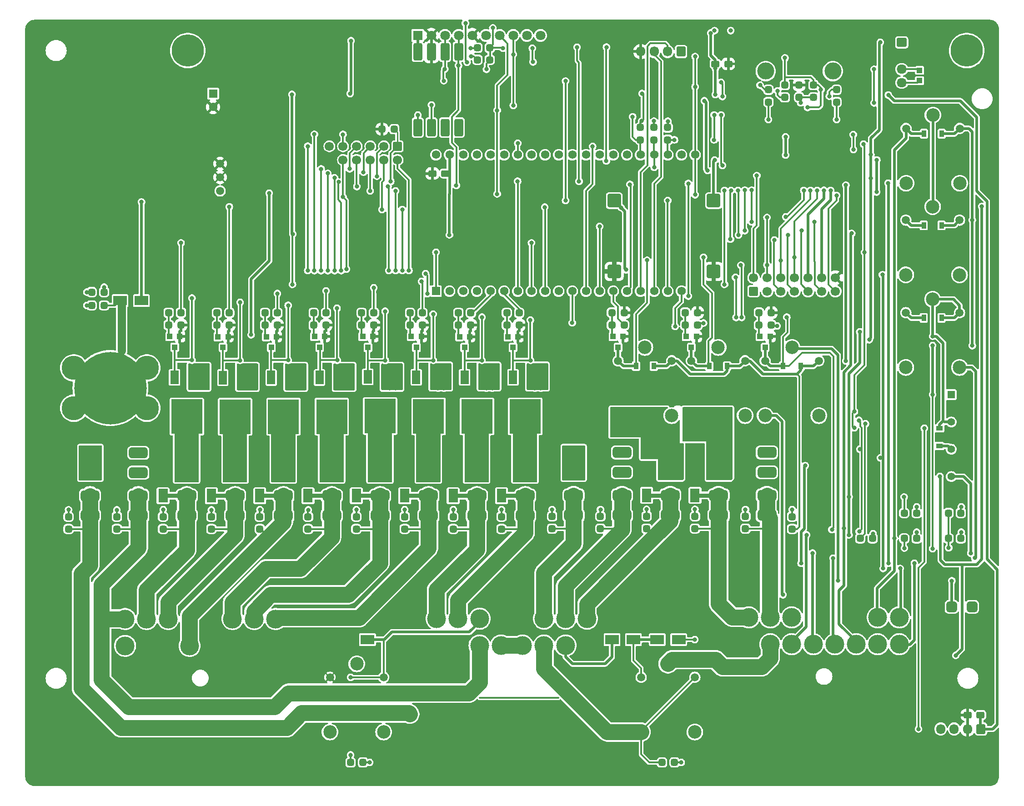
<source format=gbr>
%TF.GenerationSoftware,KiCad,Pcbnew,8.0.8*%
%TF.CreationDate,2025-02-05T20:28:34+09:00*%
%TF.ProjectId,Marre-BASE_V1.0,4d617272-652d-4424-9153-455f56312e30,rev?*%
%TF.SameCoordinates,Original*%
%TF.FileFunction,Copper,L2,Bot*%
%TF.FilePolarity,Positive*%
%FSLAX46Y46*%
G04 Gerber Fmt 4.6, Leading zero omitted, Abs format (unit mm)*
G04 Created by KiCad (PCBNEW 8.0.8) date 2025-02-05 20:28:34*
%MOMM*%
%LPD*%
G01*
G04 APERTURE LIST*
G04 Aperture macros list*
%AMRoundRect*
0 Rectangle with rounded corners*
0 $1 Rounding radius*
0 $2 $3 $4 $5 $6 $7 $8 $9 X,Y pos of 4 corners*
0 Add a 4 corners polygon primitive as box body*
4,1,4,$2,$3,$4,$5,$6,$7,$8,$9,$2,$3,0*
0 Add four circle primitives for the rounded corners*
1,1,$1+$1,$2,$3*
1,1,$1+$1,$4,$5*
1,1,$1+$1,$6,$7*
1,1,$1+$1,$8,$9*
0 Add four rect primitives between the rounded corners*
20,1,$1+$1,$2,$3,$4,$5,0*
20,1,$1+$1,$4,$5,$6,$7,0*
20,1,$1+$1,$6,$7,$8,$9,0*
20,1,$1+$1,$8,$9,$2,$3,0*%
G04 Aperture macros list end*
%TA.AperFunction,ComponentPad*%
%ADD10RoundRect,0.500000X-1.250000X-0.500000X1.250000X-0.500000X1.250000X0.500000X-1.250000X0.500000X0*%
%TD*%
%TA.AperFunction,WasherPad*%
%ADD11C,0.800000*%
%TD*%
%TA.AperFunction,ComponentPad*%
%ADD12C,1.500000*%
%TD*%
%TA.AperFunction,ComponentPad*%
%ADD13C,2.500000*%
%TD*%
%TA.AperFunction,ComponentPad*%
%ADD14C,3.500000*%
%TD*%
%TA.AperFunction,ComponentPad*%
%ADD15C,6.000000*%
%TD*%
%TA.AperFunction,ComponentPad*%
%ADD16RoundRect,0.250000X-0.600000X0.600000X-0.600000X-0.600000X0.600000X-0.600000X0.600000X0.600000X0*%
%TD*%
%TA.AperFunction,ComponentPad*%
%ADD17C,1.700000*%
%TD*%
%TA.AperFunction,ComponentPad*%
%ADD18RoundRect,0.249900X-0.675100X0.600100X-0.675100X-0.600100X0.675100X-0.600100X0.675100X0.600100X0*%
%TD*%
%TA.AperFunction,ComponentPad*%
%ADD19O,1.850000X1.700000*%
%TD*%
%TA.AperFunction,ComponentPad*%
%ADD20RoundRect,0.250000X0.600000X-0.600000X0.600000X0.600000X-0.600000X0.600000X-0.600000X-0.600000X0*%
%TD*%
%TA.AperFunction,ComponentPad*%
%ADD21C,4.500000*%
%TD*%
%TA.AperFunction,ComponentPad*%
%ADD22C,13.500000*%
%TD*%
%TA.AperFunction,ComponentPad*%
%ADD23R,1.400000X1.400000*%
%TD*%
%TA.AperFunction,ComponentPad*%
%ADD24C,1.400000*%
%TD*%
%TA.AperFunction,ComponentPad*%
%ADD25RoundRect,0.249900X0.600100X0.675100X-0.600100X0.675100X-0.600100X-0.675100X0.600100X-0.675100X0*%
%TD*%
%TA.AperFunction,ComponentPad*%
%ADD26O,1.700000X1.850000*%
%TD*%
%TA.AperFunction,ComponentPad*%
%ADD27C,1.800000*%
%TD*%
%TA.AperFunction,ComponentPad*%
%ADD28R,1.800000X1.800000*%
%TD*%
%TA.AperFunction,ComponentPad*%
%ADD29R,1.600000X1.600000*%
%TD*%
%TA.AperFunction,ComponentPad*%
%ADD30C,1.600000*%
%TD*%
%TA.AperFunction,WasherPad*%
%ADD31C,3.170000*%
%TD*%
%TA.AperFunction,ComponentPad*%
%ADD32RoundRect,0.500000X-0.500000X-0.500000X0.500000X-0.500000X0.500000X0.500000X-0.500000X0.500000X0*%
%TD*%
%TA.AperFunction,ComponentPad*%
%ADD33R,1.560000X1.560000*%
%TD*%
%TA.AperFunction,ComponentPad*%
%ADD34C,1.560000*%
%TD*%
%TA.AperFunction,SMDPad,CuDef*%
%ADD35RoundRect,0.225000X-0.585000X1.375000X-0.585000X-1.375000X0.585000X-1.375000X0.585000X1.375000X0*%
%TD*%
%TA.AperFunction,SMDPad,CuDef*%
%ADD36RoundRect,0.312500X0.437500X0.312500X-0.437500X0.312500X-0.437500X-0.312500X0.437500X-0.312500X0*%
%TD*%
%TA.AperFunction,SMDPad,CuDef*%
%ADD37RoundRect,0.325000X-0.325000X-0.325000X0.325000X-0.325000X0.325000X0.325000X-0.325000X0.325000X0*%
%TD*%
%TA.AperFunction,SMDPad,CuDef*%
%ADD38RoundRect,0.325000X0.325000X-0.325000X0.325000X0.325000X-0.325000X0.325000X-0.325000X-0.325000X0*%
%TD*%
%TA.AperFunction,SMDPad,CuDef*%
%ADD39R,1.000000X1.100000*%
%TD*%
%TA.AperFunction,SMDPad,CuDef*%
%ADD40R,5.800000X6.400000*%
%TD*%
%TA.AperFunction,SMDPad,CuDef*%
%ADD41R,1.500000X2.500000*%
%TD*%
%TA.AperFunction,SMDPad,CuDef*%
%ADD42R,2.000000X3.000000*%
%TD*%
%TA.AperFunction,SMDPad,CuDef*%
%ADD43R,0.900000X1.200000*%
%TD*%
%TA.AperFunction,SMDPad,CuDef*%
%ADD44R,1.100000X1.000000*%
%TD*%
%TA.AperFunction,SMDPad,CuDef*%
%ADD45R,1.800000X2.500000*%
%TD*%
%TA.AperFunction,SMDPad,CuDef*%
%ADD46R,1.200000X0.900000*%
%TD*%
%TA.AperFunction,SMDPad,CuDef*%
%ADD47RoundRect,0.325000X0.325000X0.325000X-0.325000X0.325000X-0.325000X-0.325000X0.325000X-0.325000X0*%
%TD*%
%TA.AperFunction,SMDPad,CuDef*%
%ADD48RoundRect,0.325000X-0.325000X0.325000X-0.325000X-0.325000X0.325000X-0.325000X0.325000X0.325000X0*%
%TD*%
%TA.AperFunction,SMDPad,CuDef*%
%ADD49RoundRect,0.312500X-0.437500X-0.312500X0.437500X-0.312500X0.437500X0.312500X-0.437500X0.312500X0*%
%TD*%
%TA.AperFunction,SMDPad,CuDef*%
%ADD50R,2.500000X1.800000*%
%TD*%
%TA.AperFunction,SMDPad,CuDef*%
%ADD51RoundRect,0.300000X-0.950000X-0.950000X0.950000X-0.950000X0.950000X0.950000X-0.950000X0.950000X0*%
%TD*%
%TA.AperFunction,ViaPad*%
%ADD52C,0.800000*%
%TD*%
%TA.AperFunction,Conductor*%
%ADD53C,0.300000*%
%TD*%
%TA.AperFunction,Conductor*%
%ADD54C,0.500000*%
%TD*%
%TA.AperFunction,Conductor*%
%ADD55C,0.250000*%
%TD*%
%TA.AperFunction,Conductor*%
%ADD56C,3.000000*%
%TD*%
%TA.AperFunction,Conductor*%
%ADD57C,0.800000*%
%TD*%
%TA.AperFunction,Conductor*%
%ADD58C,1.500000*%
%TD*%
G04 APERTURE END LIST*
D10*
%TO.P,F1,1*%
%TO.N,Net-(Q1-Drain)*%
X148297000Y-137375000D03*
X148297000Y-141075000D03*
%TO.P,F1,2*%
%TO.N,/OUT-1 +*%
X148297000Y-145375000D03*
X148297000Y-149075000D03*
%TD*%
D11*
%TO.P,SW3,*%
%TO.N,*%
X246580000Y-58745000D03*
X249580000Y-58745000D03*
%TD*%
D10*
%TO.P,F7,1*%
%TO.N,Net-(Q18-Drain)*%
X202313000Y-137375000D03*
X202313000Y-141075000D03*
%TO.P,F7,2*%
%TO.N,/OUT-7 +*%
X202313000Y-145375000D03*
X202313000Y-149075000D03*
%TD*%
D12*
%TO.P,AUX_BT1,1,1*%
%TO.N,GNDPWR*%
X154510000Y-83525000D03*
%TO.P,AUX_BT1,2,2*%
X154510000Y-86065000D03*
%TO.P,AUX_BT1,3,3*%
%TO.N,Net-(AUX_BT1-Pad3)*%
X154510000Y-88605000D03*
%TD*%
D10*
%TO.P,F2,1*%
%TO.N,Net-(Q3-Drain)*%
X157297000Y-137375000D03*
X157297000Y-141075000D03*
%TO.P,F2,2*%
%TO.N,/OUT-2 +*%
X157297000Y-145375000D03*
X157297000Y-149075000D03*
%TD*%
%TO.P,F9,1*%
%TO.N,Net-(F9-Pad1)*%
X238330000Y-137315000D03*
X238330000Y-141015000D03*
%TO.P,F9,2*%
%TO.N,/TV +*%
X238330000Y-145315000D03*
X238330000Y-149015000D03*
%TD*%
D13*
%TO.P,K2,1*%
%TO.N,unconnected-(K2-Pad1)*%
X265990000Y-130445000D03*
D12*
%TO.P,K2,2*%
%TO.N,INVERTER*%
X255990000Y-120245000D03*
%TO.P,K2,6*%
%TO.N,+VDC*%
X265990000Y-120245000D03*
D13*
%TO.P,K2,7*%
%TO.N,Net-(J1-Pin_1)*%
X260990000Y-117745000D03*
%TO.P,K2,14*%
%TO.N,Net-(J1-Pin_2)*%
X255990000Y-130445000D03*
%TD*%
%TO.P,K6,1*%
%TO.N,unconnected-(K6-Pad1)*%
X292190000Y-104235000D03*
D12*
%TO.P,K6,2*%
%TO.N,SW-DOWN*%
X282190000Y-94035000D03*
%TO.P,K6,6*%
%TO.N,Net-(D33-K)*%
X292190000Y-94035000D03*
D13*
%TO.P,K6,7*%
%TO.N,LIFT-COM*%
X287190000Y-91535000D03*
%TO.P,K6,14*%
%TO.N,LIFT-DOWN*%
X282190000Y-104235000D03*
%TD*%
D10*
%TO.P,F15,1*%
%TO.N,+12P*%
X139290000Y-137385000D03*
X139290000Y-141085000D03*
%TO.P,F15,2*%
%TO.N,PUMP-IN*%
X139290000Y-145385000D03*
X139290000Y-149085000D03*
%TD*%
%TO.P,F12,1*%
%TO.N,+12P*%
X220330000Y-137315000D03*
X220330000Y-141015000D03*
%TO.P,F12,2*%
%TO.N,Cigar 1*%
X220330000Y-145315000D03*
X220330000Y-149015000D03*
%TD*%
D14*
%TO.P,CON_2,1,Pin_1*%
%TO.N,GNDPWR*%
X222830000Y-173265000D03*
%TO.P,CON_2,2,Pin_2*%
%TO.N,/TV +*%
X222830000Y-168265000D03*
%TO.P,CON_2,3,Pin_3*%
%TO.N,SEAT-COIL-DIODE*%
X218830000Y-173265000D03*
%TO.P,CON_2,4,Pin_4*%
%TO.N,Cigar 2*%
X218830000Y-168265000D03*
%TO.P,CON_2,5,Pin_5*%
%TO.N,SEAT-COIL-PLUS*%
X214830000Y-173265000D03*
%TO.P,CON_2,6,Pin_6*%
%TO.N,Cigar 1*%
X214830000Y-168265000D03*
%TO.P,CON_2,7,Pin_7*%
%TO.N,PUMP-OUT 1*%
X210830000Y-173265000D03*
%TO.P,CON_2,8,Pin_8*%
X206830000Y-173265000D03*
%TO.P,CON_2,9,Pin_9*%
%TO.N,PUMP-IN*%
X202830000Y-173265000D03*
%TO.P,CON_2,10,Pin_10*%
%TO.N,PUMP-COIL*%
X202830000Y-168265000D03*
%TO.P,CON_2,11,Pin_11*%
%TO.N,GNDPWR*%
X198830000Y-173265000D03*
%TO.P,CON_2,12,Pin_12*%
%TO.N,/OUT-8 +*%
X198830000Y-168265000D03*
%TO.P,CON_2,13,Pin_13*%
%TO.N,GNDPWR*%
X194830000Y-173265000D03*
%TO.P,CON_2,14,Pin_14*%
%TO.N,/OUT-7 +*%
X194830000Y-168265000D03*
%TD*%
D15*
%TO.P,H4,1*%
%TO.N,N/C*%
X148495000Y-62455000D03*
%TD*%
D16*
%TO.P,J22,A1,Pin_1*%
%TO.N,Net-(J22-Pin_1)*%
X187560000Y-80292500D03*
D17*
%TO.P,J22,A2,Pin_2*%
%TO.N,ST-7789V-TP_SDA*%
X185020000Y-80292500D03*
%TO.P,J22,A3,Pin_3*%
%TO.N,ST-7789V-D{slash}C*%
X182480000Y-80292500D03*
%TO.P,J22,A4,Pin_4*%
%TO.N,ST-7789V-SCL*%
X179940000Y-80292500D03*
%TO.P,J22,A5,Pin_5*%
%TO.N,ST-7789V-RESET*%
X177400000Y-80292500D03*
%TO.P,J22,A6,Pin_6*%
%TO.N,ST-7789V-TP_TINT*%
X174860000Y-80292500D03*
%TO.P,J22,B1,Pin_7*%
%TO.N,ST-7789V-TP_TRST*%
X187560000Y-82832500D03*
%TO.P,J22,B2,Pin_8*%
%TO.N,ST-7789V-TP_SCL*%
X185020000Y-82832500D03*
%TO.P,J22,B3,Pin_9*%
%TO.N,ST-7789V-CS*%
X182480000Y-82832500D03*
%TO.P,J22,B4,Pin_10*%
%TO.N,ST-7789V-SDA*%
X179940000Y-82832500D03*
%TO.P,J22,B5,Pin_11*%
%TO.N,+3.3V*%
X177400000Y-82832500D03*
%TO.P,J22,B6,Pin_12*%
%TO.N,GNDPWR*%
X174860000Y-82832500D03*
%TD*%
D13*
%TO.P,K5,1*%
%TO.N,unconnected-(K5-Pad1)*%
X252260000Y-130445000D03*
D12*
%TO.P,K5,2*%
%TO.N,FRIGE*%
X242260000Y-120245000D03*
%TO.P,K5,6*%
%TO.N,+VDC*%
X252260000Y-120245000D03*
D13*
%TO.P,K5,7*%
%TO.N,+12P*%
X247260000Y-117745000D03*
%TO.P,K5,14*%
%TO.N,Net-(F10-Pad1)*%
X242260000Y-130445000D03*
%TD*%
%TO.P,K10,1*%
%TO.N,unconnected-(K10-Pad1)*%
X184960000Y-189385000D03*
D12*
%TO.P,K10,2*%
%TO.N,GNDPWR*%
X174960000Y-179185000D03*
%TO.P,K10,6*%
%TO.N,PUMP-COIL*%
X184960000Y-179185000D03*
D13*
%TO.P,K10,7*%
%TO.N,PUMP-OUT 1*%
X179960000Y-176685000D03*
%TO.P,K10,14*%
%TO.N,PUMP-IN*%
X174960000Y-189385000D03*
%TD*%
D15*
%TO.P,H8,1*%
%TO.N,N/C*%
X293545000Y-62455000D03*
%TD*%
D10*
%TO.P,F4,1*%
%TO.N,Net-(Q7-Drain)*%
X175297000Y-137375000D03*
X175297000Y-141075000D03*
%TO.P,F4,2*%
%TO.N,/OUT-4 +*%
X175297000Y-145375000D03*
X175297000Y-149075000D03*
%TD*%
D14*
%TO.P,CON_3,1,Pin_1*%
%TO.N,LIFT-UP*%
X280960000Y-173040000D03*
%TO.P,CON_3,2,Pin_2*%
%TO.N,LIFT-DOWN*%
X280960000Y-168040000D03*
%TO.P,CON_3,3,Pin_3*%
%TO.N,LIFT-COM*%
X276960000Y-173040000D03*
%TO.P,CON_3,4,Pin_4*%
%TO.N,SW-UP*%
X276960000Y-168040000D03*
%TO.P,CON_3,5,Pin_5*%
%TO.N,SW-DOWN*%
X272960000Y-173040000D03*
%TO.P,CON_3,6,Pin_6*%
%TO.N,GNDPWR*%
X272960000Y-168040000D03*
%TO.P,CON_3,7,Pin_7*%
%TO.N,/BUNKER 2*%
X268960000Y-173040000D03*
%TO.P,CON_3,8,Pin_8*%
%TO.N,/BUNKER 1*%
X264960000Y-173040000D03*
%TO.P,CON_3,9,Pin_9*%
%TO.N,/ACC*%
X260960000Y-173040000D03*
%TO.P,CON_3,10,Pin_10*%
%TO.N,unconnected-(CON_3-Pin_10-Pad10)*%
X260960000Y-168040000D03*
%TO.P,CON_3,11,Pin_11*%
%TO.N,SEAT-OUT*%
X256960000Y-173040000D03*
%TO.P,CON_3,12,Pin_12*%
%TO.N,Heater*%
X256960000Y-168040000D03*
%TO.P,CON_3,13,Pin_13*%
%TO.N,GNDPWR*%
X252960000Y-173040000D03*
%TO.P,CON_3,14,Pin_14*%
%TO.N,/FRIGE +*%
X252960000Y-168040000D03*
%TD*%
D10*
%TO.P,F13,1*%
%TO.N,+12P*%
X229330000Y-137315000D03*
X229330000Y-141015000D03*
%TO.P,F13,2*%
%TO.N,Cigar 2*%
X229330000Y-145315000D03*
X229330000Y-149015000D03*
%TD*%
%TO.P,F5,1*%
%TO.N,Net-(Q27-Drain)*%
X184287000Y-137375000D03*
X184287000Y-141075000D03*
%TO.P,F5,2*%
%TO.N,/OUT-5 +*%
X184287000Y-145375000D03*
X184287000Y-149075000D03*
%TD*%
D18*
%TO.P,J9,1,Pin_1*%
%TO.N,+12P*%
X281435000Y-60940000D03*
D19*
%TO.P,J9,2,Pin_2*%
%TO.N,GNDPWR*%
X281435000Y-63440000D03*
%TO.P,J9,3,Pin_3*%
%TO.N,/485-B*%
X281435000Y-65940000D03*
%TO.P,J9,4,Pin_4*%
%TO.N,/485-A*%
X281435000Y-68440000D03*
%TD*%
D20*
%TO.P,J5,A1,Pin_1*%
%TO.N,Net-(J12-Pin_2)*%
X253840000Y-107285000D03*
D17*
%TO.P,J5,A2,Pin_3*%
%TO.N,Net-(J12-Pin_3)*%
X256380000Y-107285000D03*
%TO.P,J5,A3,Pin_5*%
%TO.N,Net-(J12-Pin_4)*%
X258920000Y-107285000D03*
%TO.P,J5,A4,Pin_7*%
%TO.N,Net-(J12-Pin_5)*%
X261460000Y-107285000D03*
%TO.P,J5,A5,Pin_9*%
%TO.N,Net-(J12-Pin_6)*%
X264000000Y-107285000D03*
%TO.P,J5,A6,Pin_11*%
%TO.N,Net-(J12-Pin_7)*%
X266540000Y-107285000D03*
%TO.P,J5,A7,Pin_13*%
%TO.N,Net-(J13-Pin_1)*%
X269080000Y-107285000D03*
%TO.P,J5,B1,Pin_2*%
%TO.N,Net-(J13-Pin_2)*%
X253840000Y-104745000D03*
%TO.P,J5,B2,Pin_4*%
%TO.N,INVERTER*%
X256380000Y-104745000D03*
%TO.P,J5,B3,Pin_6*%
%TO.N,TV*%
X258920000Y-104745000D03*
%TO.P,J5,B4,Pin_8*%
%TO.N,FRIGE*%
X261460000Y-104745000D03*
%TO.P,J5,B5,Pin_10*%
%TO.N,MA-AUTO-OUT*%
X264000000Y-104745000D03*
%TO.P,J5,B6,Pin_12*%
%TO.N,MA-AUTO-IN*%
X266540000Y-104745000D03*
%TO.P,J5,B7,Pin_14*%
%TO.N,GNDPWR*%
X269080000Y-104745000D03*
%TD*%
D21*
%TO.P,J7,1,Pin_1*%
%TO.N,GNDPWR*%
X127300000Y-74805000D03*
X127300000Y-82305000D03*
D22*
X134100000Y-78555000D03*
D21*
X140900000Y-74805000D03*
X140900000Y-82305000D03*
%TD*%
D15*
%TO.P,H7,1,1*%
%TO.N,GNDPWR*%
X221850000Y-124455000D03*
%TD*%
D14*
%TO.P,CON_1,1,Pin_1*%
%TO.N,GNDPWR*%
X164830000Y-173335000D03*
%TO.P,CON_1,2,Pin_2*%
%TO.N,/OUT-6 +*%
X164830000Y-168335000D03*
%TO.P,CON_1,3,Pin_3*%
%TO.N,GNDPWR*%
X160830000Y-173335000D03*
%TO.P,CON_1,4,Pin_4*%
%TO.N,/OUT-5 +*%
X160830000Y-168335000D03*
%TO.P,CON_1,5,Pin_5*%
%TO.N,GNDPWR*%
X156830000Y-173335000D03*
%TO.P,CON_1,6,Pin_6*%
%TO.N,/OUT-4 +*%
X156830000Y-168335000D03*
%TO.P,CON_1,7,Pin_7*%
%TO.N,GNDPWR*%
X152830000Y-173335000D03*
%TO.P,CON_1,8,Pin_8*%
%TO.N,/OUT-3 +*%
X148830000Y-173335000D03*
%TO.P,CON_1,9,Pin_9*%
%TO.N,GNDPWR*%
X144830000Y-173335000D03*
%TO.P,CON_1,10,Pin_10*%
%TO.N,/OUT-2 +*%
X144830000Y-168335000D03*
%TO.P,CON_1,11,Pin_11*%
%TO.N,GNDPWR*%
X140830000Y-173335000D03*
%TO.P,CON_1,12,Pin_12*%
%TO.N,/OUT-1 +*%
X140830000Y-168335000D03*
%TO.P,CON_1,13,Pin_13*%
%TO.N,unconnected-(CON_1-Pin_13-Pad13)*%
X136830000Y-173335000D03*
%TO.P,CON_1,14,Pin_14*%
%TO.N,PUMP-IN*%
X136830000Y-168335000D03*
%TD*%
D10*
%TO.P,F6,1*%
%TO.N,Net-(Q29-Drain)*%
X193307000Y-137375000D03*
X193307000Y-141075000D03*
%TO.P,F6,2*%
%TO.N,/OUT-6 +*%
X193307000Y-145375000D03*
X193307000Y-149075000D03*
%TD*%
%TO.P,F10,1*%
%TO.N,Net-(F10-Pad1)*%
X247330000Y-137315000D03*
X247330000Y-141015000D03*
%TO.P,F10,2*%
%TO.N,/FRIGE +*%
X247330000Y-145315000D03*
X247330000Y-149015000D03*
%TD*%
D23*
%TO.P,K1,1*%
%TO.N,Net-(D33-K)*%
X290657500Y-126552500D03*
D24*
%TO.P,K1,3*%
%TO.N,+12P*%
X290657500Y-131632500D03*
%TO.P,K1,5*%
%TO.N,Net-(D43-A)*%
X290657500Y-136712500D03*
%TO.P,K1,7*%
%TO.N,/BUNKER 1*%
X290657500Y-141792500D03*
%TD*%
D25*
%TO.P,J10,1,Pin_1*%
%TO.N,Net-(J10-Pin_1)*%
X240335000Y-62650000D03*
D26*
%TO.P,J10,2,Pin_2*%
%TO.N,Net-(J10-Pin_2)*%
X237835000Y-62650000D03*
%TO.P,J10,3,Pin_3*%
%TO.N,Net-(J10-Pin_3)*%
X235335000Y-62650000D03*
%TO.P,J10,4,Pin_4*%
%TO.N,GNDPWR*%
X232835000Y-62650000D03*
%TD*%
D10*
%TO.P,F8,1*%
%TO.N,Net-(Q33-Drain)*%
X211327000Y-137375000D03*
X211327000Y-141075000D03*
%TO.P,F8,2*%
%TO.N,/OUT-8 +*%
X211327000Y-145375000D03*
X211327000Y-149075000D03*
%TD*%
D27*
%TO.P,MO2,A0,A0*%
%TO.N,AUX-V*%
X206555000Y-59643000D03*
%TO.P,MO2,A1,A1*%
%TO.N,CLEAN*%
X209095000Y-59643000D03*
%TO.P,MO2,A2,A2*%
%TO.N,WASTE*%
X211635000Y-59643000D03*
%TO.P,MO2,A3,A3*%
%TO.N,unconnected-(MO2-PadA3)*%
X214175000Y-59643000D03*
%TO.P,MO2,ADDR,ADDR*%
%TO.N,GNDPWR*%
X201475000Y-59643000D03*
%TO.P,MO2,ALRT,ALRT*%
%TO.N,unconnected-(MO2-PadALRT)*%
X204015000Y-59643000D03*
%TO.P,MO2,GND,GND*%
%TO.N,GNDPWR*%
X193855000Y-59643000D03*
%TO.P,MO2,SCL,SCL*%
%TO.N,SCL*%
X196395000Y-59643000D03*
%TO.P,MO2,SDA,SDA*%
%TO.N,SDA*%
X198935000Y-59643000D03*
D28*
%TO.P,MO2,VDD,VDD*%
%TO.N,+5V*%
X191315000Y-59643000D03*
%TD*%
D29*
%TO.P,C5,1*%
%TO.N,MA-AUTO-IN*%
X153200000Y-70465000D03*
D30*
%TO.P,C5,2*%
%TO.N,GNDPWR*%
X153200000Y-72965000D03*
%TD*%
D10*
%TO.P,F14,1*%
%TO.N,+12P*%
X130290000Y-137385000D03*
X130290000Y-141085000D03*
%TO.P,F14,2*%
%TO.N,SEAT-COIL-PLUS*%
X130290000Y-145385000D03*
X130290000Y-149085000D03*
%TD*%
D13*
%TO.P,K9,1*%
%TO.N,unconnected-(K9-Pad1)*%
X242910000Y-189385000D03*
D12*
%TO.P,K9,2*%
%TO.N,Net-(D28-A)*%
X232910000Y-179185000D03*
%TO.P,K9,6*%
%TO.N,SEAT-COIL-PLUS*%
X242910000Y-179185000D03*
D13*
%TO.P,K9,7*%
%TO.N,SEAT-OUT*%
X237910000Y-176685000D03*
%TO.P,K9,14*%
%TO.N,SEAT-COIL-PLUS*%
X232910000Y-189385000D03*
%TD*%
D31*
%TO.P,J15,*%
%TO.N,*%
X268600000Y-66295000D03*
X256100000Y-66295000D03*
%TD*%
D25*
%TO.P,J2,1,Pin_1*%
%TO.N,+5V*%
X296190000Y-188815000D03*
D26*
%TO.P,J2,2,Pin_2*%
%TO.N,GNDPWR*%
X293690000Y-188815000D03*
%TO.P,J2,3,Pin_3*%
%TO.N,HUMAN-SENSOR*%
X291190000Y-188815000D03*
%TO.P,J2,4,Pin_4*%
X288690000Y-188815000D03*
%TD*%
D10*
%TO.P,F11,1*%
%TO.N,+12P*%
X256320000Y-137315000D03*
X256320000Y-141015000D03*
%TO.P,F11,2*%
%TO.N,Heater*%
X256320000Y-145315000D03*
X256320000Y-149015000D03*
%TD*%
D32*
%TO.P,J1,1,Pin_1*%
%TO.N,Net-(J1-Pin_1)*%
X290730000Y-166065000D03*
%TO.P,J1,2,Pin_2*%
%TO.N,Net-(J1-Pin_2)*%
X294540000Y-166065000D03*
%TD*%
D13*
%TO.P,K3,1*%
%TO.N,unconnected-(K3-Pad1)*%
X292230000Y-87170000D03*
D12*
%TO.P,K3,2*%
%TO.N,SW-UP*%
X282230000Y-76970000D03*
%TO.P,K3,6*%
%TO.N,Net-(D33-K)*%
X292230000Y-76970000D03*
D13*
%TO.P,K3,7*%
%TO.N,LIFT-COM*%
X287230000Y-74470000D03*
%TO.P,K3,14*%
%TO.N,LIFT-UP*%
X282230000Y-87170000D03*
%TD*%
D10*
%TO.P,F3,1*%
%TO.N,Net-(Q5-Drain)*%
X166297000Y-137375000D03*
X166297000Y-141075000D03*
%TO.P,F3,2*%
%TO.N,/OUT-3 +*%
X166297000Y-145375000D03*
X166297000Y-149075000D03*
%TD*%
D13*
%TO.P,K4,1*%
%TO.N,unconnected-(K4-Pad1)*%
X238610000Y-130445000D03*
D12*
%TO.P,K4,2*%
%TO.N,TV*%
X228610000Y-120245000D03*
%TO.P,K4,6*%
%TO.N,+VDC*%
X238610000Y-120245000D03*
D13*
%TO.P,K4,7*%
%TO.N,+12P*%
X233610000Y-117745000D03*
%TO.P,K4,14*%
%TO.N,Net-(F9-Pad1)*%
X228610000Y-130445000D03*
%TD*%
D21*
%TO.P,J6,1,Pin_1*%
%TO.N,+12P*%
X140875000Y-129065000D03*
X140875000Y-121565000D03*
D22*
X134075000Y-125315000D03*
D21*
X127275000Y-129065000D03*
X127275000Y-121565000D03*
%TD*%
D13*
%TO.P,K7,1*%
%TO.N,/BUNKER 2*%
X292190000Y-121475000D03*
D12*
%TO.P,K7,2*%
%TO.N,Net-(D35-A)*%
X282190000Y-111275000D03*
%TO.P,K7,6*%
%TO.N,+12P*%
X292190000Y-111275000D03*
D13*
%TO.P,K7,7*%
X287190000Y-108775000D03*
%TO.P,K7,14*%
%TO.N,unconnected-(K7-Pad14)*%
X282190000Y-121475000D03*
%TD*%
D33*
%TO.P,U4,1,IO_13*%
%TO.N,HUMAN-SENSOR*%
X194690000Y-107265000D03*
D34*
%TO.P,U4,2,IO_14*%
%TO.N,LED_OUT_04*%
X197230000Y-107265000D03*
%TO.P,U4,3,IO_21*%
%TO.N,LED_OUT_05*%
X199770000Y-107265000D03*
%TO.P,U4,4,IO_47*%
%TO.N,LED_OUT_06*%
X202310000Y-107265000D03*
%TO.P,U4,5,IO_48*%
%TO.N,LED_OUT_07*%
X204850000Y-107265000D03*
%TO.P,U4,6,IO_45*%
%TO.N,LED_OUT_08*%
X207390000Y-107265000D03*
%TO.P,U4,7,IO_00*%
%TO.N,IO_0*%
X209930000Y-107265000D03*
%TO.P,U4,8,IO_35*%
%TO.N,LED_OUT_01*%
X212470000Y-107265000D03*
%TO.P,U4,9,IO_36*%
%TO.N,LED_OUT_02*%
X215010000Y-107265000D03*
%TO.P,U4,10,IO_37*%
%TO.N,LED_OUT_03*%
X217550000Y-107265000D03*
%TO.P,U4,11,IO_38*%
%TO.N,O_FRIGE*%
X220090000Y-107265000D03*
%TO.P,U4,12,IO_39*%
%TO.N,PU UP*%
X222630000Y-107265000D03*
%TO.P,U4,13,IO_40*%
%TO.N,PU DN*%
X225170000Y-107265000D03*
%TO.P,U4,14,IO_41*%
%TO.N,O_TV*%
X227710000Y-107265000D03*
%TO.P,U4,15,IO_42/SDA*%
%TO.N,SDA*%
X230250000Y-107265000D03*
%TO.P,U4,16,RxD0*%
%TO.N,Net-(J10-Pin_2)*%
X232790000Y-107265000D03*
%TO.P,U4,17,TxD0*%
%TO.N,Net-(J10-Pin_3)*%
X235330000Y-107265000D03*
%TO.P,U4,18,IO_2/SCL*%
%TO.N,SCL*%
X237870000Y-107265000D03*
%TO.P,U4,19,IO_01*%
%TO.N,O_INV*%
X240410000Y-107265000D03*
%TO.P,U4,20,GND*%
%TO.N,GNDPWR*%
X242950000Y-107265000D03*
%TO.P,U4,21,3.3V*%
%TO.N,+3.3V*%
X242950000Y-81865000D03*
%TO.P,U4,22,EN*%
%TO.N,EN*%
X240410000Y-81865000D03*
%TO.P,U4,23,IO_04*%
%TO.N,RO*%
X237870000Y-81865000D03*
%TO.P,U4,24,IO_05*%
%TO.N,ENABLE*%
X235330000Y-81865000D03*
%TO.P,U4,25,IO_06*%
%TO.N,DI*%
X232790000Y-81865000D03*
%TO.P,U4,26,IO_07*%
%TO.N,unconnected-(U4-IO_07-Pad26)*%
X230250000Y-81865000D03*
%TO.P,U4,27,IO_15*%
%TO.N,unconnected-(U4-IO_15-Pad27)*%
X227710000Y-81865000D03*
%TO.P,U4,28,IO_16*%
%TO.N,unconnected-(U4-IO_16-Pad28)*%
X225170000Y-81865000D03*
%TO.P,U4,29,IO_17*%
%TO.N,ST-7789V-SDA*%
X222630000Y-81865000D03*
%TO.P,U4,30,IO_18*%
%TO.N,ST-7789V-CS*%
X220090000Y-81865000D03*
%TO.P,U4,31,IO_08*%
%TO.N,ST-7789V-TP_SCL*%
X217550000Y-81865000D03*
%TO.P,U4,32,IO_19*%
%TO.N,ST-7789V-TP_TRST*%
X215010000Y-81865000D03*
%TO.P,U4,33,IO_20*%
%TO.N,ST-7789V-TP_TINT*%
X212470000Y-81865000D03*
%TO.P,U4,34,IO_03*%
%TO.N,ST-7789V-RESET*%
X209930000Y-81865000D03*
%TO.P,U4,35,IO_46*%
%TO.N,ST-7789V-SCL*%
X207390000Y-81865000D03*
%TO.P,U4,36,IO_09*%
%TO.N,ST-7789V-D{slash}C*%
X204850000Y-81865000D03*
%TO.P,U4,37,IO_10*%
%TO.N,ST-7789V-TP_SDA*%
X202310000Y-81865000D03*
%TO.P,U4,38,IO_11*%
%TO.N,unconnected-(U4-IO_11-Pad38)*%
X199770000Y-81865000D03*
%TO.P,U4,39,VIN*%
%TO.N,+5V*%
X197230000Y-81865000D03*
%TO.P,U4,40,IO_12*%
%TO.N,unconnected-(U4-IO_12-Pad40)*%
X194690000Y-81865000D03*
%TD*%
D35*
%TO.P,MO2,A0*%
%TO.N,AUX-V*%
X191315000Y-76815000D03*
%TO.P,MO2,A1*%
%TO.N,CLEAN*%
X193855000Y-76815000D03*
%TO.P,MO2,A2*%
%TO.N,N/C*%
X196395000Y-76815000D03*
%TO.P,MO2,A3*%
X198935000Y-76815000D03*
%TO.P,MO2,GND*%
%TO.N,GNDPWR*%
X193855000Y-62695000D03*
%TO.P,MO2,SCL*%
%TO.N,SCL*%
X196395000Y-62695000D03*
%TO.P,MO2,SDA*%
%TO.N,SDA*%
X198935000Y-62695000D03*
%TO.P,MO2,VCC*%
%TO.N,+5V*%
X191315000Y-62695000D03*
%TD*%
D36*
%TO.P,C1,1*%
%TO.N,+5V*%
X296110000Y-186215000D03*
%TO.P,C1,2*%
%TO.N,GNDPWR*%
X293710000Y-186215000D03*
%TD*%
D37*
%TO.P,R20,1*%
%TO.N,Net-(Q20-B)*%
X254840000Y-113585000D03*
%TO.P,R20,2*%
%TO.N,O_INV*%
X257140000Y-113585000D03*
%TD*%
%TO.P,R48,1*%
%TO.N,Net-(Q9-B)*%
X144937000Y-113565000D03*
%TO.P,R48,2*%
%TO.N,GNDPWR*%
X147237000Y-113565000D03*
%TD*%
D38*
%TO.P,R44,1*%
%TO.N,/OUT-5 +*%
X179880000Y-151575000D03*
%TO.P,R44,2*%
%TO.N,Net-(D19-A)*%
X179880000Y-149275000D03*
%TD*%
%TO.P,R57,1*%
%TO.N,/FRIGE +*%
X242930000Y-151495000D03*
%TO.P,R57,2*%
%TO.N,Net-(D22-A)*%
X242930000Y-149195000D03*
%TD*%
D39*
%TO.P,Q20,1,B*%
%TO.N,Net-(Q20-B)*%
X255040000Y-115735000D03*
%TO.P,Q20,2,E*%
%TO.N,GNDPWR*%
X256940000Y-115735000D03*
%TO.P,Q20,3,C*%
%TO.N,INVERTER*%
X255990000Y-117735000D03*
%TD*%
D37*
%TO.P,R29,1*%
%TO.N,Net-(Q10-B)*%
X153927000Y-111315000D03*
%TO.P,R29,2*%
%TO.N,LED_OUT_02*%
X156227000Y-111315000D03*
%TD*%
D38*
%TO.P,R78,1*%
%TO.N,Net-(J15-Pad10)*%
X256610000Y-72055000D03*
%TO.P,R78,2*%
%TO.N,+3.3V*%
X256610000Y-69755000D03*
%TD*%
%TO.P,R56,1*%
%TO.N,/TV +*%
X233930000Y-151495000D03*
%TO.P,R56,2*%
%TO.N,Net-(D16-A)*%
X233930000Y-149195000D03*
%TD*%
D37*
%TO.P,R70,1*%
%TO.N,SEAT-COIL-PLUS*%
X236810000Y-195040000D03*
%TO.P,R70,2*%
%TO.N,Net-(D46-A)*%
X239110000Y-195040000D03*
%TD*%
D39*
%TO.P,Q35,1,B*%
%TO.N,Net-(Q35-B)*%
X208101000Y-115745000D03*
%TO.P,Q35,2,E*%
%TO.N,GNDPWR*%
X210001000Y-115745000D03*
%TO.P,Q35,3,C*%
%TO.N,Net-(J13-Pin_2)*%
X209051000Y-117745000D03*
%TD*%
D40*
%TO.P,Q30,D,Drain*%
%TO.N,Net-(Q29-Drain)*%
X193317000Y-130611000D03*
D41*
%TO.P,Q30,G,Gate*%
%TO.N,Net-(J12-Pin_7)*%
X191031000Y-123304000D03*
D42*
%TO.P,Q30,S,Source*%
%TO.N,+12P*%
X195597000Y-123304000D03*
%TD*%
D38*
%TO.P,R27,1*%
%TO.N,ENABLE*%
X235320000Y-79095000D03*
%TO.P,R27,2*%
%TO.N,+5V*%
X235320000Y-76795000D03*
%TD*%
D37*
%TO.P,R50,1*%
%TO.N,Net-(Q11-B)*%
X162877000Y-113595000D03*
%TO.P,R50,2*%
%TO.N,GNDPWR*%
X165177000Y-113595000D03*
%TD*%
D38*
%TO.P,R10,1*%
%TO.N,/OUT-8 +*%
X206920000Y-151575000D03*
%TO.P,R10,2*%
%TO.N,Net-(D18-A)*%
X206920000Y-149275000D03*
%TD*%
%TO.P,R3,1*%
%TO.N,Heater*%
X252340000Y-151505000D03*
%TO.P,R3,2*%
%TO.N,Net-(D37-A)*%
X252340000Y-149205000D03*
%TD*%
D43*
%TO.P,D2,1,A*%
%TO.N,FRIGE*%
X245610000Y-121215000D03*
%TO.P,D2,2,K*%
%TO.N,+VDC*%
X248910000Y-121215000D03*
%TD*%
D38*
%TO.P,R39,1*%
%TO.N,PUMP-IN*%
X135290000Y-151575000D03*
%TO.P,R39,2*%
%TO.N,Net-(D42-A)*%
X135290000Y-149275000D03*
%TD*%
D44*
%TO.P,D47,1,A1*%
%TO.N,/485-A*%
X284760000Y-68040000D03*
%TO.P,D47,2,A2*%
%TO.N,/485-B*%
X284760000Y-66140000D03*
%TO.P,D47,3,common*%
%TO.N,GNDPWR*%
X286760000Y-67090000D03*
%TD*%
D38*
%TO.P,R6,1*%
%TO.N,/OUT-7 +*%
X197910000Y-151575000D03*
%TO.P,R6,2*%
%TO.N,Net-(D14-A)*%
X197910000Y-149275000D03*
%TD*%
D45*
%TO.P,D9,1,A*%
%TO.N,GNDPWR*%
X161890000Y-141375000D03*
%TO.P,D9,2,K*%
%TO.N,/OUT-3 +*%
X161890000Y-145375000D03*
%TD*%
D37*
%TO.P,R68,1*%
%TO.N,+12P*%
X273700000Y-153315000D03*
%TO.P,R68,2*%
%TO.N,Net-(D44-A)*%
X276000000Y-153315000D03*
%TD*%
D39*
%TO.P,Q15,1,B*%
%TO.N,Net-(Q15-B)*%
X227660000Y-115735000D03*
%TO.P,Q15,2,E*%
%TO.N,GNDPWR*%
X229560000Y-115735000D03*
%TO.P,Q15,3,C*%
%TO.N,TV*%
X228610000Y-117735000D03*
%TD*%
D37*
%TO.P,R17,1*%
%TO.N,SDA*%
X202420000Y-64195000D03*
%TO.P,R17,2*%
%TO.N,+5V*%
X204720000Y-64195000D03*
%TD*%
D38*
%TO.P,R32,1*%
%TO.N,SEAT-COIL-PLUS*%
X126290000Y-151575000D03*
%TO.P,R32,2*%
%TO.N,Net-(D41-A)*%
X126290000Y-149275000D03*
%TD*%
D37*
%TO.P,R47,1*%
%TO.N,Net-(Q16-B)*%
X180857000Y-113585000D03*
%TO.P,R47,2*%
%TO.N,GNDPWR*%
X183157000Y-113585000D03*
%TD*%
D38*
%TO.P,R23,1*%
%TO.N,/OUT-3 +*%
X161890000Y-151575000D03*
%TO.P,R23,2*%
%TO.N,Net-(D5-A)*%
X161890000Y-149275000D03*
%TD*%
D40*
%TO.P,Q8,D,Drain*%
%TO.N,Net-(Q7-Drain)*%
X175307000Y-130661000D03*
D41*
%TO.P,Q8,G,Gate*%
%TO.N,Net-(J12-Pin_5)*%
X173021000Y-123354000D03*
D42*
%TO.P,Q8,S,Source*%
%TO.N,+12P*%
X177587000Y-123354000D03*
%TD*%
D37*
%TO.P,R71,1*%
%TO.N,Net-(Q20-B)*%
X254840000Y-111265000D03*
%TO.P,R71,2*%
%TO.N,GNDPWR*%
X257140000Y-111265000D03*
%TD*%
D45*
%TO.P,D17,1,A*%
%TO.N,GNDPWR*%
X197910000Y-141375000D03*
%TO.P,D17,2,K*%
%TO.N,/OUT-7 +*%
X197910000Y-145375000D03*
%TD*%
D46*
%TO.P,D43,1,A*%
%TO.N,Net-(D43-A)*%
X288480000Y-136125000D03*
%TO.P,D43,2,K*%
%TO.N,+12P*%
X288480000Y-132825000D03*
%TD*%
D43*
%TO.P,D15,1,A*%
%TO.N,INVERTER*%
X259340000Y-121215000D03*
%TO.P,D15,2,K*%
%TO.N,+VDC*%
X262640000Y-121215000D03*
%TD*%
D38*
%TO.P,R46,1*%
%TO.N,/OUT-6 +*%
X188890000Y-151575000D03*
%TO.P,R46,2*%
%TO.N,Net-(D20-A)*%
X188890000Y-149275000D03*
%TD*%
%TO.P,R33,1*%
%TO.N,RO*%
X237860000Y-79095000D03*
%TO.P,R33,2*%
%TO.N,+5V*%
X237860000Y-76795000D03*
%TD*%
D37*
%TO.P,R45,1*%
%TO.N,Net-(Q17-B)*%
X189877000Y-113585000D03*
%TO.P,R45,2*%
%TO.N,GNDPWR*%
X192177000Y-113585000D03*
%TD*%
D43*
%TO.P,D12,1,A*%
%TO.N,TV*%
X231960000Y-121215000D03*
%TO.P,D12,2,K*%
%TO.N,+VDC*%
X235260000Y-121215000D03*
%TD*%
D38*
%TO.P,R21,1*%
%TO.N,/OUT-2 +*%
X152890000Y-151575000D03*
%TO.P,R21,2*%
%TO.N,Net-(D4-A)*%
X152890000Y-149275000D03*
%TD*%
D40*
%TO.P,Q2,D,Drain*%
%TO.N,Net-(Q1-Drain)*%
X148307000Y-130640000D03*
D41*
%TO.P,Q2,G,Gate*%
%TO.N,Net-(J12-Pin_2)*%
X146021000Y-123333000D03*
D42*
%TO.P,Q2,S,Source*%
%TO.N,+12P*%
X150587000Y-123333000D03*
%TD*%
D38*
%TO.P,R19,1*%
%TO.N,/OUT-1 +*%
X143890000Y-151575000D03*
%TO.P,R19,2*%
%TO.N,Net-(D3-A)*%
X143890000Y-149275000D03*
%TD*%
%TO.P,R34,1*%
%TO.N,/485-B*%
X262320000Y-71175000D03*
%TO.P,R34,2*%
%TO.N,GNDPWR*%
X262320000Y-68875000D03*
%TD*%
%TO.P,R25,1*%
%TO.N,/OUT-4 +*%
X170890000Y-151575000D03*
%TO.P,R25,2*%
%TO.N,Net-(D6-A)*%
X170890000Y-149275000D03*
%TD*%
%TO.P,R22,1*%
%TO.N,Cigar 1*%
X216330000Y-151505000D03*
%TO.P,R22,2*%
%TO.N,Net-(D39-A)*%
X216330000Y-149205000D03*
%TD*%
D47*
%TO.P,R1,1*%
%TO.N,+12P*%
X132910000Y-109925000D03*
%TO.P,R1,2*%
%TO.N,Net-(D27-A)*%
X130610000Y-109925000D03*
%TD*%
D45*
%TO.P,D24,1,A*%
%TO.N,GNDPWR*%
X188890000Y-141375000D03*
%TO.P,D24,2,K*%
%TO.N,/OUT-6 +*%
X188890000Y-145375000D03*
%TD*%
D39*
%TO.P,Q12,1,B*%
%TO.N,Net-(Q12-B)*%
X172102000Y-115705000D03*
%TO.P,Q12,2,E*%
%TO.N,GNDPWR*%
X174002000Y-115705000D03*
%TO.P,Q12,3,C*%
%TO.N,Net-(J12-Pin_5)*%
X173052000Y-117705000D03*
%TD*%
D48*
%TO.P,R36,1*%
%TO.N,/485-A*%
X265010000Y-68875000D03*
%TO.P,R36,2*%
%TO.N,/485-B*%
X265010000Y-71175000D03*
%TD*%
D39*
%TO.P,Q16,1,B*%
%TO.N,Net-(Q16-B)*%
X181082000Y-115735000D03*
%TO.P,Q16,2,E*%
%TO.N,GNDPWR*%
X182982000Y-115735000D03*
%TO.P,Q16,3,C*%
%TO.N,Net-(J12-Pin_6)*%
X182032000Y-117735000D03*
%TD*%
%TO.P,Q11,1,B*%
%TO.N,Net-(Q11-B)*%
X163102000Y-115745000D03*
%TO.P,Q11,2,E*%
%TO.N,GNDPWR*%
X165002000Y-115745000D03*
%TO.P,Q11,3,C*%
%TO.N,Net-(J12-Pin_4)*%
X164052000Y-117745000D03*
%TD*%
%TO.P,Q13,1,B*%
%TO.N,Net-(Q13-B)*%
X241310000Y-115735000D03*
%TO.P,Q13,2,E*%
%TO.N,GNDPWR*%
X243210000Y-115735000D03*
%TO.P,Q13,3,C*%
%TO.N,FRIGE*%
X242260000Y-117735000D03*
%TD*%
D38*
%TO.P,R55,1*%
%TO.N,+VDC*%
X261030000Y-151575000D03*
%TO.P,R55,2*%
%TO.N,Net-(D1-A)*%
X261030000Y-149275000D03*
%TD*%
D47*
%TO.P,R2,1*%
%TO.N,Net-(J22-Pin_1)*%
X186950000Y-77105000D03*
%TO.P,R2,2*%
%TO.N,GNDPWR*%
X184650000Y-77105000D03*
%TD*%
D43*
%TO.P,D34,1,A*%
%TO.N,SW-DOWN*%
X285540000Y-95010000D03*
%TO.P,D34,2,K*%
%TO.N,Net-(D33-K)*%
X288840000Y-95010000D03*
%TD*%
D45*
%TO.P,D23,1,A*%
%TO.N,GNDPWR*%
X179880000Y-141375000D03*
%TO.P,D23,2,K*%
%TO.N,/OUT-5 +*%
X179880000Y-145375000D03*
%TD*%
D39*
%TO.P,Q26,1,B*%
%TO.N,Net-(Q26-B)*%
X199087000Y-115745000D03*
%TO.P,Q26,2,E*%
%TO.N,GNDPWR*%
X200987000Y-115745000D03*
%TO.P,Q26,3,C*%
%TO.N,Net-(J13-Pin_1)*%
X200037000Y-117745000D03*
%TD*%
D37*
%TO.P,R49,1*%
%TO.N,Net-(Q10-B)*%
X153927000Y-113595000D03*
%TO.P,R49,2*%
%TO.N,GNDPWR*%
X156227000Y-113595000D03*
%TD*%
%TO.P,R8,1*%
%TO.N,Net-(Q26-B)*%
X198887000Y-111315000D03*
%TO.P,R8,2*%
%TO.N,LED_OUT_07*%
X201187000Y-111315000D03*
%TD*%
%TO.P,R30,1*%
%TO.N,Net-(Q11-B)*%
X162877000Y-111315000D03*
%TO.P,R30,2*%
%TO.N,LED_OUT_03*%
X165177000Y-111315000D03*
%TD*%
D47*
%TO.P,R35,1*%
%TO.N,+5V*%
X132910000Y-107455000D03*
%TO.P,R35,2*%
%TO.N,Net-(D11-A)*%
X130610000Y-107455000D03*
%TD*%
D37*
%TO.P,R38,1*%
%TO.N,Net-(Q35-B)*%
X207901000Y-113585000D03*
%TO.P,R38,2*%
%TO.N,GNDPWR*%
X210201000Y-113585000D03*
%TD*%
D40*
%TO.P,Q19,D,Drain*%
%TO.N,Net-(Q18-Drain)*%
X202323000Y-130611000D03*
D41*
%TO.P,Q19,G,Gate*%
%TO.N,Net-(J13-Pin_1)*%
X200037000Y-123304000D03*
D42*
%TO.P,Q19,S,Source*%
%TO.N,+12P*%
X204603000Y-123304000D03*
%TD*%
D37*
%TO.P,R63,1*%
%TO.N,/ACC*%
X281900000Y-148595000D03*
%TO.P,R63,2*%
%TO.N,Net-(D32-A)*%
X284200000Y-148595000D03*
%TD*%
%TO.P,R53,1*%
%TO.N,Net-(Q12-B)*%
X171927000Y-113595000D03*
%TO.P,R53,2*%
%TO.N,GNDPWR*%
X174227000Y-113595000D03*
%TD*%
%TO.P,R51,1*%
%TO.N,Net-(Q16-B)*%
X180857000Y-111315000D03*
%TO.P,R51,2*%
%TO.N,LED_OUT_05*%
X183157000Y-111315000D03*
%TD*%
D36*
%TO.P,C3,1*%
%TO.N,+5V*%
X196430000Y-85355000D03*
%TO.P,C3,2*%
%TO.N,GNDPWR*%
X194030000Y-85355000D03*
%TD*%
D37*
%TO.P,R43,1*%
%TO.N,Net-(Q26-B)*%
X198887000Y-113595000D03*
%TO.P,R43,2*%
%TO.N,GNDPWR*%
X201187000Y-113595000D03*
%TD*%
%TO.P,R69,1*%
%TO.N,PUMP-COIL*%
X178810000Y-195040000D03*
%TO.P,R69,2*%
%TO.N,Net-(D45-A)*%
X181110000Y-195040000D03*
%TD*%
D39*
%TO.P,Q17,1,B*%
%TO.N,Net-(Q17-B)*%
X190102000Y-115735000D03*
%TO.P,Q17,2,E*%
%TO.N,GNDPWR*%
X192002000Y-115735000D03*
%TO.P,Q17,3,C*%
%TO.N,Net-(J12-Pin_7)*%
X191052000Y-117735000D03*
%TD*%
D49*
%TO.P,C4,1*%
%TO.N,+5V*%
X246730000Y-64945000D03*
%TO.P,C4,2*%
%TO.N,GNDPWR*%
X249130000Y-64945000D03*
%TD*%
D40*
%TO.P,Q4,D,Drain*%
%TO.N,Net-(Q3-Drain)*%
X157307000Y-130670000D03*
D41*
%TO.P,Q4,G,Gate*%
%TO.N,Net-(J12-Pin_3)*%
X155021000Y-123363000D03*
D42*
%TO.P,Q4,S,Source*%
%TO.N,+12P*%
X159587000Y-123363000D03*
%TD*%
D50*
%TO.P,D36,1,A*%
%TO.N,GNDPWR*%
X177960000Y-172165000D03*
%TO.P,D36,2,K*%
%TO.N,PUMP-COIL*%
X181960000Y-172165000D03*
%TD*%
D40*
%TO.P,Q6,D,Drain*%
%TO.N,Net-(Q5-Drain)*%
X166307000Y-130661000D03*
D41*
%TO.P,Q6,G,Gate*%
%TO.N,Net-(J12-Pin_4)*%
X164021000Y-123354000D03*
D42*
%TO.P,Q6,S,Source*%
%TO.N,+12P*%
X168587000Y-123354000D03*
%TD*%
D40*
%TO.P,Q34,D,Drain*%
%TO.N,Net-(Q33-Drain)*%
X211337000Y-130611000D03*
D41*
%TO.P,Q34,G,Gate*%
%TO.N,Net-(J13-Pin_2)*%
X209051000Y-123304000D03*
D42*
%TO.P,Q34,S,Source*%
%TO.N,+12P*%
X213617000Y-123304000D03*
%TD*%
D45*
%TO.P,D25,1,A*%
%TO.N,GNDPWR*%
X233930000Y-141295000D03*
%TO.P,D25,2,K*%
%TO.N,/TV +*%
X233930000Y-145295000D03*
%TD*%
D43*
%TO.P,D33,1,A*%
%TO.N,SW-UP*%
X285580000Y-77945000D03*
%TO.P,D33,2,K*%
%TO.N,Net-(D33-K)*%
X288880000Y-77945000D03*
%TD*%
%TO.P,D35,1,A*%
%TO.N,Net-(D35-A)*%
X285540000Y-112250000D03*
%TO.P,D35,2,K*%
%TO.N,+12P*%
X288840000Y-112250000D03*
%TD*%
D37*
%TO.P,R26,1*%
%TO.N,Net-(Q13-B)*%
X241110000Y-113585000D03*
%TO.P,R26,2*%
%TO.N,O_FRIGE*%
X243410000Y-113585000D03*
%TD*%
D50*
%TO.P,D28,1,A*%
%TO.N,Net-(D28-A)*%
X235910000Y-172165000D03*
%TO.P,D28,2,K*%
%TO.N,SEAT-COIL-PLUS*%
X239910000Y-172165000D03*
%TD*%
D37*
%TO.P,R62,1*%
%TO.N,Net-(D33-K)*%
X290140000Y-148595000D03*
%TO.P,R62,2*%
%TO.N,Net-(D31-A)*%
X292440000Y-148595000D03*
%TD*%
%TO.P,R60,1*%
%TO.N,Net-(D33-K)*%
X281900000Y-153315000D03*
%TO.P,R60,2*%
%TO.N,Net-(D29-A)*%
X284200000Y-153315000D03*
%TD*%
D38*
%TO.P,R24,1*%
%TO.N,Cigar 2*%
X225330000Y-151505000D03*
%TO.P,R24,2*%
%TO.N,Net-(D40-A)*%
X225330000Y-149205000D03*
%TD*%
D51*
%TO.P,MO3,1,GND*%
%TO.N,GNDPWR*%
X227900000Y-103605000D03*
%TO.P,MO3,2,+12V*%
%TO.N,MA-AUTO-OUT*%
X227900000Y-90405000D03*
%TO.P,MO3,3,GND*%
%TO.N,GNDPWR*%
X246400000Y-103605000D03*
%TO.P,MO3,4,+5V*%
%TO.N,Net-(JP1-A)*%
X246400000Y-90405000D03*
%TD*%
D45*
%TO.P,D10,1,A*%
%TO.N,GNDPWR*%
X170890000Y-141375000D03*
%TO.P,D10,2,K*%
%TO.N,/OUT-4 +*%
X170890000Y-145375000D03*
%TD*%
%TO.P,D26,1,A*%
%TO.N,GNDPWR*%
X242930000Y-141295000D03*
%TO.P,D26,2,K*%
%TO.N,/FRIGE +*%
X242930000Y-145295000D03*
%TD*%
D50*
%TO.P,D13,1,A*%
%TO.N,+12P*%
X135870000Y-109035000D03*
%TO.P,D13,2,K*%
%TO.N,MA-AUTO-OUT*%
X139870000Y-109035000D03*
%TD*%
D37*
%TO.P,R11,1*%
%TO.N,Net-(Q35-B)*%
X207901000Y-111315000D03*
%TO.P,R11,2*%
%TO.N,LED_OUT_08*%
X210201000Y-111315000D03*
%TD*%
%TO.P,R7,1*%
%TO.N,Net-(Q15-B)*%
X227460000Y-113585000D03*
%TO.P,R7,2*%
%TO.N,O_TV*%
X229760000Y-113585000D03*
%TD*%
D45*
%TO.P,D7,1,A*%
%TO.N,GNDPWR*%
X143890000Y-141375000D03*
%TO.P,D7,2,K*%
%TO.N,/OUT-1 +*%
X143890000Y-145375000D03*
%TD*%
D37*
%TO.P,R73,1*%
%TO.N,Net-(Q13-B)*%
X241110000Y-111265000D03*
%TO.P,R73,2*%
%TO.N,GNDPWR*%
X243410000Y-111265000D03*
%TD*%
%TO.P,R72,1*%
%TO.N,Net-(Q15-B)*%
X227460000Y-111265000D03*
%TO.P,R72,2*%
%TO.N,GNDPWR*%
X229760000Y-111265000D03*
%TD*%
%TO.P,R61,1*%
%TO.N,Net-(D33-K)*%
X290140000Y-153315000D03*
%TO.P,R61,2*%
%TO.N,Net-(D30-A)*%
X292440000Y-153315000D03*
%TD*%
D39*
%TO.P,Q9,1,B*%
%TO.N,Net-(Q9-B)*%
X145114000Y-115715000D03*
%TO.P,Q9,2,E*%
%TO.N,GNDPWR*%
X147014000Y-115715000D03*
%TO.P,Q9,3,C*%
%TO.N,Net-(J12-Pin_2)*%
X146064000Y-117715000D03*
%TD*%
%TO.P,Q10,1,B*%
%TO.N,Net-(Q10-B)*%
X154102000Y-115745000D03*
%TO.P,Q10,2,E*%
%TO.N,GNDPWR*%
X156002000Y-115745000D03*
%TO.P,Q10,3,C*%
%TO.N,Net-(J12-Pin_3)*%
X155052000Y-117745000D03*
%TD*%
D48*
%TO.P,R76,1*%
%TO.N,+5V*%
X269300000Y-69755000D03*
%TO.P,R76,2*%
%TO.N,Net-(J15-Pad12)*%
X269300000Y-72055000D03*
%TD*%
D38*
%TO.P,R18,1*%
%TO.N,DI*%
X232780000Y-79095000D03*
%TO.P,R18,2*%
%TO.N,+5V*%
X232780000Y-76795000D03*
%TD*%
D37*
%TO.P,R31,1*%
%TO.N,Net-(Q12-B)*%
X171927000Y-111315000D03*
%TO.P,R31,2*%
%TO.N,LED_OUT_04*%
X174227000Y-111315000D03*
%TD*%
D50*
%TO.P,D38,1,A*%
%TO.N,Net-(D28-A)*%
X231480000Y-172165000D03*
%TO.P,D38,2,K*%
%TO.N,SEAT-COIL-DIODE*%
X227480000Y-172165000D03*
%TD*%
D40*
%TO.P,Q28,D,Drain*%
%TO.N,Net-(Q27-Drain)*%
X184297000Y-130531000D03*
D41*
%TO.P,Q28,G,Gate*%
%TO.N,Net-(J12-Pin_6)*%
X182011000Y-123224000D03*
D42*
%TO.P,Q28,S,Source*%
%TO.N,+12P*%
X186577000Y-123224000D03*
%TD*%
D45*
%TO.P,D8,1,A*%
%TO.N,GNDPWR*%
X152890000Y-141375000D03*
%TO.P,D8,2,K*%
%TO.N,/OUT-2 +*%
X152890000Y-145375000D03*
%TD*%
D38*
%TO.P,R37,1*%
%TO.N,+5V*%
X259660000Y-71175000D03*
%TO.P,R37,2*%
%TO.N,/485-A*%
X259660000Y-68875000D03*
%TD*%
D37*
%TO.P,R12,1*%
%TO.N,SCL*%
X202420000Y-61945000D03*
%TO.P,R12,2*%
%TO.N,+5V*%
X204720000Y-61945000D03*
%TD*%
%TO.P,R52,1*%
%TO.N,Net-(Q17-B)*%
X189877000Y-111315000D03*
%TO.P,R52,2*%
%TO.N,LED_OUT_06*%
X192177000Y-111315000D03*
%TD*%
%TO.P,R28,1*%
%TO.N,Net-(Q9-B)*%
X144937000Y-111285000D03*
%TO.P,R28,2*%
%TO.N,LED_OUT_01*%
X147237000Y-111285000D03*
%TD*%
D45*
%TO.P,D21,1,A*%
%TO.N,GNDPWR*%
X206920000Y-141375000D03*
%TO.P,D21,2,K*%
%TO.N,/OUT-8 +*%
X206920000Y-145375000D03*
%TD*%
D52*
%TO.N,GNDPWR*%
X156410000Y-178940000D03*
X160410000Y-178940000D03*
X188450000Y-87315000D03*
X265950000Y-148055000D03*
X203520000Y-63015000D03*
X250840000Y-81585000D03*
X164410000Y-178940000D03*
X162410000Y-176940000D03*
X280100000Y-67175000D03*
X205755000Y-65645000D03*
X218790000Y-92615000D03*
X240440000Y-73615000D03*
X160410000Y-176940000D03*
X228740000Y-73685000D03*
X168410000Y-178940000D03*
X158410000Y-176940000D03*
X166410000Y-176940000D03*
X202830000Y-66815000D03*
X207820000Y-58225000D03*
X166410000Y-178940000D03*
X223890000Y-73685000D03*
X162410000Y-178940000D03*
X256150000Y-81585000D03*
X168410000Y-176940000D03*
X234030000Y-87665000D03*
X279130000Y-162515000D03*
X170410000Y-178940000D03*
X218780000Y-102135000D03*
X250920000Y-65025000D03*
X250870000Y-76325000D03*
X164410000Y-176940000D03*
X266610000Y-167515000D03*
X170410000Y-176940000D03*
X235190000Y-64965000D03*
X276980000Y-95065000D03*
X156410000Y-176940000D03*
X289880000Y-110565000D03*
X252910000Y-71115000D03*
X276930000Y-129615000D03*
X267030000Y-154335000D03*
X158410000Y-178940000D03*
%TO.N,+5V*%
X233080000Y-70465000D03*
X237880000Y-75625000D03*
X205290000Y-58245000D03*
X197220000Y-96785000D03*
X235300000Y-75605000D03*
X178880000Y-60635000D03*
X258320000Y-69965000D03*
X132930000Y-106515000D03*
X212650000Y-62025000D03*
X168060000Y-96645000D03*
X204105000Y-65955500D03*
X245880000Y-59195000D03*
X233000000Y-75605000D03*
X167900000Y-70635000D03*
X246730000Y-70665000D03*
X207180000Y-62015000D03*
X178720000Y-70465000D03*
X246730000Y-65765000D03*
X168000000Y-106015000D03*
X267940000Y-70965000D03*
X278935000Y-70740000D03*
X212790000Y-64585000D03*
%TO.N,LED_OUT_01*%
X147237000Y-98290000D03*
X212485000Y-98290000D03*
%TO.N,LED_OUT_02*%
X214960000Y-91615000D03*
X156227000Y-91565000D03*
%TO.N,LED_OUT_05*%
X183130000Y-106665000D03*
%TO.N,LED_OUT_03*%
X193085000Y-107740000D03*
X192785000Y-104015000D03*
X165180000Y-107715000D03*
%TO.N,LED_OUT_04*%
X174230000Y-107215000D03*
%TO.N,LED_OUT_06*%
X192030000Y-105465000D03*
%TO.N,Net-(D3-A)*%
X143930000Y-147965000D03*
%TO.N,AUX-V*%
X206110000Y-89165000D03*
X206110000Y-73585000D03*
X191330000Y-74485000D03*
%TO.N,Net-(D37-A)*%
X252335000Y-147940000D03*
%TO.N,Net-(D4-A)*%
X152880000Y-148015000D03*
%TO.N,Net-(D5-A)*%
X161930000Y-147965000D03*
%TO.N,Net-(D6-A)*%
X170930000Y-148015000D03*
%TO.N,Net-(D11-A)*%
X129690000Y-107455000D03*
%TO.N,Net-(D18-A)*%
X206930000Y-147965000D03*
%TO.N,Net-(D19-A)*%
X179880000Y-147965000D03*
%TO.N,Net-(D20-A)*%
X188880000Y-147965000D03*
%TO.N,Net-(Q1-Drain)*%
X148332000Y-129695000D03*
X146332000Y-131195000D03*
X150332000Y-128195000D03*
X146332000Y-129695000D03*
X150332000Y-129695000D03*
X148332000Y-131195000D03*
X148332000Y-128195000D03*
X146332000Y-128195000D03*
X150332000Y-131195000D03*
%TO.N,Net-(Q3-Drain)*%
X155307000Y-129715000D03*
X157307000Y-129715000D03*
X157307000Y-128215000D03*
X155307000Y-131215000D03*
X159307000Y-129715000D03*
X155307000Y-128215000D03*
X159307000Y-128215000D03*
X159307000Y-131215000D03*
X157307000Y-131215000D03*
%TO.N,Net-(Q5-Drain)*%
X166307000Y-131225000D03*
X168307000Y-131225000D03*
X168307000Y-129725000D03*
X164307000Y-131225000D03*
X168307000Y-128225000D03*
X166307000Y-129725000D03*
X164307000Y-128225000D03*
X164307000Y-129725000D03*
X166307000Y-128225000D03*
%TO.N,Net-(Q7-Drain)*%
X177307000Y-131225000D03*
X173307000Y-128225000D03*
X173307000Y-131225000D03*
X175307000Y-129725000D03*
X175307000Y-131225000D03*
X175307000Y-128225000D03*
X177307000Y-129725000D03*
X173307000Y-129725000D03*
X177307000Y-128225000D03*
%TO.N,+12P*%
X185083441Y-123984821D03*
X152082000Y-124954823D03*
X158102000Y-123984823D03*
X212127000Y-123983090D03*
X159102000Y-125336733D03*
X203107000Y-123983090D03*
X187183441Y-125336731D03*
X160290000Y-115395000D03*
X259800000Y-78535000D03*
X194102000Y-124983090D03*
X168102000Y-125336732D03*
X203107000Y-124983090D03*
X158102000Y-122984823D03*
X163660000Y-89025000D03*
X194102000Y-122983090D03*
X170102000Y-124986732D03*
X169202000Y-125336732D03*
X188077000Y-121996731D03*
X169397000Y-121196732D03*
X206107000Y-122985000D03*
X151377000Y-121175000D03*
X167102000Y-122984822D03*
X215127000Y-123985000D03*
X275690000Y-86225000D03*
X214422000Y-121195000D03*
X170102000Y-123986732D03*
X160397000Y-121196733D03*
X275370000Y-116315000D03*
X188083441Y-123986731D03*
X213127000Y-125335000D03*
X206100559Y-121995000D03*
X170102000Y-122986732D03*
X158095559Y-121994823D03*
X161102000Y-123986733D03*
X176102000Y-123984821D03*
X194102000Y-123983090D03*
X149075559Y-121973090D03*
X161102000Y-124986733D03*
X152075559Y-121975000D03*
X150082000Y-125306733D03*
X167102000Y-123984822D03*
X152082000Y-123965000D03*
X149082000Y-124954823D03*
X149082000Y-123963090D03*
X203100559Y-121993090D03*
X161095559Y-121996733D03*
X212127000Y-124983090D03*
X170095559Y-121996732D03*
X179102000Y-122986731D03*
X197102000Y-123985000D03*
X160202000Y-125336733D03*
X205402000Y-121195000D03*
X215120559Y-121995000D03*
X197095559Y-121995000D03*
X195102000Y-125335000D03*
X197102000Y-124985000D03*
X186083441Y-125336731D03*
X287190000Y-115665000D03*
X212120559Y-121993090D03*
X185083441Y-124984821D03*
X215127000Y-122985000D03*
X161102000Y-122986733D03*
X196202000Y-125335000D03*
X197102000Y-122985000D03*
X179102000Y-124986731D03*
X215127000Y-124985000D03*
X203107000Y-122983090D03*
X196397000Y-121195000D03*
X179102000Y-123986731D03*
X187378441Y-121196731D03*
X158102000Y-124984823D03*
X176102000Y-124984821D03*
X188083441Y-124986731D03*
X194095559Y-121993090D03*
X185083441Y-122984821D03*
X176095559Y-121994821D03*
X178202000Y-125336731D03*
X205207000Y-125335000D03*
X274680000Y-131965000D03*
X176102000Y-122984821D03*
X152082000Y-122965000D03*
X277440000Y-60935000D03*
X167095559Y-121994822D03*
X178397000Y-121196731D03*
X167102000Y-124984822D03*
X212127000Y-122983090D03*
X151182000Y-125306733D03*
X206107000Y-123985000D03*
X204107000Y-125335000D03*
X188083441Y-122986731D03*
X179095559Y-121996731D03*
X185077000Y-121994821D03*
X149082000Y-122963090D03*
X206107000Y-124985000D03*
X177102000Y-125336731D03*
X275690000Y-81875000D03*
X259800000Y-81935000D03*
X214227000Y-125335000D03*
%TO.N,MA-AUTO-IN*%
X245250000Y-84785000D03*
X268190000Y-88505000D03*
X244680000Y-71815000D03*
%TO.N,SCL*%
X218820000Y-68145000D03*
X218820000Y-90395000D03*
X196355000Y-65900000D03*
X196160000Y-68085000D03*
X196395000Y-61985000D03*
X237860000Y-90395000D03*
X201120000Y-61995000D03*
%TO.N,SDA*%
X198920000Y-63425000D03*
X201220000Y-63545000D03*
X198905000Y-65250000D03*
X198490000Y-87575000D03*
X230820000Y-87385000D03*
%TO.N,+VDC*%
X271030000Y-87535000D03*
X271030000Y-120265000D03*
%TO.N,/485-B*%
X276300000Y-72215000D03*
X247780000Y-68385000D03*
X262610000Y-72195000D03*
X276280000Y-65955000D03*
X248030000Y-71015000D03*
%TO.N,/485-A*%
X263880000Y-73055000D03*
X266390000Y-69745000D03*
X259690000Y-63825000D03*
%TO.N,RO*%
X246500000Y-74455000D03*
X239120000Y-79095000D03*
X246490000Y-79095000D03*
%TO.N,ENABLE*%
X248030000Y-83855000D03*
X247790000Y-74465000D03*
X235340000Y-84195000D03*
%TO.N,DI*%
X231330000Y-74805000D03*
%TO.N,PU UP*%
X272400000Y-78125000D03*
X272440000Y-80885000D03*
X223880000Y-80315000D03*
%TO.N,PU DN*%
X225170000Y-95215000D03*
%TO.N,Net-(Q27-Drain)*%
X186307000Y-131225000D03*
X182307000Y-129725000D03*
X186307000Y-128225000D03*
X184307000Y-129725000D03*
X184307000Y-131225000D03*
X184307000Y-128225000D03*
X182307000Y-128225000D03*
X182307000Y-131225000D03*
X186307000Y-129725000D03*
%TO.N,Net-(Q29-Drain)*%
X191307000Y-129725000D03*
X193307000Y-129725000D03*
X191307000Y-128225000D03*
X193307000Y-131225000D03*
X195307000Y-128225000D03*
X195307000Y-129725000D03*
X193307000Y-128225000D03*
X191307000Y-131225000D03*
X195307000Y-131225000D03*
%TO.N,Net-(D14-A)*%
X197930000Y-147965000D03*
%TO.N,Net-(Q18-Drain)*%
X202307000Y-131225000D03*
X200307000Y-128225000D03*
X202307000Y-129725000D03*
X200307000Y-129725000D03*
X200307000Y-131225000D03*
X204307000Y-128225000D03*
X204307000Y-129725000D03*
X204307000Y-131225000D03*
X202307000Y-128225000D03*
%TO.N,Net-(Q33-Drain)*%
X209307000Y-128225000D03*
X211307000Y-128225000D03*
X213307000Y-131225000D03*
X209307000Y-131225000D03*
X213307000Y-129725000D03*
X213307000Y-128225000D03*
X211307000Y-131225000D03*
X211307000Y-129725000D03*
X209307000Y-129725000D03*
%TO.N,MA-AUTO-OUT*%
X230120000Y-103295000D03*
X139880000Y-90665000D03*
X229195000Y-91700000D03*
X266950000Y-88495000D03*
%TO.N,ST-7789V-D{slash}C*%
X174570000Y-85345000D03*
X181220000Y-85105000D03*
X174570000Y-103455000D03*
%TO.N,ST-7789V-CS*%
X187170000Y-103435000D03*
X187170000Y-88625000D03*
X182460000Y-88595000D03*
%TO.N,ST-7789V-SCL*%
X178650000Y-84495000D03*
X173330000Y-84515000D03*
X173320000Y-103455000D03*
%TO.N,ST-7789V-SDA*%
X185910000Y-103435000D03*
X179980000Y-87785000D03*
X185780000Y-87765000D03*
%TO.N,ST-7789V-TP_SCL*%
X188430000Y-92075000D03*
X184670000Y-92065000D03*
X188430000Y-103435000D03*
%TO.N,ST-7789V-TP_SDA*%
X183710000Y-85865000D03*
X175820000Y-103445000D03*
X175810000Y-86155000D03*
%TO.N,ST-7789V-TP_TRST*%
X189670000Y-103425000D03*
%TO.N,ST-7789V-TP_TINT*%
X170820000Y-80275000D03*
X170820000Y-103435000D03*
%TO.N,EN*%
X226430000Y-83035000D03*
X226440000Y-61825000D03*
%TO.N,IO_0*%
X221350000Y-86805000D03*
X209910000Y-86805000D03*
X220970000Y-61835000D03*
%TO.N,+3.3V*%
X242960000Y-63585000D03*
X177410000Y-89725000D03*
X178050000Y-103145000D03*
X255050000Y-68905000D03*
X242950000Y-69205000D03*
X242950000Y-89315000D03*
%TO.N,Net-(D39-A)*%
X216335000Y-147940000D03*
%TO.N,INVERTER*%
X256330000Y-102365000D03*
X251630000Y-112165000D03*
X259830000Y-93435000D03*
X260030000Y-112115000D03*
X268430000Y-151675000D03*
X256340000Y-93555000D03*
X263190000Y-88505000D03*
X251480000Y-102445000D03*
%TO.N,TV*%
X264440000Y-88515000D03*
X258920000Y-101565000D03*
X234030000Y-101515000D03*
%TO.N,FRIGE*%
X244530000Y-100965000D03*
X261460000Y-100965000D03*
X265690000Y-88505000D03*
%TO.N,O_INV*%
X239230000Y-113815000D03*
X258230000Y-113765000D03*
%TO.N,O_FRIGE*%
X244530000Y-113215000D03*
X220080000Y-113165000D03*
%TO.N,Net-(JP1-A)*%
X276790000Y-82845000D03*
X276750000Y-88805000D03*
X246600000Y-82865000D03*
%TO.N,CLEAN*%
X209100000Y-72685000D03*
X209110000Y-63165000D03*
X193860000Y-72595000D03*
%TO.N,WASTE*%
X200500000Y-64635000D03*
X200190000Y-57335000D03*
%TO.N,Net-(D1-A)*%
X261030000Y-147965000D03*
%TO.N,Net-(D16-A)*%
X233930000Y-147915000D03*
%TO.N,Net-(D22-A)*%
X242930000Y-147915000D03*
%TO.N,Net-(D27-A)*%
X129690000Y-109925000D03*
%TO.N,Net-(D40-A)*%
X225335000Y-147940000D03*
%TO.N,Net-(D41-A)*%
X126285000Y-147990000D03*
%TO.N,ST-7789V-RESET*%
X172070000Y-78065000D03*
X172070000Y-103455000D03*
X177400000Y-78075000D03*
X209930000Y-79735000D03*
%TO.N,Net-(D29-A)*%
X284230000Y-152165000D03*
%TO.N,Net-(D30-A)*%
X292530000Y-152165000D03*
%TO.N,Net-(D31-A)*%
X292530000Y-147465000D03*
%TO.N,Net-(D32-A)*%
X284230000Y-147465000D03*
%TO.N,SW-UP*%
X280030000Y-153315000D03*
%TO.N,SW-DOWN*%
X272130000Y-96515000D03*
X270630000Y-151415000D03*
%TO.N,/ACC*%
X273610000Y-114865000D03*
X271630000Y-145565000D03*
X263730000Y-152665000D03*
X281880000Y-145615000D03*
X271630000Y-152665000D03*
%TO.N,SEAT-COIL-PLUS*%
X189835000Y-186065000D03*
X242885000Y-172165000D03*
X189311524Y-186828035D03*
X190707002Y-185755383D03*
X190398927Y-186798646D03*
X188947547Y-185802936D03*
X189810000Y-185140000D03*
%TO.N,LIFT-UP*%
X262690000Y-157965000D03*
X278930000Y-157965000D03*
X278880000Y-87165000D03*
X263460000Y-139775000D03*
X283780000Y-157965000D03*
%TO.N,LIFT-DOWN*%
X277480000Y-138325000D03*
X281130000Y-158915000D03*
X277830000Y-104215000D03*
X277980000Y-158915000D03*
%TO.N,LIFT-COM*%
X288550000Y-141775000D03*
X296330000Y-91515000D03*
X291490000Y-175105000D03*
%TO.N,PUMP-COIL*%
X178810000Y-193640000D03*
X178810000Y-179190000D03*
%TO.N,PUMP-IN*%
X175523927Y-182923646D03*
X174436524Y-182953035D03*
X174072547Y-181927936D03*
X175832002Y-181880383D03*
X174935000Y-181265000D03*
X174960000Y-182190000D03*
%TO.N,Net-(D33-K)*%
X287170000Y-155215000D03*
X290180000Y-155065000D03*
X287190000Y-117415000D03*
X294580000Y-94015000D03*
X287190000Y-126555000D03*
X281930000Y-155115000D03*
X294580000Y-117415000D03*
%TO.N,Net-(D43-A)*%
X273650000Y-136715000D03*
X273510000Y-152045000D03*
X273450000Y-131335000D03*
%TO.N,Net-(D42-A)*%
X135285000Y-148015000D03*
%TO.N,Net-(D44-A)*%
X276100000Y-152455000D03*
%TO.N,/BUNKER 2*%
X268630000Y-157015000D03*
X295030000Y-156965000D03*
%TO.N,/BUNKER 1*%
X264830000Y-156065000D03*
X294280000Y-156065000D03*
%TO.N,Net-(J1-Pin_1)*%
X269530000Y-161165000D03*
X290760000Y-161215000D03*
%TO.N,Net-(J1-Pin_2)*%
X259330000Y-163815000D03*
%TO.N,HUMAN-SENSOR*%
X274310000Y-79885000D03*
X285640000Y-132805000D03*
X284560000Y-188815000D03*
X272630000Y-129695000D03*
X194710000Y-100040000D03*
X272590000Y-132715000D03*
X274510000Y-100040000D03*
%TO.N,Net-(D46-A)*%
X240370000Y-195040000D03*
%TO.N,Net-(D45-A)*%
X182370000Y-195040000D03*
%TO.N,Net-(J22-Pin_1)*%
X176610000Y-86955000D03*
X177070000Y-103455000D03*
X186280000Y-86825000D03*
%TO.N,Net-(J12-Pin_6)*%
X262800000Y-96005000D03*
X185267000Y-120175000D03*
X252200000Y-88465000D03*
X185230000Y-111015000D03*
X252200000Y-96005000D03*
%TO.N,Net-(J13-Pin_2)*%
X212280000Y-112665000D03*
X254450000Y-85755000D03*
X250580000Y-112165000D03*
X250480000Y-104715000D03*
X212307000Y-120155000D03*
%TO.N,Net-(J12-Pin_4)*%
X257730000Y-97755000D03*
X167180000Y-109915000D03*
X167215000Y-120143360D03*
X249540000Y-97595000D03*
X249640000Y-88535000D03*
%TO.N,Net-(J12-Pin_5)*%
X176280000Y-110465000D03*
X176315000Y-120140000D03*
X260240000Y-96785000D03*
X250930000Y-88515000D03*
X251040000Y-96795000D03*
%TO.N,Net-(J12-Pin_3)*%
X158230000Y-109365000D03*
X248440000Y-88515000D03*
X158215000Y-120148075D03*
X248440000Y-106015000D03*
%TO.N,Net-(J12-Pin_7)*%
X194227000Y-120155000D03*
X194180000Y-111565000D03*
X265200000Y-94355000D03*
X253460000Y-88475000D03*
X253470000Y-94355000D03*
%TO.N,Net-(J12-Pin_2)*%
X241680000Y-108185000D03*
X241680000Y-87225000D03*
X149280000Y-108565000D03*
X149277000Y-120125000D03*
%TO.N,Net-(J13-Pin_1)*%
X203280000Y-112115000D03*
X269280000Y-89435000D03*
X203257000Y-120155000D03*
%TO.N,Net-(J15-Pad12)*%
X269300000Y-75295000D03*
%TO.N,Net-(J15-Pad10)*%
X256600000Y-75305000D03*
%TD*%
D53*
%TO.N,*%
X217460000Y-182985000D02*
X202840000Y-182985000D01*
D54*
%TO.N,GNDPWR*%
X193855000Y-62695000D02*
X193855000Y-59643000D01*
D53*
%TO.N,+5V*%
X258750000Y-71175000D02*
X258320000Y-70745000D01*
X235320000Y-75625000D02*
X235300000Y-75605000D01*
D54*
X246730000Y-65765000D02*
X246730000Y-69265000D01*
X197230000Y-89195000D02*
X197230000Y-85365000D01*
X298360000Y-188815000D02*
X299210000Y-187965000D01*
D53*
X132930000Y-106515000D02*
X132930000Y-107435000D01*
X237880000Y-75625000D02*
X237880000Y-76775000D01*
X205290000Y-58245000D02*
X205290000Y-61375000D01*
D54*
X297310000Y-90525000D02*
X295400000Y-88615000D01*
D53*
X204770000Y-64195000D02*
X204770000Y-61895000D01*
X212650000Y-62025000D02*
X212650000Y-64445000D01*
D54*
X295400000Y-74880000D02*
X292360000Y-71840000D01*
X280035000Y-71840000D02*
X278935000Y-70740000D01*
X167900000Y-96485000D02*
X168060000Y-96645000D01*
D53*
X233310000Y-75295000D02*
X233000000Y-75605000D01*
X267940000Y-70175000D02*
X267940000Y-70965000D01*
X204105000Y-64860000D02*
X204770000Y-64195000D01*
D54*
X296110000Y-188735000D02*
X296190000Y-188815000D01*
X296190000Y-188815000D02*
X298360000Y-188815000D01*
X297310000Y-157215000D02*
X297310000Y-90525000D01*
X292360000Y-71840000D02*
X280035000Y-71840000D01*
D53*
X168000000Y-96705000D02*
X168060000Y-96645000D01*
D54*
X295400000Y-88615000D02*
X295400000Y-74880000D01*
D53*
X235320000Y-76795000D02*
X235320000Y-75625000D01*
D54*
X191315000Y-62695000D02*
X191315000Y-59643000D01*
D53*
X232780000Y-76795000D02*
X232780000Y-75825000D01*
X204720000Y-61945000D02*
X207110000Y-61945000D01*
D54*
X178880000Y-70305000D02*
X178720000Y-70465000D01*
X246730000Y-64205000D02*
X245880000Y-63355000D01*
X246730000Y-64945000D02*
X246730000Y-64205000D01*
D53*
X232780000Y-75825000D02*
X233000000Y-75605000D01*
X205290000Y-61375000D02*
X204720000Y-61945000D01*
D55*
X196430000Y-85355000D02*
X197220000Y-85355000D01*
D53*
X204105000Y-65955500D02*
X204105000Y-64860000D01*
X259660000Y-71175000D02*
X258750000Y-71175000D01*
D54*
X299210000Y-187965000D02*
X299210000Y-159115000D01*
D53*
X168000000Y-106015000D02*
X168000000Y-96705000D01*
X258320000Y-70745000D02*
X258320000Y-69965000D01*
X132930000Y-107435000D02*
X132910000Y-107455000D01*
D54*
X299210000Y-159115000D02*
X297310000Y-157215000D01*
X197220000Y-89205000D02*
X197230000Y-89195000D01*
X296110000Y-186215000D02*
X296110000Y-188735000D01*
D53*
X268360000Y-69755000D02*
X267940000Y-70175000D01*
X233080000Y-70465000D02*
X233310000Y-70695000D01*
D54*
X197230000Y-85365000D02*
X197230000Y-81865000D01*
X197220000Y-96785000D02*
X197220000Y-89205000D01*
X245880000Y-63355000D02*
X245880000Y-59195000D01*
D53*
X233310000Y-70695000D02*
X233310000Y-75295000D01*
D54*
X246730000Y-65765000D02*
X246730000Y-64945000D01*
X167900000Y-70635000D02*
X167900000Y-96485000D01*
X246730000Y-69265000D02*
X246730000Y-70665000D01*
D53*
X212650000Y-64445000D02*
X212790000Y-64585000D01*
X207110000Y-61945000D02*
X207180000Y-62015000D01*
D55*
X197220000Y-85355000D02*
X197230000Y-85365000D01*
D53*
X269300000Y-69755000D02*
X268360000Y-69755000D01*
D54*
X178880000Y-60635000D02*
X178880000Y-70305000D01*
D53*
X237880000Y-76775000D02*
X237860000Y-76795000D01*
%TO.N,LED_OUT_01*%
X212470000Y-107265000D02*
X212470000Y-98305000D01*
X212470000Y-98305000D02*
X212485000Y-98290000D01*
X147237000Y-98290000D02*
X147237000Y-111285000D01*
%TO.N,LED_OUT_02*%
X156227000Y-91565000D02*
X156227000Y-111315000D01*
X215010000Y-107265000D02*
X215010000Y-91665000D01*
X215010000Y-91665000D02*
X214960000Y-91615000D01*
%TO.N,LED_OUT_05*%
X183130000Y-106665000D02*
X183130000Y-107665000D01*
X183157000Y-107692000D02*
X183157000Y-111315000D01*
X183130000Y-107665000D02*
X183157000Y-107692000D01*
%TO.N,LED_OUT_03*%
X165180000Y-108315000D02*
X165177000Y-108318000D01*
X165180000Y-107715000D02*
X165180000Y-108315000D01*
X193085000Y-104315000D02*
X192785000Y-104015000D01*
X193085000Y-107740000D02*
X193085000Y-104315000D01*
X165177000Y-108318000D02*
X165177000Y-111315000D01*
%TO.N,LED_OUT_04*%
X174230000Y-107215000D02*
X174227000Y-107218000D01*
X174227000Y-107218000D02*
X174227000Y-111315000D01*
%TO.N,LED_OUT_06*%
X192030000Y-105465000D02*
X192177000Y-105612000D01*
X192177000Y-105612000D02*
X192177000Y-111315000D01*
%TO.N,Net-(D3-A)*%
X143890000Y-148005000D02*
X143930000Y-147965000D01*
X143890000Y-149275000D02*
X143890000Y-148005000D01*
%TO.N,AUX-V*%
X191315000Y-76815000D02*
X191315000Y-74500000D01*
X206110000Y-73585000D02*
X206110000Y-68925000D01*
X206110000Y-68925000D02*
X208050000Y-66985000D01*
X208050000Y-66985000D02*
X208050000Y-61138000D01*
X206110000Y-89165000D02*
X206110000Y-85555000D01*
X191315000Y-74500000D02*
X191330000Y-74485000D01*
X206110000Y-85555000D02*
X206110000Y-73585000D01*
X208050000Y-61138000D02*
X206555000Y-59643000D01*
%TO.N,Net-(D37-A)*%
X252340000Y-147945000D02*
X252335000Y-147940000D01*
X252340000Y-149205000D02*
X252340000Y-147945000D01*
D56*
%TO.N,Heater*%
X256830000Y-149525000D02*
X256320000Y-149015000D01*
X256320000Y-149015000D02*
X256320000Y-145315000D01*
X256830000Y-151715000D02*
X256830000Y-149525000D01*
X256830000Y-167985000D02*
X256830000Y-151715000D01*
D53*
X252340000Y-151505000D02*
X256620000Y-151505000D01*
X256620000Y-151505000D02*
X256830000Y-151715000D01*
%TO.N,Net-(D4-A)*%
X152890000Y-148025000D02*
X152880000Y-148015000D01*
X152890000Y-149275000D02*
X152890000Y-148025000D01*
%TO.N,Net-(D5-A)*%
X161890000Y-148005000D02*
X161930000Y-147965000D01*
X161890000Y-149275000D02*
X161890000Y-148005000D01*
%TO.N,Net-(D6-A)*%
X170890000Y-149275000D02*
X170890000Y-148055000D01*
X170890000Y-148055000D02*
X170930000Y-148015000D01*
D56*
%TO.N,/OUT-1 +*%
X148297000Y-149075000D02*
X148297000Y-145375000D01*
X140830000Y-162965000D02*
X148297000Y-155498000D01*
X148297000Y-151615000D02*
X148297000Y-149075000D01*
X148297000Y-155498000D02*
X148297000Y-151615000D01*
D57*
X143890000Y-145375000D02*
X148297000Y-145375000D01*
D56*
X140830000Y-168335000D02*
X140830000Y-162965000D01*
D53*
X148257000Y-151575000D02*
X148297000Y-151615000D01*
X143890000Y-151575000D02*
X148257000Y-151575000D01*
%TO.N,Net-(J10-Pin_2)*%
X237835000Y-61520000D02*
X237420000Y-61105000D01*
X237420000Y-61105000D02*
X234640000Y-61105000D01*
X234070000Y-83825000D02*
X232790000Y-85105000D01*
X237805000Y-62680000D02*
X237835000Y-62650000D01*
X237835000Y-62650000D02*
X237835000Y-61520000D01*
X234070000Y-61675000D02*
X234070000Y-83825000D01*
X234640000Y-61105000D02*
X234070000Y-61675000D01*
X232790000Y-85105000D02*
X232790000Y-107265000D01*
%TO.N,Net-(D11-A)*%
X130610000Y-107455000D02*
X129690000Y-107455000D01*
%TO.N,Net-(D18-A)*%
X206920000Y-149275000D02*
X206920000Y-147975000D01*
X206920000Y-147975000D02*
X206930000Y-147965000D01*
%TO.N,Net-(D19-A)*%
X179880000Y-149275000D02*
X179880000Y-147965000D01*
%TO.N,Net-(D20-A)*%
X188890000Y-149275000D02*
X188890000Y-147975000D01*
X188890000Y-147975000D02*
X188880000Y-147965000D01*
%TO.N,+12P*%
X134980000Y-109925000D02*
X135870000Y-109035000D01*
D54*
X287190000Y-115665000D02*
X287870000Y-115665000D01*
X275690000Y-115995000D02*
X275370000Y-116315000D01*
D53*
X273700000Y-153315000D02*
X274580000Y-152435000D01*
D54*
X160290000Y-105055000D02*
X160290000Y-115395000D01*
X287190000Y-108775000D02*
X291040000Y-108775000D01*
X163660000Y-101685000D02*
X160290000Y-105055000D01*
X290657500Y-131632500D02*
X289387500Y-131632500D01*
X277280000Y-61885000D02*
X277280000Y-72635000D01*
D58*
X136200000Y-118415000D02*
X136200000Y-109365000D01*
D54*
X292190000Y-109925000D02*
X292190000Y-111275000D01*
X275690000Y-86225000D02*
X275690000Y-115995000D01*
X289170000Y-116965000D02*
X289170000Y-131415000D01*
X259800000Y-78535000D02*
X259800000Y-81935000D01*
D58*
X136200000Y-109365000D02*
X135870000Y-109035000D01*
D54*
X287870000Y-115665000D02*
X289170000Y-116965000D01*
D53*
X274580000Y-132065000D02*
X274680000Y-131965000D01*
D54*
X277280000Y-61885000D02*
X277280000Y-61095000D01*
X275690000Y-81875000D02*
X275690000Y-86225000D01*
X163660000Y-89025000D02*
X163660000Y-101685000D01*
X277280000Y-77235000D02*
X275690000Y-78825000D01*
X275690000Y-80265000D02*
X275690000Y-81875000D01*
X277280000Y-61095000D02*
X277440000Y-60935000D01*
X291040000Y-108775000D02*
X292190000Y-109925000D01*
X289387500Y-131632500D02*
X289170000Y-131415000D01*
X288480000Y-132105000D02*
X288480000Y-132825000D01*
X288840000Y-112250000D02*
X291215000Y-112250000D01*
X289170000Y-131415000D02*
X288480000Y-132105000D01*
X275690000Y-78825000D02*
X275690000Y-80265000D01*
X291215000Y-112250000D02*
X292190000Y-111275000D01*
D53*
X132910000Y-109925000D02*
X134980000Y-109925000D01*
D54*
X287190000Y-115665000D02*
X287190000Y-108775000D01*
X277280000Y-72635000D02*
X277280000Y-77235000D01*
D53*
X274580000Y-152435000D02*
X274580000Y-132065000D01*
D54*
%TO.N,MA-AUTO-IN*%
X244980000Y-72115000D02*
X244680000Y-71815000D01*
X244980000Y-84515000D02*
X244980000Y-72115000D01*
X268190000Y-88505000D02*
X268190000Y-90305000D01*
X268190000Y-90305000D02*
X266540000Y-91955000D01*
X245250000Y-84785000D02*
X244980000Y-84515000D01*
X266540000Y-91955000D02*
X266540000Y-104745000D01*
D53*
%TO.N,Net-(J10-Pin_3)*%
X235330000Y-107265000D02*
X235330000Y-87245000D01*
X236600000Y-64485000D02*
X235335000Y-63220000D01*
X235335000Y-63220000D02*
X235335000Y-62650000D01*
X236600000Y-85975000D02*
X236600000Y-64485000D01*
X235330000Y-87245000D02*
X236600000Y-85975000D01*
%TO.N,Net-(Q9-B)*%
X144937000Y-113565000D02*
X144937000Y-115538000D01*
X144937000Y-111285000D02*
X144937000Y-113565000D01*
X144937000Y-115538000D02*
X145114000Y-115715000D01*
%TO.N,Net-(Q10-B)*%
X153927000Y-111315000D02*
X153927000Y-113595000D01*
X153927000Y-113595000D02*
X153927000Y-115570000D01*
X153927000Y-115570000D02*
X154102000Y-115745000D01*
%TO.N,Net-(Q11-B)*%
X162877000Y-111315000D02*
X162877000Y-113595000D01*
X162877000Y-115520000D02*
X163102000Y-115745000D01*
X162877000Y-113595000D02*
X162877000Y-115520000D01*
%TO.N,Net-(Q12-B)*%
X171927000Y-115530000D02*
X172102000Y-115705000D01*
X171927000Y-113595000D02*
X171927000Y-115530000D01*
X171927000Y-111315000D02*
X171927000Y-113595000D01*
%TO.N,Net-(Q13-B)*%
X241110000Y-115535000D02*
X241310000Y-115735000D01*
X241110000Y-111265000D02*
X241110000Y-113585000D01*
X241110000Y-113585000D02*
X241110000Y-115535000D01*
%TO.N,Net-(Q16-B)*%
X180857000Y-115510000D02*
X181082000Y-115735000D01*
X180857000Y-113585000D02*
X180857000Y-115510000D01*
X180857000Y-111315000D02*
X180857000Y-113585000D01*
%TO.N,SCL*%
X196060000Y-67985000D02*
X196060000Y-66195000D01*
X237860000Y-107255000D02*
X237870000Y-107265000D01*
X196395000Y-65860000D02*
X196395000Y-61985000D01*
X196395000Y-61985000D02*
X196395000Y-59643000D01*
X237860000Y-90395000D02*
X237860000Y-107255000D01*
X196060000Y-66195000D02*
X196355000Y-65900000D01*
X202270000Y-61995000D02*
X202370000Y-61895000D01*
X201120000Y-61995000D02*
X202270000Y-61995000D01*
X196160000Y-68085000D02*
X196060000Y-67985000D01*
X196355000Y-65900000D02*
X196395000Y-65860000D01*
X218820000Y-90395000D02*
X218820000Y-68145000D01*
%TO.N,SDA*%
X198905000Y-65250000D02*
X198905000Y-73560000D01*
X201220000Y-63545000D02*
X201720000Y-63545000D01*
X201720000Y-63545000D02*
X202370000Y-64195000D01*
X198500000Y-80475000D02*
X198500000Y-87565000D01*
X198920000Y-63425000D02*
X198905000Y-63440000D01*
X230940000Y-106575000D02*
X230250000Y-107265000D01*
X198905000Y-63407500D02*
X198905000Y-63410000D01*
X198935000Y-63377500D02*
X198905000Y-63407500D01*
X198905000Y-63410000D02*
X198920000Y-63425000D01*
X198905000Y-63440000D02*
X198905000Y-65250000D01*
X197660000Y-79635000D02*
X198500000Y-80475000D01*
X198935000Y-59643000D02*
X198935000Y-63377500D01*
X197660000Y-74805000D02*
X197660000Y-79635000D01*
X230940000Y-87505000D02*
X230940000Y-106575000D01*
X230820000Y-87385000D02*
X230940000Y-87505000D01*
X198500000Y-87565000D02*
X198490000Y-87575000D01*
X198905000Y-73560000D02*
X197660000Y-74805000D01*
%TO.N,Net-(Q17-B)*%
X189877000Y-111315000D02*
X189877000Y-113585000D01*
X189877000Y-115510000D02*
X190102000Y-115735000D01*
X189877000Y-113585000D02*
X189877000Y-115510000D01*
D54*
%TO.N,+VDC*%
X248910000Y-122135000D02*
X248910000Y-121215000D01*
X253110000Y-120245000D02*
X255580000Y-122715000D01*
X248330000Y-122715000D02*
X248910000Y-122135000D01*
X252260000Y-120245000D02*
X253110000Y-120245000D01*
X255580000Y-122715000D02*
X261930000Y-122715000D01*
X262640000Y-122005000D02*
X262640000Y-121215000D01*
X239560000Y-120245000D02*
X242030000Y-122715000D01*
X251290000Y-121215000D02*
X252260000Y-120245000D01*
X237640000Y-121215000D02*
X238610000Y-120245000D01*
X238610000Y-120245000D02*
X239560000Y-120245000D01*
D53*
X261970000Y-151575000D02*
X262380000Y-151165000D01*
D54*
X242030000Y-122715000D02*
X248330000Y-122715000D01*
D53*
X261030000Y-151575000D02*
X261970000Y-151575000D01*
D54*
X265020000Y-121215000D02*
X265990000Y-120245000D01*
X248910000Y-121215000D02*
X251290000Y-121215000D01*
X235260000Y-121215000D02*
X237640000Y-121215000D01*
X261930000Y-122715000D02*
X262640000Y-122005000D01*
D53*
X262380000Y-123165000D02*
X261930000Y-122715000D01*
D54*
X271030000Y-119215000D02*
X271030000Y-120265000D01*
D53*
X262380000Y-151165000D02*
X262380000Y-123165000D01*
D54*
X262640000Y-121215000D02*
X265020000Y-121215000D01*
X271030000Y-119215000D02*
X271030000Y-87535000D01*
D53*
%TO.N,/485-B*%
X248030000Y-68635000D02*
X248030000Y-71015000D01*
X247780000Y-68385000D02*
X248030000Y-68635000D01*
X281435000Y-65940000D02*
X284560000Y-65940000D01*
X262610000Y-71465000D02*
X262320000Y-71175000D01*
X262320000Y-71175000D02*
X261960000Y-71175000D01*
X276300000Y-65975000D02*
X276280000Y-65955000D01*
X262320000Y-71175000D02*
X265010000Y-71175000D01*
X276300000Y-72215000D02*
X276300000Y-65975000D01*
X284560000Y-65940000D02*
X284760000Y-66140000D01*
X262610000Y-72195000D02*
X262610000Y-71465000D01*
%TO.N,/485-A*%
X265000000Y-68885000D02*
X265010000Y-68875000D01*
X264530000Y-67435000D02*
X265010000Y-67915000D01*
X265990000Y-73055000D02*
X266390000Y-72655000D01*
X266390000Y-69745000D02*
X266390000Y-69395000D01*
X263880000Y-73055000D02*
X265990000Y-73055000D01*
X266390000Y-72655000D02*
X266390000Y-69745000D01*
X265010000Y-69332500D02*
X265010000Y-69265000D01*
X265870000Y-68875000D02*
X265010000Y-68875000D01*
X281435000Y-68440000D02*
X284360000Y-68440000D01*
X284360000Y-68440000D02*
X284760000Y-68040000D01*
X259690000Y-63825000D02*
X259660000Y-63855000D01*
X266390000Y-69395000D02*
X265870000Y-68875000D01*
X259660000Y-68875000D02*
X259660000Y-67435000D01*
X259660000Y-67435000D02*
X264530000Y-67435000D01*
X259660000Y-63855000D02*
X259660000Y-68875000D01*
X265010000Y-67915000D02*
X265010000Y-68875000D01*
%TO.N,RO*%
X237860000Y-79095000D02*
X239120000Y-79095000D01*
X237860000Y-81855000D02*
X237870000Y-81865000D01*
X237860000Y-79095000D02*
X237860000Y-81855000D01*
X246500000Y-79085000D02*
X246500000Y-74455000D01*
X246490000Y-79095000D02*
X246500000Y-79085000D01*
%TO.N,ENABLE*%
X235320000Y-79095000D02*
X235320000Y-81855000D01*
X247790000Y-74465000D02*
X247800000Y-74475000D01*
X235330000Y-84185000D02*
X235340000Y-84195000D01*
X247800000Y-83625000D02*
X248030000Y-83855000D01*
X247800000Y-74475000D02*
X247800000Y-83625000D01*
X235330000Y-81865000D02*
X235330000Y-84185000D01*
X235320000Y-81855000D02*
X235330000Y-81865000D01*
%TO.N,DI*%
X231330000Y-74805000D02*
X231330000Y-78565000D01*
X231330000Y-78565000D02*
X231860000Y-79095000D01*
X232780000Y-81855000D02*
X232790000Y-81865000D01*
X232780000Y-79095000D02*
X232780000Y-81855000D01*
X231860000Y-79095000D02*
X232780000Y-79095000D01*
%TO.N,PU UP*%
X222630000Y-88565000D02*
X222630000Y-107265000D01*
X223880000Y-80315000D02*
X223880000Y-87315000D01*
X272440000Y-80885000D02*
X272440000Y-78165000D01*
X223880000Y-87315000D02*
X222630000Y-88565000D01*
X272440000Y-78165000D02*
X272400000Y-78125000D01*
%TO.N,PU DN*%
X225170000Y-95215000D02*
X225170000Y-107265000D01*
%TO.N,Net-(Q26-B)*%
X198887000Y-111315000D02*
X198887000Y-113595000D01*
X198887000Y-113595000D02*
X198887000Y-115545000D01*
X198887000Y-115545000D02*
X199087000Y-115745000D01*
%TO.N,Net-(D14-A)*%
X197910000Y-147985000D02*
X197930000Y-147965000D01*
X197910000Y-149275000D02*
X197910000Y-147985000D01*
D56*
%TO.N,/OUT-8 +*%
X198830000Y-164765000D02*
X211327000Y-152268000D01*
X211327000Y-152268000D02*
X211327000Y-149075000D01*
X211327000Y-149075000D02*
X211327000Y-145375000D01*
X198830000Y-168265000D02*
X198830000Y-164765000D01*
D53*
X206920000Y-151575000D02*
X210634000Y-151575000D01*
X210634000Y-151575000D02*
X211327000Y-152268000D01*
D57*
X206920000Y-145375000D02*
X211327000Y-145375000D01*
D54*
%TO.N,MA-AUTO-OUT*%
X266950000Y-88495000D02*
X266950000Y-90055000D01*
X266950000Y-90055000D02*
X264000000Y-93005000D01*
X229870000Y-103045000D02*
X229870000Y-92375000D01*
X229870000Y-92375000D02*
X229195000Y-91700000D01*
X229195000Y-91700000D02*
X227900000Y-90405000D01*
X230120000Y-103295000D02*
X229870000Y-103045000D01*
X264000000Y-93005000D02*
X264000000Y-104745000D01*
X139870000Y-90675000D02*
X139880000Y-90665000D01*
X139870000Y-109035000D02*
X139870000Y-90675000D01*
D53*
%TO.N,ST-7789V-D{slash}C*%
X181230000Y-85095000D02*
X181230000Y-81542500D01*
X174570000Y-103455000D02*
X174570000Y-85345000D01*
X181230000Y-81542500D02*
X182480000Y-80292500D01*
X181220000Y-85105000D02*
X181230000Y-85095000D01*
%TO.N,ST-7789V-CS*%
X187170000Y-103435000D02*
X187170000Y-88625000D01*
X182180000Y-83132500D02*
X182480000Y-82832500D01*
X182460000Y-88595000D02*
X182480000Y-88575000D01*
X182480000Y-88575000D02*
X182480000Y-82832500D01*
%TO.N,ST-7789V-SCL*%
X178670000Y-81562500D02*
X179940000Y-80292500D01*
X173320000Y-84525000D02*
X173330000Y-84515000D01*
X173320000Y-103455000D02*
X173320000Y-84525000D01*
X178650000Y-84495000D02*
X178670000Y-84475000D01*
X178670000Y-84475000D02*
X178670000Y-81562500D01*
%TO.N,ST-7789V-SDA*%
X185910000Y-87895000D02*
X185780000Y-87765000D01*
X179980000Y-87785000D02*
X179940000Y-87745000D01*
X185910000Y-103435000D02*
X185910000Y-87895000D01*
X179940000Y-87745000D02*
X179940000Y-82832500D01*
%TO.N,ST-7789V-TP_SCL*%
X185020000Y-82832500D02*
X185020000Y-86685000D01*
X185020000Y-86685000D02*
X184670000Y-87035000D01*
X188430000Y-103435000D02*
X188430000Y-92075000D01*
X185037500Y-82832500D02*
X185020000Y-82832500D01*
X184670000Y-87035000D02*
X184670000Y-92065000D01*
%TO.N,ST-7789V-TP_SDA*%
X183710000Y-85865000D02*
X183720000Y-85855000D01*
X183720000Y-85855000D02*
X183720000Y-81592500D01*
X175820000Y-103445000D02*
X175820000Y-86165000D01*
X175820000Y-86165000D02*
X175810000Y-86155000D01*
X183720000Y-81592500D02*
X185020000Y-80292500D01*
%TO.N,ST-7789V-TP_TRST*%
X189670000Y-103425000D02*
X189670000Y-86535000D01*
X189670000Y-86535000D02*
X187560000Y-84425000D01*
X187560000Y-84425000D02*
X187560000Y-82832500D01*
%TO.N,ST-7789V-TP_TINT*%
X170820000Y-103435000D02*
X170820000Y-80275000D01*
%TO.N,Net-(Q35-B)*%
X207901000Y-111315000D02*
X207901000Y-113585000D01*
X207901000Y-115545000D02*
X208101000Y-115745000D01*
X207901000Y-113585000D02*
X207901000Y-115545000D01*
%TO.N,LED_OUT_07*%
X201530000Y-111315000D02*
X201187000Y-111315000D01*
X204850000Y-107265000D02*
X204850000Y-107995000D01*
X204850000Y-107995000D02*
X201530000Y-111315000D01*
%TO.N,LED_OUT_08*%
X210201000Y-110636000D02*
X207390000Y-107825000D01*
X210201000Y-111315000D02*
X210201000Y-110636000D01*
X207390000Y-107825000D02*
X207390000Y-107265000D01*
%TO.N,EN*%
X226430000Y-83035000D02*
X226430000Y-61835000D01*
X226430000Y-61835000D02*
X226440000Y-61825000D01*
%TO.N,IO_0*%
X220970000Y-64335000D02*
X220970000Y-61835000D01*
X221350000Y-64715000D02*
X220970000Y-64335000D01*
X221350000Y-86805000D02*
X221350000Y-64715000D01*
X209930000Y-86825000D02*
X209930000Y-107265000D01*
X209910000Y-86805000D02*
X209930000Y-86825000D01*
%TO.N,+3.3V*%
X177410000Y-89725000D02*
X177400000Y-89715000D01*
X242950000Y-81865000D02*
X242950000Y-89315000D01*
X256610000Y-69755000D02*
X255900000Y-69755000D01*
X242950000Y-81865000D02*
X242950000Y-69205000D01*
X242950000Y-69205000D02*
X242950000Y-63595000D01*
X178050000Y-90365000D02*
X177410000Y-89725000D01*
X177400000Y-89715000D02*
X177400000Y-82832500D01*
X242950000Y-63595000D02*
X242960000Y-63585000D01*
X178050000Y-103145000D02*
X178050000Y-90365000D01*
X255900000Y-69755000D02*
X255050000Y-68905000D01*
%TO.N,Net-(D39-A)*%
X216330000Y-149205000D02*
X216330000Y-147945000D01*
X216330000Y-147945000D02*
X216335000Y-147940000D01*
D56*
%TO.N,Cigar 1*%
X220330000Y-151765000D02*
X220330000Y-149015000D01*
D53*
X216330000Y-151505000D02*
X220070000Y-151505000D01*
D56*
X220330000Y-154265000D02*
X220330000Y-151765000D01*
X220330000Y-149015000D02*
X220330000Y-145315000D01*
X214830000Y-159765000D02*
X220330000Y-154265000D01*
D53*
X220070000Y-151505000D02*
X220330000Y-151765000D01*
D56*
X214830000Y-168265000D02*
X214830000Y-159765000D01*
D53*
%TO.N,INVERTER*%
X263190000Y-90285000D02*
X263190000Y-88505000D01*
X251630000Y-112165000D02*
X251630000Y-103065000D01*
X256330000Y-102365000D02*
X256380000Y-102415000D01*
X251630000Y-102595000D02*
X251480000Y-102445000D01*
X262880000Y-118765000D02*
X260430000Y-121215000D01*
X268430000Y-151675000D02*
X268730000Y-151375000D01*
X256330000Y-102365000D02*
X256330000Y-93565000D01*
X260430000Y-121215000D02*
X259340000Y-121215000D01*
X268080000Y-118765000D02*
X262880000Y-118765000D01*
X260030000Y-112115000D02*
X260180000Y-112265000D01*
X260070000Y-93405000D02*
X263190000Y-90285000D01*
D54*
X255990000Y-117735000D02*
X255990000Y-120245000D01*
D53*
X260180000Y-112265000D02*
X260180000Y-114965000D01*
X251630000Y-103065000D02*
X251630000Y-102595000D01*
X259830000Y-93435000D02*
X260070000Y-93435000D01*
D54*
X259340000Y-121215000D02*
X256960000Y-121215000D01*
D53*
X260180000Y-114965000D02*
X259340000Y-115805000D01*
X268730000Y-151375000D02*
X268730000Y-119415000D01*
X268730000Y-119415000D02*
X268080000Y-118765000D01*
X260070000Y-93435000D02*
X260070000Y-93405000D01*
X256380000Y-102415000D02*
X256380000Y-104737500D01*
D54*
X256960000Y-121215000D02*
X255990000Y-120245000D01*
D53*
X259340000Y-115805000D02*
X259340000Y-121215000D01*
X256330000Y-93565000D02*
X256340000Y-93555000D01*
D54*
%TO.N,TV*%
X228610000Y-117735000D02*
X228610000Y-120245000D01*
X231960000Y-121215000D02*
X229580000Y-121215000D01*
D53*
X258920000Y-95625000D02*
X258920000Y-101565000D01*
X264440000Y-90105000D02*
X258920000Y-95625000D01*
D54*
X229580000Y-121215000D02*
X228610000Y-120245000D01*
D53*
X234030000Y-109465000D02*
X234030000Y-101515000D01*
X258920000Y-104737500D02*
X258920000Y-101565000D01*
X264440000Y-88515000D02*
X264440000Y-90105000D01*
X231960000Y-111535000D02*
X234030000Y-109465000D01*
X231960000Y-121215000D02*
X231960000Y-111535000D01*
%TO.N,FRIGE*%
X265690000Y-90035000D02*
X261460000Y-94265000D01*
X245480000Y-121085000D02*
X245480000Y-116588629D01*
X265690000Y-88505000D02*
X265690000Y-90035000D01*
X261460000Y-94265000D02*
X261460000Y-100965000D01*
X245610000Y-121215000D02*
X245480000Y-121085000D01*
D54*
X245610000Y-121215000D02*
X243230000Y-121215000D01*
D53*
X246080000Y-115988629D02*
X246080000Y-107615000D01*
X245480000Y-116588629D02*
X246080000Y-115988629D01*
X246080000Y-107615000D02*
X244530000Y-106065000D01*
X244530000Y-106065000D02*
X244530000Y-100965000D01*
D54*
X243230000Y-121215000D02*
X242260000Y-120245000D01*
X242260000Y-117735000D02*
X242260000Y-120245000D01*
D53*
X261460000Y-104737500D02*
X261460000Y-100965000D01*
%TO.N,Net-(Q15-B)*%
X227460000Y-115535000D02*
X227660000Y-115735000D01*
X227460000Y-111265000D02*
X227460000Y-113585000D01*
X227460000Y-113585000D02*
X227460000Y-115535000D01*
%TO.N,Net-(Q20-B)*%
X254840000Y-113585000D02*
X254840000Y-115535000D01*
X254840000Y-115535000D02*
X255040000Y-115735000D01*
X254840000Y-111265000D02*
X254840000Y-113585000D01*
%TO.N,O_TV*%
X228610000Y-110145000D02*
X228610000Y-112435000D01*
X227710000Y-107265000D02*
X227710000Y-109245000D01*
X228610000Y-112435000D02*
X229760000Y-113585000D01*
X227710000Y-109245000D02*
X228610000Y-110145000D01*
%TO.N,O_INV*%
X240410000Y-107265000D02*
X240410000Y-109235000D01*
X239230000Y-110415000D02*
X239230000Y-113815000D01*
X258230000Y-113765000D02*
X257320000Y-113765000D01*
X257320000Y-113765000D02*
X257140000Y-113585000D01*
X240410000Y-109235000D02*
X239230000Y-110415000D01*
%TO.N,O_FRIGE*%
X244530000Y-113215000D02*
X243780000Y-113215000D01*
X220090000Y-113155000D02*
X220080000Y-113165000D01*
X243780000Y-113215000D02*
X243410000Y-113585000D01*
X220090000Y-107265000D02*
X220090000Y-113155000D01*
D54*
%TO.N,Net-(JP1-A)*%
X246400000Y-83065000D02*
X246400000Y-90405000D01*
X276790000Y-82845000D02*
X276790000Y-88765000D01*
X276790000Y-88765000D02*
X276750000Y-88805000D01*
X246600000Y-82865000D02*
X246400000Y-83065000D01*
D53*
%TO.N,CLEAN*%
X209095000Y-63150000D02*
X209095000Y-59643000D01*
X193855000Y-76815000D02*
X193855000Y-72600000D01*
X209100000Y-72685000D02*
X209100000Y-72644339D01*
X209110000Y-63165000D02*
X209095000Y-63150000D01*
X193855000Y-72600000D02*
X193860000Y-72595000D01*
X209110000Y-72634339D02*
X209110000Y-63165000D01*
X209100000Y-72644339D02*
X209110000Y-72634339D01*
%TO.N,WASTE*%
X200500000Y-64635000D02*
X200210000Y-64345000D01*
X200210000Y-57355000D02*
X200190000Y-57335000D01*
X200210000Y-64345000D02*
X200210000Y-57355000D01*
%TO.N,Net-(D1-A)*%
X261030000Y-149275000D02*
X261030000Y-147965000D01*
%TO.N,Net-(D16-A)*%
X233930000Y-149195000D02*
X233930000Y-147915000D01*
%TO.N,Net-(D22-A)*%
X242930000Y-149195000D02*
X242930000Y-147915000D01*
D57*
%TO.N,/FRIGE +*%
X247310000Y-145295000D02*
X247330000Y-145315000D01*
D56*
X249850000Y-167985000D02*
X247330000Y-165465000D01*
D57*
X242930000Y-145295000D02*
X247310000Y-145295000D01*
D56*
X247330000Y-165465000D02*
X247330000Y-151415000D01*
D53*
X247250000Y-151495000D02*
X247330000Y-151415000D01*
D56*
X252778042Y-167983042D02*
X249848042Y-167983042D01*
X247330000Y-149015000D02*
X247330000Y-145315000D01*
D53*
X242930000Y-151495000D02*
X247250000Y-151495000D01*
D56*
X252830000Y-167985000D02*
X249850000Y-167985000D01*
X247330000Y-151415000D02*
X247330000Y-149015000D01*
D53*
%TO.N,Net-(D27-A)*%
X130610000Y-109925000D02*
X129690000Y-109925000D01*
%TO.N,Cigar 2*%
X225330000Y-151505000D02*
X229170000Y-151505000D01*
D56*
X229330000Y-149015000D02*
X229330000Y-145315000D01*
X218830000Y-168265000D02*
X218830000Y-162165000D01*
X218830000Y-162165000D02*
X229330000Y-151665000D01*
X229330000Y-151665000D02*
X229330000Y-149015000D01*
D53*
X229170000Y-151505000D02*
X229330000Y-151665000D01*
%TO.N,Net-(D40-A)*%
X225330000Y-149205000D02*
X225330000Y-147945000D01*
X225330000Y-147945000D02*
X225335000Y-147940000D01*
%TO.N,Net-(D41-A)*%
X126290000Y-149275000D02*
X126290000Y-147995000D01*
X126290000Y-147995000D02*
X126285000Y-147990000D01*
%TO.N,ST-7789V-RESET*%
X177400000Y-80292500D02*
X177400000Y-78075000D01*
X209930000Y-81865000D02*
X209930000Y-79735000D01*
X172070000Y-103455000D02*
X172070000Y-78065000D01*
%TO.N,Net-(D29-A)*%
X284200000Y-153315000D02*
X284200000Y-152195000D01*
X284200000Y-152195000D02*
X284230000Y-152165000D01*
%TO.N,Net-(D30-A)*%
X292440000Y-153315000D02*
X292440000Y-152255000D01*
X292440000Y-152255000D02*
X292530000Y-152165000D01*
%TO.N,Net-(D31-A)*%
X292440000Y-148595000D02*
X292440000Y-147555000D01*
X292440000Y-147555000D02*
X292530000Y-147465000D01*
%TO.N,Net-(D32-A)*%
X284200000Y-148595000D02*
X284200000Y-147495000D01*
X284200000Y-147495000D02*
X284230000Y-147465000D01*
%TO.N,Net-(D35-A)*%
X282185000Y-111280000D02*
X282190000Y-111275000D01*
D54*
X285540000Y-112250000D02*
X283165000Y-112250000D01*
X283165000Y-112250000D02*
X282190000Y-111275000D01*
%TO.N,SW-UP*%
X283205000Y-77945000D02*
X282230000Y-76970000D01*
X280030000Y-159365000D02*
X280030000Y-153315000D01*
X280030000Y-153315000D02*
X280030000Y-81015000D01*
X276830000Y-167985000D02*
X276830000Y-162565000D01*
X285580000Y-77945000D02*
X283205000Y-77945000D01*
X276830000Y-162565000D02*
X280030000Y-159365000D01*
X280030000Y-81015000D02*
X282230000Y-78815000D01*
D53*
X282225000Y-76965000D02*
X282230000Y-76970000D01*
D54*
X282230000Y-78815000D02*
X282230000Y-76970000D01*
%TO.N,SW-DOWN*%
X270630000Y-122415000D02*
X271980000Y-121065000D01*
X271980000Y-121065000D02*
X271980000Y-96665000D01*
X272830000Y-172365000D02*
X272830000Y-172985000D01*
D53*
X282185000Y-94030000D02*
X282190000Y-94035000D01*
D54*
X270680000Y-162115000D02*
X269780000Y-163015000D01*
X269780000Y-169315000D02*
X272830000Y-172365000D01*
X270630000Y-151415000D02*
X270680000Y-151465000D01*
X269780000Y-163015000D02*
X269780000Y-169315000D01*
X271980000Y-96665000D02*
X272130000Y-96515000D01*
X285540000Y-95010000D02*
X283165000Y-95010000D01*
X270680000Y-151465000D02*
X270680000Y-162115000D01*
X270630000Y-151415000D02*
X270630000Y-122415000D01*
X283165000Y-95010000D02*
X282190000Y-94035000D01*
D53*
%TO.N,/ACC*%
X281900000Y-145635000D02*
X281880000Y-145615000D01*
D54*
X263630000Y-152765000D02*
X263730000Y-152665000D01*
X260830000Y-172620000D02*
X263630000Y-169820000D01*
X263630000Y-169820000D02*
X263630000Y-152765000D01*
X273610000Y-120635000D02*
X273610000Y-114865000D01*
D53*
X281900000Y-148595000D02*
X281900000Y-145635000D01*
D54*
X271630000Y-145565000D02*
X271630000Y-122615000D01*
X271630000Y-152665000D02*
X271630000Y-145565000D01*
X260830000Y-172985000D02*
X260830000Y-172620000D01*
X271630000Y-122615000D02*
X273610000Y-120635000D01*
D56*
%TO.N,SEAT-COIL-PLUS*%
X214830000Y-177615000D02*
X226600000Y-189385000D01*
D53*
X239910000Y-172165000D02*
X242885000Y-172165000D01*
D56*
X214830000Y-173265000D02*
X214830000Y-177615000D01*
D53*
X130150000Y-151575000D02*
X130290000Y-151715000D01*
D56*
X169685000Y-185840000D02*
X189610000Y-185840000D01*
X136060000Y-188590000D02*
X166935000Y-188590000D01*
X128685000Y-181215000D02*
X136060000Y-188590000D01*
X226600000Y-189385000D02*
X232910000Y-189385000D01*
D53*
X242910000Y-179185000D02*
X232910000Y-189185000D01*
D56*
X128685000Y-159915000D02*
X128685000Y-181215000D01*
D53*
X232910000Y-193540000D02*
X232910000Y-189385000D01*
X232910000Y-189185000D02*
X232910000Y-189385000D01*
D56*
X130290000Y-151715000D02*
X130290000Y-149085000D01*
X130290000Y-158310000D02*
X128685000Y-159915000D01*
X189610000Y-185840000D02*
X189835000Y-186065000D01*
D53*
X236810000Y-195040000D02*
X234410000Y-195040000D01*
D56*
X130290000Y-145385000D02*
X130290000Y-149085000D01*
D53*
X126290000Y-151575000D02*
X130150000Y-151575000D01*
D56*
X130290000Y-151715000D02*
X130290000Y-158310000D01*
X166935000Y-188590000D02*
X169685000Y-185840000D01*
D53*
X234410000Y-195040000D02*
X232910000Y-193540000D01*
D54*
%TO.N,Net-(D28-A)*%
X231480000Y-172165000D02*
X235910000Y-172165000D01*
D53*
X232910000Y-177465000D02*
X231480000Y-176035000D01*
X231480000Y-176035000D02*
X231480000Y-172165000D01*
X232910000Y-179185000D02*
X232910000Y-177465000D01*
D54*
%TO.N,LIFT-UP*%
X282930000Y-173065000D02*
X283780000Y-172215000D01*
X262690000Y-157965000D02*
X262690000Y-152135000D01*
X283780000Y-172215000D02*
X283780000Y-157965000D01*
X263270000Y-151555000D02*
X263270000Y-139965000D01*
X262690000Y-152135000D02*
X263270000Y-151555000D01*
X263270000Y-139965000D02*
X263460000Y-139775000D01*
X278930000Y-87215000D02*
X278880000Y-87165000D01*
X280910000Y-173065000D02*
X282930000Y-173065000D01*
X280830000Y-172985000D02*
X280910000Y-173065000D01*
X278930000Y-157965000D02*
X278930000Y-87215000D01*
%TO.N,LIFT-DOWN*%
X280830000Y-167985000D02*
X281230000Y-167585000D01*
D53*
X277480000Y-138325000D02*
X277920000Y-138325000D01*
D54*
X281230000Y-167585000D02*
X281230000Y-159015000D01*
D53*
X277920000Y-138325000D02*
X277980000Y-138265000D01*
D54*
X277980000Y-158915000D02*
X277980000Y-138265000D01*
X277980000Y-138265000D02*
X277980000Y-104365000D01*
X281230000Y-159015000D02*
X281130000Y-158915000D01*
X277980000Y-104365000D02*
X277830000Y-104215000D01*
%TO.N,LIFT-COM*%
X288550000Y-141775000D02*
X288630000Y-141855000D01*
X288630000Y-157345000D02*
X289450000Y-158165000D01*
X288630000Y-141855000D02*
X288630000Y-157345000D01*
X293930000Y-158165000D02*
X295380000Y-158165000D01*
X287230000Y-74470000D02*
X287230000Y-91495000D01*
X296330000Y-157215000D02*
X296330000Y-91515000D01*
X289450000Y-158165000D02*
X293930000Y-158165000D01*
X291490000Y-175105000D02*
X292680000Y-173915000D01*
X292680000Y-158165000D02*
X293930000Y-158165000D01*
X292680000Y-173915000D02*
X292680000Y-158165000D01*
X295380000Y-158165000D02*
X296330000Y-157215000D01*
X287230000Y-91495000D02*
X287190000Y-91535000D01*
D53*
%TO.N,PUMP-COIL*%
X178810000Y-179190000D02*
X179560000Y-179190000D01*
D54*
X202830000Y-168865000D02*
X200930000Y-170765000D01*
D53*
X184960000Y-179185000D02*
X184960000Y-172305000D01*
X179565000Y-179185000D02*
X184960000Y-179185000D01*
D54*
X186500000Y-170765000D02*
X185100000Y-172165000D01*
D53*
X179560000Y-179190000D02*
X179565000Y-179185000D01*
D54*
X200930000Y-170765000D02*
X186500000Y-170765000D01*
D53*
X184960000Y-172305000D02*
X185100000Y-172165000D01*
D54*
X202830000Y-168265000D02*
X202830000Y-168865000D01*
X184330000Y-172165000D02*
X181960000Y-172165000D01*
D53*
X178810000Y-195040000D02*
X178810000Y-193640000D01*
D54*
X185100000Y-172165000D02*
X184330000Y-172165000D01*
%TO.N,SEAT-COIL-DIODE*%
X218830000Y-173265000D02*
X218830000Y-175395000D01*
X218830000Y-175395000D02*
X220120000Y-176685000D01*
X227480000Y-175395000D02*
X227480000Y-172165000D01*
X226190000Y-176685000D02*
X227480000Y-175395000D01*
X220120000Y-176685000D02*
X226190000Y-176685000D01*
D56*
%TO.N,SEAT-OUT*%
X238680000Y-175915000D02*
X237910000Y-176685000D01*
X256960000Y-175640000D02*
X255360000Y-177240000D01*
X246760000Y-175915000D02*
X238680000Y-175915000D01*
X248085000Y-177240000D02*
X246760000Y-175915000D01*
X255360000Y-177240000D02*
X248085000Y-177240000D01*
X256960000Y-173040000D02*
X256960000Y-175640000D01*
%TO.N,PUMP-IN*%
X200835000Y-182140000D02*
X202830000Y-180145000D01*
X137485000Y-184715000D02*
X164660000Y-184715000D01*
X132465000Y-168335000D02*
X132435000Y-168365000D01*
X132435000Y-161965000D02*
X132435000Y-168365000D01*
X167235000Y-182140000D02*
X200835000Y-182140000D01*
X139290000Y-149085000D02*
X139290000Y-155110000D01*
X139290000Y-145385000D02*
X139290000Y-149085000D01*
X139290000Y-151715000D02*
X139290000Y-149085000D01*
D53*
X135290000Y-151575000D02*
X139150000Y-151575000D01*
X139150000Y-151575000D02*
X139290000Y-151715000D01*
D56*
X132435000Y-179665000D02*
X137485000Y-184715000D01*
X139290000Y-155110000D02*
X132435000Y-161965000D01*
X132435000Y-168365000D02*
X132435000Y-179665000D01*
X139290000Y-151715000D02*
X139290000Y-155110000D01*
X136830000Y-168335000D02*
X132465000Y-168335000D01*
X202830000Y-180145000D02*
X202830000Y-173265000D01*
X164660000Y-184715000D02*
X167235000Y-182140000D01*
%TO.N,PUMP-OUT 1*%
X210830000Y-173265000D02*
X206830000Y-173265000D01*
D54*
%TO.N,Net-(D33-K)*%
X288880000Y-77945000D02*
X291255000Y-77945000D01*
X294580000Y-117415000D02*
X294580000Y-94015000D01*
X293935000Y-76970000D02*
X292230000Y-76970000D01*
D53*
X290180000Y-155065000D02*
X290140000Y-155025000D01*
X281930000Y-155115000D02*
X281900000Y-155085000D01*
X287190000Y-155195000D02*
X287170000Y-155215000D01*
X287190000Y-126555000D02*
X287190000Y-155195000D01*
D54*
X291255000Y-77945000D02*
X292230000Y-76970000D01*
D53*
X290140000Y-155025000D02*
X290140000Y-153315000D01*
X281900000Y-155085000D02*
X281900000Y-153315000D01*
X290140000Y-148595000D02*
X290140000Y-153315000D01*
D54*
X294580000Y-94015000D02*
X294580000Y-77615000D01*
X288840000Y-95010000D02*
X291215000Y-95010000D01*
X287190000Y-117415000D02*
X287190000Y-126555000D01*
X291215000Y-95010000D02*
X292190000Y-94035000D01*
X294580000Y-77615000D02*
X293935000Y-76970000D01*
D53*
%TO.N,Net-(D43-A)*%
X273670000Y-151905000D02*
X273530000Y-152045000D01*
X273740000Y-131625000D02*
X273740000Y-132425000D01*
D54*
X288480000Y-136125000D02*
X290070000Y-136125000D01*
D53*
X273740000Y-132425000D02*
X274000000Y-132685000D01*
D54*
X290070000Y-136125000D02*
X290657500Y-136712500D01*
D53*
X273450000Y-131335000D02*
X273740000Y-131625000D01*
X274000000Y-136695000D02*
X274000000Y-151575000D01*
X273530000Y-152045000D02*
X273510000Y-152045000D01*
X274000000Y-132685000D02*
X274000000Y-136695000D01*
X273980000Y-136715000D02*
X274000000Y-136695000D01*
X273650000Y-136715000D02*
X273980000Y-136715000D01*
X274000000Y-151575000D02*
X273670000Y-151905000D01*
%TO.N,Net-(D42-A)*%
X135290000Y-148020000D02*
X135285000Y-148015000D01*
X135290000Y-149275000D02*
X135290000Y-148020000D01*
%TO.N,Net-(D44-A)*%
X276100000Y-153215000D02*
X276000000Y-153315000D01*
X276100000Y-152455000D02*
X276100000Y-153215000D01*
D56*
%TO.N,/OUT-2 +*%
X157297000Y-151615000D02*
X157297000Y-149075000D01*
D53*
X157257000Y-151575000D02*
X157297000Y-151615000D01*
X152890000Y-151575000D02*
X157257000Y-151575000D01*
D56*
X157297000Y-152698000D02*
X157297000Y-151615000D01*
X144830000Y-168335000D02*
X144830000Y-165165000D01*
X144830000Y-165165000D02*
X157297000Y-152698000D01*
X157297000Y-149075000D02*
X157297000Y-145375000D01*
D57*
X152890000Y-145375000D02*
X157297000Y-145375000D01*
D53*
%TO.N,/OUT-3 +*%
X162040000Y-151575000D02*
X163530000Y-153065000D01*
D56*
X148830000Y-173335000D02*
X148830000Y-167765000D01*
X163530000Y-153065000D02*
X166297000Y-150298000D01*
X166297000Y-150298000D02*
X166297000Y-149075000D01*
D57*
X161890000Y-145375000D02*
X166297000Y-145375000D01*
D53*
X161890000Y-151575000D02*
X162040000Y-151575000D01*
D56*
X166297000Y-149075000D02*
X166297000Y-145375000D01*
X148830000Y-167765000D02*
X163530000Y-153065000D01*
D53*
%TO.N,/OUT-4 +*%
X175257000Y-151575000D02*
X175297000Y-151615000D01*
X170890000Y-151575000D02*
X175257000Y-151575000D01*
D57*
X170890000Y-145375000D02*
X175297000Y-145375000D01*
D56*
X169430000Y-158965000D02*
X175297000Y-153098000D01*
X156830000Y-165215000D02*
X163080000Y-158965000D01*
X163080000Y-158965000D02*
X169430000Y-158965000D01*
X175297000Y-153098000D02*
X175297000Y-151615000D01*
X175297000Y-149075000D02*
X175297000Y-145375000D01*
X175297000Y-151615000D02*
X175297000Y-149075000D01*
X156830000Y-168335000D02*
X156830000Y-165215000D01*
D53*
%TO.N,/OUT-7 +*%
X202253000Y-151575000D02*
X202313000Y-151515000D01*
X197910000Y-151575000D02*
X202253000Y-151575000D01*
D56*
X194830000Y-168265000D02*
X194830000Y-162865000D01*
X202313000Y-151515000D02*
X202313000Y-149075000D01*
D57*
X197910000Y-145375000D02*
X202313000Y-145375000D01*
D56*
X194830000Y-162865000D02*
X202313000Y-155382000D01*
X202313000Y-155382000D02*
X202313000Y-151515000D01*
X202313000Y-149075000D02*
X202313000Y-145375000D01*
D53*
%TO.N,/OUT-5 +*%
X184247000Y-151575000D02*
X184287000Y-151615000D01*
D56*
X160830000Y-166890484D02*
X163905484Y-163815000D01*
X184287000Y-151615000D02*
X184287000Y-149075000D01*
X184287000Y-149075000D02*
X184287000Y-145375000D01*
D57*
X179880000Y-145375000D02*
X184287000Y-145375000D01*
D56*
X163905484Y-163815000D02*
X178380000Y-163815000D01*
X184287000Y-157908000D02*
X184287000Y-151615000D01*
D53*
X179880000Y-151575000D02*
X184247000Y-151575000D01*
D56*
X178380000Y-163815000D02*
X184287000Y-157908000D01*
X160830000Y-168335000D02*
X160830000Y-166890484D01*
D53*
%TO.N,/OUT-6 +*%
X193067000Y-151575000D02*
X193307000Y-151815000D01*
D56*
X193307000Y-149075000D02*
X193307000Y-145375000D01*
D57*
X188890000Y-145375000D02*
X193307000Y-145375000D01*
D56*
X180380000Y-168115000D02*
X193307000Y-155188000D01*
X193307000Y-151815000D02*
X193307000Y-149075000D01*
X193307000Y-155188000D02*
X193307000Y-151815000D01*
X164830000Y-168335000D02*
X165050000Y-168115000D01*
D53*
X188890000Y-151575000D02*
X193067000Y-151575000D01*
D56*
X165050000Y-168115000D02*
X180380000Y-168115000D01*
%TO.N,/TV +*%
X235405000Y-152990000D02*
X238330000Y-150065000D01*
X238330000Y-150065000D02*
X238330000Y-149015000D01*
D57*
X233930000Y-145295000D02*
X238310000Y-145295000D01*
D56*
X238330000Y-149015000D02*
X238330000Y-145315000D01*
X222830000Y-165565000D02*
X235405000Y-152990000D01*
X222830000Y-168265000D02*
X222830000Y-165565000D01*
D57*
X238310000Y-145295000D02*
X238330000Y-145315000D01*
D53*
X233930000Y-151515000D02*
X235405000Y-152990000D01*
X233930000Y-151495000D02*
X233930000Y-151515000D01*
D54*
%TO.N,/BUNKER 2*%
X268630000Y-172785000D02*
X268630000Y-157015000D01*
X294490000Y-121475000D02*
X292190000Y-121475000D01*
X295230000Y-156765000D02*
X295230000Y-122215000D01*
X295230000Y-122215000D02*
X294490000Y-121475000D01*
X295030000Y-156965000D02*
X295230000Y-156765000D01*
X268830000Y-172985000D02*
X268630000Y-172785000D01*
%TO.N,/BUNKER 1*%
X294280000Y-156065000D02*
X294280000Y-143135000D01*
X294280000Y-143135000D02*
X292937500Y-141792500D01*
X264830000Y-172985000D02*
X264830000Y-156065000D01*
X292937500Y-141792500D02*
X290657500Y-141792500D01*
%TO.N,Net-(J1-Pin_1)*%
X269530000Y-161165000D02*
X269530000Y-119165000D01*
X261260000Y-118015000D02*
X260990000Y-117745000D01*
X268380000Y-118015000D02*
X261260000Y-118015000D01*
X269530000Y-119165000D02*
X268380000Y-118015000D01*
X290730000Y-161245000D02*
X290760000Y-161215000D01*
X290730000Y-166065000D02*
X290730000Y-161245000D01*
%TO.N,Net-(J1-Pin_2)*%
X258060000Y-130445000D02*
X255990000Y-130445000D01*
X259180000Y-163665000D02*
X259180000Y-131565000D01*
X259180000Y-131565000D02*
X258060000Y-130445000D01*
X259330000Y-163815000D02*
X259180000Y-163665000D01*
D53*
%TO.N,HUMAN-SENSOR*%
X274510000Y-80085000D02*
X274510000Y-100040000D01*
X274485000Y-100065000D02*
X274510000Y-100040000D01*
X272590000Y-132715000D02*
X272510000Y-132715000D01*
X272630000Y-122895000D02*
X274485000Y-121040000D01*
X284560000Y-158785000D02*
X285640000Y-157705000D01*
X284560000Y-188815000D02*
X284560000Y-158785000D01*
X285640000Y-157705000D02*
X285640000Y-132805000D01*
X272310000Y-130015000D02*
X272630000Y-129695000D01*
X274310000Y-79885000D02*
X274510000Y-80085000D01*
X272510000Y-132715000D02*
X272310000Y-132515000D01*
X272310000Y-132515000D02*
X272310000Y-130015000D01*
X272630000Y-129695000D02*
X272630000Y-122895000D01*
X194690000Y-100060000D02*
X194710000Y-100040000D01*
X194690000Y-107265000D02*
X194690000Y-100060000D01*
X274485000Y-121040000D02*
X274485000Y-100065000D01*
%TO.N,unconnected-(U4-IO_15-Pad27)*%
X227750000Y-81865000D02*
X227710000Y-81865000D01*
%TO.N,Net-(D46-A)*%
X239110000Y-195040000D02*
X240370000Y-195040000D01*
%TO.N,Net-(D45-A)*%
X181110000Y-195040000D02*
X182370000Y-195040000D01*
%TO.N,Net-(J22-Pin_1)*%
X186280000Y-81572500D02*
X187560000Y-80292500D01*
X176510000Y-87055000D02*
X176610000Y-86955000D01*
D55*
X187560000Y-80292500D02*
X187560000Y-77715000D01*
D53*
X177070000Y-103455000D02*
X177070000Y-90815000D01*
X177070000Y-90815000D02*
X176510000Y-90255000D01*
X176510000Y-90255000D02*
X176510000Y-87055000D01*
X186280000Y-86825000D02*
X186280000Y-81572500D01*
D55*
X187560000Y-77715000D02*
X186950000Y-77105000D01*
D53*
X187560000Y-80292500D02*
X187562500Y-80295000D01*
D55*
X187570000Y-80282500D02*
X187560000Y-80292500D01*
D53*
%TO.N,Net-(J12-Pin_6)*%
X182032000Y-117735000D02*
X182032000Y-120175000D01*
X185267000Y-120175000D02*
X182032000Y-120175000D01*
X252200000Y-96005000D02*
X252200000Y-88465000D01*
X262720000Y-106005000D02*
X262720000Y-96085000D01*
X264000000Y-107285000D02*
X262720000Y-106005000D01*
X182032000Y-120175000D02*
X182032000Y-123203000D01*
X185230000Y-111015000D02*
X185230000Y-120138000D01*
X182032000Y-123203000D02*
X182011000Y-123224000D01*
X185230000Y-120138000D02*
X185267000Y-120175000D01*
X262720000Y-96085000D02*
X262800000Y-96005000D01*
%TO.N,Net-(J13-Pin_2)*%
X250630000Y-112115000D02*
X250580000Y-112165000D01*
X254430000Y-95035000D02*
X254430000Y-85775000D01*
X212280000Y-120128000D02*
X212307000Y-120155000D01*
X253840000Y-95625000D02*
X254430000Y-95035000D01*
X254430000Y-85775000D02*
X254450000Y-85755000D01*
X209061000Y-120155000D02*
X209051000Y-120165000D01*
X212307000Y-120155000D02*
X209061000Y-120155000D01*
X212280000Y-112665000D02*
X212280000Y-120128000D01*
X209051000Y-117735000D02*
X209051000Y-120165000D01*
X250480000Y-104715000D02*
X250630000Y-104865000D01*
X250630000Y-104865000D02*
X250630000Y-112115000D01*
X209051000Y-120165000D02*
X209051000Y-123304000D01*
X253840000Y-104745000D02*
X253840000Y-95625000D01*
%TO.N,Net-(J12-Pin_4)*%
X167215000Y-120143360D02*
X164065000Y-120143360D01*
X257650000Y-106015000D02*
X258920000Y-107285000D01*
X249540000Y-97595000D02*
X249540000Y-88635000D01*
X257650000Y-97835000D02*
X257650000Y-106015000D01*
X249540000Y-88635000D02*
X249640000Y-88535000D01*
X257730000Y-97755000D02*
X257650000Y-97835000D01*
X167180000Y-120108360D02*
X167215000Y-120143360D01*
X164002000Y-117733360D02*
X164002000Y-123308360D01*
X167180000Y-109915000D02*
X167180000Y-120108360D01*
%TO.N,Net-(J12-Pin_5)*%
X176280000Y-110465000D02*
X176280000Y-120105000D01*
X176280000Y-120105000D02*
X176315000Y-120140000D01*
X260200000Y-106025000D02*
X260200000Y-96825000D01*
X173102000Y-117730000D02*
X173102000Y-123305000D01*
X261460000Y-107285000D02*
X260200000Y-106025000D01*
X251040000Y-96795000D02*
X251040000Y-88625000D01*
X251040000Y-88625000D02*
X250930000Y-88515000D01*
X176315000Y-120140000D02*
X173165000Y-120140000D01*
X176315000Y-120140000D02*
X176317000Y-120138000D01*
X260200000Y-96825000D02*
X260240000Y-96785000D01*
%TO.N,Net-(J12-Pin_3)*%
X158230000Y-120133075D02*
X158215000Y-120148075D01*
X158215000Y-120148075D02*
X155065000Y-120148075D01*
X158230000Y-109365000D02*
X158230000Y-120133075D01*
X155002000Y-117738075D02*
X155002000Y-123313075D01*
X248440000Y-88515000D02*
X248440000Y-106015000D01*
%TO.N,Net-(J12-Pin_7)*%
X191052000Y-120135000D02*
X191052000Y-123283000D01*
X265270000Y-101795000D02*
X265200000Y-101725000D01*
X266540000Y-107285000D02*
X265270000Y-106015000D01*
X194180000Y-111565000D02*
X194180000Y-120108000D01*
X253470000Y-94355000D02*
X253470000Y-88485000D01*
X191052000Y-117705057D02*
X191052000Y-120135000D01*
X191072000Y-120155000D02*
X191052000Y-120135000D01*
X265200000Y-101725000D02*
X265200000Y-94355000D01*
X194227000Y-120155000D02*
X191072000Y-120155000D01*
X194180000Y-120108000D02*
X194227000Y-120155000D01*
X265270000Y-106015000D02*
X265270000Y-101795000D01*
X191052000Y-123283000D02*
X191031000Y-123304000D01*
X253470000Y-88485000D02*
X253460000Y-88475000D01*
%TO.N,Net-(J12-Pin_2)*%
X146064000Y-117715000D02*
X146064000Y-123290000D01*
X146064000Y-123290000D02*
X146021000Y-123333000D01*
X149280000Y-108565000D02*
X149280000Y-120122000D01*
X241680000Y-87225000D02*
X241680000Y-108185000D01*
X149277000Y-120125000D02*
X146127000Y-120125000D01*
X149280000Y-120122000D02*
X149277000Y-120125000D01*
%TO.N,Net-(J13-Pin_1)*%
X200037000Y-120165000D02*
X200037000Y-123304000D01*
X267810000Y-91885000D02*
X269280000Y-90415000D01*
X269280000Y-90415000D02*
X269280000Y-89435000D01*
X200037000Y-117745000D02*
X200037000Y-120165000D01*
X203280000Y-120132000D02*
X203257000Y-120155000D01*
X200047000Y-120155000D02*
X200037000Y-120165000D01*
X267810000Y-106015000D02*
X267810000Y-91885000D01*
X203280000Y-112115000D02*
X203280000Y-120132000D01*
X269080000Y-107285000D02*
X267810000Y-106015000D01*
X203257000Y-120155000D02*
X200047000Y-120155000D01*
%TO.N,Net-(J15-Pad12)*%
X269300000Y-75295000D02*
X269300000Y-72055000D01*
%TO.N,Net-(J15-Pad10)*%
X256600000Y-75305000D02*
X256610000Y-75295000D01*
X256610000Y-75295000D02*
X256610000Y-72055000D01*
%TD*%
%TA.AperFunction,Conductor*%
%TO.N,GNDPWR*%
G36*
X267909328Y-119235502D02*
G01*
X267930302Y-119252405D01*
X268242595Y-119564698D01*
X268276621Y-119627010D01*
X268279500Y-119653793D01*
X268279500Y-150891914D01*
X268259498Y-150960035D01*
X268205842Y-151006528D01*
X268183664Y-151014250D01*
X268179785Y-151015206D01*
X268179774Y-151015210D01*
X268029148Y-151094265D01*
X268029142Y-151094270D01*
X267901818Y-151207069D01*
X267901816Y-151207071D01*
X267805181Y-151347070D01*
X267805179Y-151347074D01*
X267744859Y-151506128D01*
X267724355Y-151674997D01*
X267724355Y-151675002D01*
X267744859Y-151843871D01*
X267805179Y-152002925D01*
X267805181Y-152002929D01*
X267901816Y-152142928D01*
X267901818Y-152142930D01*
X268012059Y-152240595D01*
X268029148Y-152255734D01*
X268179775Y-152334790D01*
X268179776Y-152334790D01*
X268179778Y-152334791D01*
X268311634Y-152367290D01*
X268344944Y-152375500D01*
X268344947Y-152375500D01*
X268515053Y-152375500D01*
X268515056Y-152375500D01*
X268680225Y-152334790D01*
X268794947Y-152274578D01*
X268864557Y-152260632D01*
X268930660Y-152286535D01*
X268972265Y-152344063D01*
X268979500Y-152386146D01*
X268979500Y-156218851D01*
X268959498Y-156286972D01*
X268905842Y-156333465D01*
X268835568Y-156343569D01*
X268823347Y-156341190D01*
X268715059Y-156314500D01*
X268715056Y-156314500D01*
X268544944Y-156314500D01*
X268544940Y-156314500D01*
X268379778Y-156355208D01*
X268379774Y-156355210D01*
X268229148Y-156434265D01*
X268229142Y-156434270D01*
X268101818Y-156547069D01*
X268101816Y-156547071D01*
X268005181Y-156687070D01*
X268005179Y-156687074D01*
X267944859Y-156846128D01*
X267924355Y-157014997D01*
X267924355Y-157015002D01*
X267944859Y-157183871D01*
X268005182Y-157342930D01*
X268057196Y-157418285D01*
X268079432Y-157485710D01*
X268079500Y-157489861D01*
X268079500Y-171104800D01*
X268059498Y-171172921D01*
X268017223Y-171211444D01*
X268018110Y-171212902D01*
X268014435Y-171215136D01*
X268014432Y-171215138D01*
X267774754Y-171360889D01*
X267774751Y-171360891D01*
X267557152Y-171537921D01*
X267365687Y-171742931D01*
X267203919Y-171972103D01*
X267203919Y-171972104D01*
X267087335Y-172197103D01*
X267072884Y-172224992D01*
X267071587Y-172224320D01*
X267030079Y-172274063D01*
X266962342Y-172295327D01*
X266893861Y-172276595D01*
X266847337Y-172224877D01*
X266847116Y-172224992D01*
X266846675Y-172224141D01*
X266846379Y-172223812D01*
X266845443Y-172221765D01*
X266845138Y-172221177D01*
X266845136Y-172221170D01*
X266716081Y-171972104D01*
X266554312Y-171742931D01*
X266362845Y-171537919D01*
X266145246Y-171360889D01*
X265949448Y-171241822D01*
X265905565Y-171215136D01*
X265648276Y-171103380D01*
X265648266Y-171103377D01*
X265472505Y-171054130D01*
X265412307Y-171016491D01*
X265382015Y-170952281D01*
X265380500Y-170932803D01*
X265380500Y-156539861D01*
X265400502Y-156471740D01*
X265402804Y-156468285D01*
X265417287Y-156447301D01*
X265454818Y-156392930D01*
X265515140Y-156233872D01*
X265535645Y-156065000D01*
X265523137Y-155961992D01*
X265515140Y-155896128D01*
X265454820Y-155737074D01*
X265454818Y-155737070D01*
X265358183Y-155597071D01*
X265358181Y-155597069D01*
X265230857Y-155484270D01*
X265230851Y-155484265D01*
X265080225Y-155405210D01*
X265080221Y-155405208D01*
X264915059Y-155364500D01*
X264915056Y-155364500D01*
X264744944Y-155364500D01*
X264744940Y-155364500D01*
X264579778Y-155405208D01*
X264579774Y-155405210D01*
X264429148Y-155484265D01*
X264429146Y-155484267D01*
X264390053Y-155518901D01*
X264325800Y-155549101D01*
X264255419Y-155539769D01*
X264201256Y-155493868D01*
X264180508Y-155425971D01*
X264180500Y-155424588D01*
X264180500Y-153258457D01*
X264200502Y-153190336D01*
X264222949Y-153164143D01*
X264258178Y-153132933D01*
X264258183Y-153132929D01*
X264354818Y-152992930D01*
X264415140Y-152833872D01*
X264434966Y-152670594D01*
X264435645Y-152665002D01*
X264435645Y-152664997D01*
X264415140Y-152496128D01*
X264354820Y-152337074D01*
X264354818Y-152337070D01*
X264258183Y-152197071D01*
X264258181Y-152197069D01*
X264130857Y-152084270D01*
X264130851Y-152084265D01*
X263980225Y-152005210D01*
X263980222Y-152005209D01*
X263850206Y-151973163D01*
X263788852Y-151937439D01*
X263756550Y-151874216D01*
X263763558Y-151803566D01*
X263771242Y-151787823D01*
X263774024Y-151783004D01*
X263782984Y-151767485D01*
X263799714Y-151705047D01*
X263820500Y-151627475D01*
X263820500Y-140448190D01*
X263840502Y-140380069D01*
X263862943Y-140353881D01*
X263988183Y-140242929D01*
X264084818Y-140102930D01*
X264145140Y-139943872D01*
X264162654Y-139799632D01*
X264165645Y-139775002D01*
X264165645Y-139774997D01*
X264145140Y-139606128D01*
X264084820Y-139447074D01*
X264084818Y-139447070D01*
X263988183Y-139307071D01*
X263988181Y-139307069D01*
X263860857Y-139194270D01*
X263860851Y-139194265D01*
X263710225Y-139115210D01*
X263710221Y-139115208D01*
X263545059Y-139074500D01*
X263545056Y-139074500D01*
X263374944Y-139074500D01*
X263374940Y-139074500D01*
X263209778Y-139115208D01*
X263209774Y-139115210D01*
X263059148Y-139194265D01*
X263059142Y-139194270D01*
X263040053Y-139211182D01*
X262975801Y-139241383D01*
X262905420Y-139232052D01*
X262851257Y-139186151D01*
X262830508Y-139118254D01*
X262830500Y-139116870D01*
X262830500Y-130445000D01*
X264434706Y-130445000D01*
X264453854Y-130688302D01*
X264484125Y-130814390D01*
X264510828Y-130925612D01*
X264548061Y-131015502D01*
X264601484Y-131144478D01*
X264604223Y-131151089D01*
X264730662Y-131357419D01*
X264731742Y-131359180D01*
X264731743Y-131359182D01*
X264890240Y-131544759D01*
X265038905Y-131671730D01*
X265075821Y-131703259D01*
X265283911Y-131830777D01*
X265509388Y-131924172D01*
X265746698Y-131981146D01*
X265990000Y-132000294D01*
X266233302Y-131981146D01*
X266470612Y-131924172D01*
X266696089Y-131830777D01*
X266904179Y-131703259D01*
X267089759Y-131544759D01*
X267248259Y-131359179D01*
X267375777Y-131151089D01*
X267469172Y-130925612D01*
X267526146Y-130688302D01*
X267545294Y-130445000D01*
X267526146Y-130201698D01*
X267469172Y-129964388D01*
X267375777Y-129738911D01*
X267248259Y-129530821D01*
X267123973Y-129385300D01*
X267089759Y-129345240D01*
X266904182Y-129186743D01*
X266904180Y-129186742D01*
X266904179Y-129186741D01*
X266696089Y-129059223D01*
X266470612Y-128965828D01*
X266470610Y-128965827D01*
X266470609Y-128965827D01*
X266296626Y-128924057D01*
X266233302Y-128908854D01*
X266233303Y-128908854D01*
X265990000Y-128889706D01*
X265746697Y-128908854D01*
X265509390Y-128965827D01*
X265283912Y-129059222D01*
X265075819Y-129186742D01*
X265075817Y-129186743D01*
X264890240Y-129345240D01*
X264731743Y-129530817D01*
X264731742Y-129530819D01*
X264604222Y-129738912D01*
X264510827Y-129964390D01*
X264453854Y-130201697D01*
X264434706Y-130445000D01*
X262830500Y-130445000D01*
X262830500Y-123105692D01*
X262830500Y-123105691D01*
X262810298Y-123030294D01*
X262805168Y-123011148D01*
X262799800Y-122991117D01*
X262799799Y-122991113D01*
X262740489Y-122888386D01*
X262740487Y-122888384D01*
X262740483Y-122888379D01*
X262726909Y-122874805D01*
X262692883Y-122812493D01*
X262697948Y-122741678D01*
X262726909Y-122696614D01*
X262848764Y-122574759D01*
X263080510Y-122343014D01*
X263152984Y-122217485D01*
X263167398Y-122163693D01*
X263167954Y-122161620D01*
X263168304Y-122160313D01*
X263205248Y-122099686D01*
X263239123Y-122077645D01*
X263262764Y-122067207D01*
X263342204Y-121987767D01*
X263342206Y-121987765D01*
X263387585Y-121884991D01*
X263388021Y-121881232D01*
X263388515Y-121876977D01*
X263416235Y-121811616D01*
X263474892Y-121771617D01*
X263513675Y-121765500D01*
X265092472Y-121765500D01*
X265092474Y-121765500D01*
X265092475Y-121765500D01*
X265232485Y-121727984D01*
X265232488Y-121727982D01*
X265232489Y-121727982D01*
X265240497Y-121723359D01*
X265326855Y-121673500D01*
X265358015Y-121655510D01*
X265695644Y-121317879D01*
X265757954Y-121283856D01*
X265797088Y-121281583D01*
X265989997Y-121300583D01*
X265990000Y-121300583D01*
X265990003Y-121300583D01*
X266195927Y-121280301D01*
X266195928Y-121280300D01*
X266195934Y-121280300D01*
X266393954Y-121220232D01*
X266576450Y-121122685D01*
X266736410Y-120991410D01*
X266867685Y-120831450D01*
X266965232Y-120648954D01*
X267025300Y-120450934D01*
X267025645Y-120447437D01*
X267045583Y-120245003D01*
X267045583Y-120244996D01*
X267025301Y-120039072D01*
X267025300Y-120039070D01*
X267025300Y-120039066D01*
X266965232Y-119841046D01*
X266867685Y-119658550D01*
X266736410Y-119498590D01*
X266663676Y-119438899D01*
X266623708Y-119380223D01*
X266621807Y-119309251D01*
X266658578Y-119248519D01*
X266722345Y-119217307D01*
X266743610Y-119215500D01*
X267841207Y-119215500D01*
X267909328Y-119235502D01*
G37*
%TD.AperFunction*%
%TA.AperFunction,Conductor*%
G36*
X280597532Y-159680159D02*
G01*
X280654368Y-159722706D01*
X280679179Y-159789226D01*
X280679500Y-159798215D01*
X280679500Y-165898909D01*
X280659498Y-165967030D01*
X280605842Y-166013523D01*
X280570660Y-166023735D01*
X280541841Y-166027696D01*
X280541827Y-166027699D01*
X280271733Y-166103377D01*
X280271723Y-166103380D01*
X280014434Y-166215136D01*
X279774751Y-166360891D01*
X279557152Y-166537921D01*
X279365687Y-166742931D01*
X279203919Y-166972103D01*
X279203919Y-166972104D01*
X279087335Y-167197103D01*
X279072884Y-167224992D01*
X279071587Y-167224320D01*
X279030079Y-167274063D01*
X278962342Y-167295327D01*
X278893861Y-167276595D01*
X278847337Y-167224877D01*
X278847116Y-167224992D01*
X278846675Y-167224141D01*
X278846379Y-167223812D01*
X278845443Y-167221765D01*
X278845138Y-167221177D01*
X278845136Y-167221170D01*
X278716081Y-166972104D01*
X278554312Y-166742931D01*
X278362845Y-166537919D01*
X278145246Y-166360889D01*
X277905568Y-166215138D01*
X277905569Y-166215138D01*
X277905565Y-166215136D01*
X277648276Y-166103380D01*
X277648266Y-166103377D01*
X277472505Y-166054130D01*
X277412307Y-166016491D01*
X277382015Y-165952281D01*
X277380500Y-165932803D01*
X277380500Y-162845215D01*
X277400502Y-162777094D01*
X277417405Y-162756120D01*
X280464405Y-159709120D01*
X280526717Y-159675094D01*
X280597532Y-159680159D01*
G37*
%TD.AperFunction*%
%TA.AperFunction,Conductor*%
G36*
X234552387Y-84083882D02*
G01*
X234609223Y-84126429D01*
X234632040Y-84187603D01*
X234633436Y-84187434D01*
X234654859Y-84363871D01*
X234715179Y-84522925D01*
X234715181Y-84522929D01*
X234811816Y-84662928D01*
X234811818Y-84662930D01*
X234927029Y-84764998D01*
X234939148Y-84775734D01*
X235089775Y-84854790D01*
X235089776Y-84854790D01*
X235089778Y-84854791D01*
X235246461Y-84893409D01*
X235254944Y-84895500D01*
X235254947Y-84895500D01*
X235425053Y-84895500D01*
X235425056Y-84895500D01*
X235590225Y-84854790D01*
X235740852Y-84775734D01*
X235868183Y-84662929D01*
X235919804Y-84588142D01*
X235974962Y-84543443D01*
X236045531Y-84535660D01*
X236109105Y-84567265D01*
X236145500Y-84628223D01*
X236149500Y-84659719D01*
X236149500Y-85736206D01*
X236129498Y-85804327D01*
X236112595Y-85825301D01*
X234969516Y-86968379D01*
X234969508Y-86968389D01*
X234910203Y-87071108D01*
X234910199Y-87071118D01*
X234906613Y-87084499D01*
X234906614Y-87084500D01*
X234879545Y-87185525D01*
X234879500Y-87185692D01*
X234879500Y-101108230D01*
X234859498Y-101176351D01*
X234805842Y-101222844D01*
X234735568Y-101232948D01*
X234670988Y-101203454D01*
X234649806Y-101179810D01*
X234558183Y-101047071D01*
X234549821Y-101039663D01*
X234430857Y-100934270D01*
X234430851Y-100934265D01*
X234280225Y-100855210D01*
X234280221Y-100855208D01*
X234115059Y-100814500D01*
X234115056Y-100814500D01*
X233944944Y-100814500D01*
X233944940Y-100814500D01*
X233779778Y-100855208D01*
X233779774Y-100855210D01*
X233629148Y-100934265D01*
X233629142Y-100934270D01*
X233501818Y-101047069D01*
X233501814Y-101047073D01*
X233470195Y-101092882D01*
X233415037Y-101137581D01*
X233344468Y-101145364D01*
X233280894Y-101113758D01*
X233244500Y-101052800D01*
X233240500Y-101021305D01*
X233240500Y-85343793D01*
X233260502Y-85275672D01*
X233277405Y-85254698D01*
X234419260Y-84112843D01*
X234481572Y-84078817D01*
X234552387Y-84083882D01*
G37*
%TD.AperFunction*%
%TA.AperFunction,Conductor*%
G36*
X234720562Y-63700682D02*
G01*
X234732006Y-63708996D01*
X234893361Y-63791211D01*
X235065591Y-63847171D01*
X235244454Y-63875500D01*
X235301207Y-63875500D01*
X235369328Y-63895502D01*
X235390302Y-63912405D01*
X236112595Y-64634698D01*
X236146621Y-64697010D01*
X236149500Y-64723793D01*
X236149500Y-75198230D01*
X236129498Y-75266351D01*
X236075842Y-75312844D01*
X236005568Y-75322948D01*
X235940988Y-75293454D01*
X235919806Y-75269810D01*
X235828183Y-75137071D01*
X235827119Y-75136128D01*
X235700857Y-75024270D01*
X235700851Y-75024265D01*
X235550225Y-74945210D01*
X235550221Y-74945208D01*
X235385059Y-74904500D01*
X235385056Y-74904500D01*
X235214944Y-74904500D01*
X235214940Y-74904500D01*
X235049778Y-74945208D01*
X235049774Y-74945210D01*
X234899148Y-75024265D01*
X234899142Y-75024270D01*
X234771819Y-75137068D01*
X234771817Y-75137071D01*
X234750194Y-75168396D01*
X234695037Y-75213094D01*
X234624468Y-75220877D01*
X234560894Y-75189272D01*
X234524500Y-75128313D01*
X234520500Y-75096818D01*
X234520500Y-63802616D01*
X234540502Y-63734495D01*
X234594158Y-63688002D01*
X234664432Y-63677898D01*
X234720562Y-63700682D01*
G37*
%TD.AperFunction*%
%TA.AperFunction,Conductor*%
G36*
X186922829Y-83732356D02*
G01*
X186985827Y-83771363D01*
X187049830Y-83810992D01*
X187097218Y-83863859D01*
X187109500Y-83918119D01*
X187109500Y-84484309D01*
X187128250Y-84554285D01*
X187128249Y-84554285D01*
X187140198Y-84598879D01*
X187140203Y-84598891D01*
X187199508Y-84701610D01*
X187199516Y-84701620D01*
X189182595Y-86684698D01*
X189216620Y-86747010D01*
X189219500Y-86773793D01*
X189219500Y-91581305D01*
X189199498Y-91649426D01*
X189145842Y-91695919D01*
X189075568Y-91706023D01*
X189010988Y-91676529D01*
X188989805Y-91652882D01*
X188958185Y-91607073D01*
X188958181Y-91607069D01*
X188830857Y-91494270D01*
X188830851Y-91494265D01*
X188680225Y-91415210D01*
X188680221Y-91415208D01*
X188515059Y-91374500D01*
X188515056Y-91374500D01*
X188344944Y-91374500D01*
X188344940Y-91374500D01*
X188179778Y-91415208D01*
X188179774Y-91415210D01*
X188029148Y-91494265D01*
X188029142Y-91494270D01*
X187901819Y-91607068D01*
X187901817Y-91607071D01*
X187853874Y-91676529D01*
X187850196Y-91681857D01*
X187795037Y-91726556D01*
X187724468Y-91734339D01*
X187660894Y-91702734D01*
X187624500Y-91641775D01*
X187620500Y-91610280D01*
X187620500Y-89218457D01*
X187640502Y-89150336D01*
X187662949Y-89124143D01*
X187664598Y-89122682D01*
X187698183Y-89092929D01*
X187794818Y-88952930D01*
X187798611Y-88942930D01*
X187819769Y-88887139D01*
X187855140Y-88793872D01*
X187869711Y-88673871D01*
X187875645Y-88625002D01*
X187875645Y-88624997D01*
X187855140Y-88456128D01*
X187794820Y-88297074D01*
X187794818Y-88297070D01*
X187698183Y-88157071D01*
X187698181Y-88157069D01*
X187570857Y-88044270D01*
X187570851Y-88044265D01*
X187420225Y-87965210D01*
X187420221Y-87965208D01*
X187255059Y-87924500D01*
X187255056Y-87924500D01*
X187084944Y-87924500D01*
X187084940Y-87924500D01*
X186919778Y-87965208D01*
X186919774Y-87965210D01*
X186769148Y-88044265D01*
X186769142Y-88044270D01*
X186641820Y-88157067D01*
X186640819Y-88158198D01*
X186639879Y-88158787D01*
X186636112Y-88162125D01*
X186635556Y-88161498D01*
X186580672Y-88195920D01*
X186509680Y-88195136D01*
X186450381Y-88156095D01*
X186421603Y-88091193D01*
X186428698Y-88029961D01*
X186465140Y-87933872D01*
X186479548Y-87815210D01*
X186485645Y-87765002D01*
X186485645Y-87764997D01*
X186466814Y-87609910D01*
X186478459Y-87539875D01*
X186526119Y-87487253D01*
X186533340Y-87483155D01*
X186568330Y-87464791D01*
X186680852Y-87405734D01*
X186808183Y-87292929D01*
X186904818Y-87152930D01*
X186965140Y-86993872D01*
X186971975Y-86937581D01*
X186985645Y-86825002D01*
X186985645Y-86824997D01*
X186965140Y-86656128D01*
X186904820Y-86497074D01*
X186904818Y-86497070D01*
X186808184Y-86357072D01*
X186785609Y-86337072D01*
X186772945Y-86325853D01*
X186735221Y-86265709D01*
X186730500Y-86231542D01*
X186730500Y-83839484D01*
X186750502Y-83771363D01*
X186804158Y-83724870D01*
X186874432Y-83714766D01*
X186922829Y-83732356D01*
G37*
%TD.AperFunction*%
%TA.AperFunction,Conductor*%
G36*
X199591036Y-56740502D02*
G01*
X199637529Y-56794158D01*
X199647633Y-56864432D01*
X199626612Y-56918073D01*
X199575802Y-56991683D01*
X199565179Y-57007074D01*
X199504859Y-57166128D01*
X199484355Y-57334997D01*
X199484355Y-57335002D01*
X199504859Y-57503871D01*
X199565179Y-57662925D01*
X199565181Y-57662929D01*
X199659275Y-57799246D01*
X199661817Y-57802929D01*
X199717053Y-57851864D01*
X199754778Y-57912007D01*
X199759500Y-57946176D01*
X199759500Y-58515303D01*
X199739498Y-58583424D01*
X199685842Y-58629917D01*
X199615568Y-58640021D01*
X199567170Y-58622431D01*
X199482865Y-58570232D01*
X199472401Y-58563753D01*
X199472396Y-58563751D01*
X199264946Y-58483383D01*
X199192155Y-58469776D01*
X199046243Y-58442500D01*
X198823757Y-58442500D01*
X198700655Y-58465512D01*
X198605053Y-58483383D01*
X198397603Y-58563751D01*
X198397587Y-58563759D01*
X198208439Y-58680874D01*
X198208438Y-58680875D01*
X198044017Y-58830764D01*
X197909942Y-59008310D01*
X197909938Y-59008315D01*
X197810774Y-59207462D01*
X197810768Y-59207479D01*
X197786190Y-59293864D01*
X197748310Y-59353911D01*
X197683979Y-59383945D01*
X197613622Y-59374432D01*
X197559578Y-59328392D01*
X197543810Y-59293864D01*
X197519231Y-59207479D01*
X197519225Y-59207462D01*
X197420061Y-59008315D01*
X197420057Y-59008310D01*
X197285982Y-58830764D01*
X197121561Y-58680875D01*
X197121560Y-58680874D01*
X196932412Y-58563759D01*
X196932405Y-58563755D01*
X196932401Y-58563753D01*
X196932396Y-58563751D01*
X196724946Y-58483383D01*
X196652155Y-58469776D01*
X196506243Y-58442500D01*
X196283757Y-58442500D01*
X196160655Y-58465512D01*
X196065053Y-58483383D01*
X195857603Y-58563751D01*
X195857587Y-58563759D01*
X195668439Y-58680874D01*
X195668438Y-58680875D01*
X195504017Y-58830764D01*
X195369942Y-59008310D01*
X195369938Y-59008316D01*
X195353937Y-59040450D01*
X195305667Y-59092513D01*
X195236913Y-59110214D01*
X195169503Y-59087933D01*
X195125761Y-59034899D01*
X195097547Y-58970578D01*
X195097540Y-58970566D01*
X195014202Y-58843007D01*
X194298333Y-59558875D01*
X194274333Y-59469306D01*
X194215090Y-59366694D01*
X194131306Y-59282910D01*
X194028694Y-59223667D01*
X193939122Y-59199666D01*
X194656318Y-58482470D01*
X194627743Y-58460229D01*
X194627741Y-58460228D01*
X194422525Y-58349172D01*
X194422522Y-58349170D01*
X194201832Y-58273407D01*
X194201823Y-58273405D01*
X193971666Y-58235000D01*
X193738334Y-58235000D01*
X193508176Y-58273405D01*
X193508167Y-58273407D01*
X193287477Y-58349170D01*
X193287474Y-58349172D01*
X193082259Y-58460227D01*
X193053681Y-58482470D01*
X193053680Y-58482470D01*
X193770876Y-59199666D01*
X193681306Y-59223667D01*
X193578694Y-59282910D01*
X193494910Y-59366694D01*
X193435667Y-59469306D01*
X193411666Y-59558876D01*
X192695796Y-58843006D01*
X192654497Y-58847290D01*
X192584676Y-58834422D01*
X192532896Y-58785849D01*
X192515499Y-58721962D01*
X192515499Y-58698140D01*
X192515499Y-58698136D01*
X192512585Y-58673009D01*
X192486647Y-58614265D01*
X192467206Y-58570234D01*
X192387767Y-58490795D01*
X192387765Y-58490794D01*
X192284989Y-58445414D01*
X192284990Y-58445414D01*
X192259868Y-58442500D01*
X190370140Y-58442500D01*
X190370133Y-58442501D01*
X190345009Y-58445414D01*
X190345005Y-58445416D01*
X190242234Y-58490793D01*
X190162795Y-58570232D01*
X190162794Y-58570234D01*
X190117414Y-58673009D01*
X190114500Y-58698129D01*
X190114500Y-60587859D01*
X190114501Y-60587866D01*
X190117414Y-60612990D01*
X190117416Y-60612994D01*
X190162793Y-60715765D01*
X190242232Y-60795204D01*
X190242233Y-60795204D01*
X190242235Y-60795206D01*
X190265889Y-60805650D01*
X190320126Y-60851462D01*
X190340985Y-60919325D01*
X190321843Y-60987693D01*
X190315393Y-60997047D01*
X190267637Y-61060022D01*
X190267635Y-61060025D01*
X190214640Y-61194409D01*
X190204500Y-61278853D01*
X190204500Y-64111146D01*
X190214640Y-64195590D01*
X190267635Y-64329974D01*
X190267638Y-64329978D01*
X190354921Y-64445078D01*
X190470021Y-64532361D01*
X190470025Y-64532364D01*
X190604409Y-64585359D01*
X190604408Y-64585359D01*
X190627351Y-64588114D01*
X190688856Y-64595500D01*
X190688859Y-64595500D01*
X191941141Y-64595500D01*
X191941144Y-64595500D01*
X192025590Y-64585359D01*
X192159975Y-64532364D01*
X192275078Y-64445078D01*
X192297032Y-64416128D01*
X192367572Y-64323108D01*
X192368754Y-64324004D01*
X192412849Y-64280983D01*
X192482404Y-64266747D01*
X192548614Y-64292375D01*
X192590457Y-64349731D01*
X192591472Y-64352671D01*
X192601153Y-64381886D01*
X192691109Y-64527728D01*
X192691114Y-64527734D01*
X192812265Y-64648885D01*
X192812271Y-64648890D01*
X192958115Y-64738847D01*
X193120758Y-64792742D01*
X193120770Y-64792744D01*
X193221147Y-64802999D01*
X193221147Y-64803000D01*
X193601000Y-64803000D01*
X193601000Y-62821000D01*
X193621002Y-62752879D01*
X193674658Y-62706386D01*
X193727000Y-62695000D01*
X193983000Y-62695000D01*
X194051121Y-62715002D01*
X194097614Y-62768658D01*
X194109000Y-62821000D01*
X194109000Y-64803000D01*
X194488853Y-64803000D01*
X194488852Y-64802999D01*
X194589229Y-64792744D01*
X194589241Y-64792742D01*
X194751884Y-64738847D01*
X194897728Y-64648890D01*
X194897734Y-64648885D01*
X195018885Y-64527734D01*
X195018890Y-64527728D01*
X195108845Y-64381887D01*
X195118526Y-64352674D01*
X195158940Y-64294302D01*
X195224496Y-64267046D01*
X195294382Y-64279559D01*
X195341796Y-64323586D01*
X195342428Y-64323108D01*
X195345158Y-64326708D01*
X195346408Y-64327869D01*
X195347598Y-64329926D01*
X195434921Y-64445078D01*
X195550021Y-64532361D01*
X195550025Y-64532364D01*
X195684409Y-64585359D01*
X195684408Y-64585359D01*
X195707351Y-64588114D01*
X195768856Y-64595500D01*
X195818500Y-64595500D01*
X195886621Y-64615502D01*
X195933114Y-64669158D01*
X195944500Y-64721500D01*
X195944500Y-65271105D01*
X195924498Y-65339226D01*
X195902054Y-65365417D01*
X195826815Y-65432072D01*
X195730181Y-65572070D01*
X195730179Y-65572074D01*
X195669859Y-65731128D01*
X195649355Y-65899997D01*
X195649355Y-65900002D01*
X195654844Y-65945210D01*
X195643199Y-66015245D01*
X195640313Y-66020694D01*
X195640201Y-66021112D01*
X195640201Y-66021113D01*
X195640201Y-66021114D01*
X195627405Y-66068871D01*
X195609500Y-66135692D01*
X195609500Y-67610138D01*
X195589498Y-67678259D01*
X195587196Y-67681714D01*
X195535181Y-67757069D01*
X195474859Y-67916128D01*
X195454355Y-68084997D01*
X195454355Y-68085002D01*
X195474859Y-68253871D01*
X195535179Y-68412925D01*
X195535181Y-68412929D01*
X195631816Y-68552928D01*
X195631818Y-68552930D01*
X195734776Y-68644143D01*
X195759148Y-68665734D01*
X195909775Y-68744790D01*
X195909776Y-68744790D01*
X195909778Y-68744791D01*
X196066461Y-68783409D01*
X196074944Y-68785500D01*
X196074947Y-68785500D01*
X196245053Y-68785500D01*
X196245056Y-68785500D01*
X196410225Y-68744790D01*
X196560852Y-68665734D01*
X196688183Y-68552929D01*
X196784818Y-68412930D01*
X196845140Y-68253872D01*
X196859641Y-68134444D01*
X196865645Y-68085002D01*
X196865645Y-68084997D01*
X196845140Y-67916128D01*
X196784820Y-67757074D01*
X196784818Y-67757070D01*
X196688183Y-67617071D01*
X196688181Y-67617069D01*
X196555148Y-67499212D01*
X196556921Y-67497209D01*
X196520213Y-67451890D01*
X196510500Y-67403380D01*
X196510500Y-66681852D01*
X196530502Y-66613731D01*
X196584158Y-66567238D01*
X196601533Y-66561189D01*
X196605220Y-66559791D01*
X196605225Y-66559790D01*
X196755852Y-66480734D01*
X196883183Y-66367929D01*
X196979818Y-66227930D01*
X197040140Y-66068872D01*
X197053906Y-65955497D01*
X197060645Y-65900002D01*
X197060645Y-65899997D01*
X197040140Y-65731128D01*
X196979820Y-65572074D01*
X196979818Y-65572070D01*
X196928940Y-65498361D01*
X196883183Y-65432071D01*
X196883182Y-65432070D01*
X196883180Y-65432067D01*
X196878128Y-65426364D01*
X196880433Y-65424322D01*
X196850212Y-65376113D01*
X196845500Y-65341978D01*
X196845500Y-64721500D01*
X196865502Y-64653379D01*
X196919158Y-64606886D01*
X196971500Y-64595500D01*
X197021141Y-64595500D01*
X197021144Y-64595500D01*
X197105590Y-64585359D01*
X197239975Y-64532364D01*
X197355078Y-64445078D01*
X197442364Y-64329975D01*
X197495359Y-64195590D01*
X197505500Y-64111144D01*
X197505500Y-61278856D01*
X197495362Y-61194432D01*
X197495359Y-61194409D01*
X197442364Y-61060025D01*
X197442361Y-61060021D01*
X197355078Y-60944921D01*
X197239978Y-60857638D01*
X197239976Y-60857637D01*
X197239975Y-60857636D01*
X197151473Y-60822735D01*
X197095440Y-60779136D01*
X197071873Y-60712165D01*
X197088255Y-60643085D01*
X197117728Y-60609565D01*
X197117257Y-60609049D01*
X197285982Y-60455235D01*
X197312352Y-60420314D01*
X197420058Y-60277689D01*
X197420059Y-60277685D01*
X197420061Y-60277684D01*
X197519225Y-60078537D01*
X197519226Y-60078533D01*
X197519229Y-60078528D01*
X197543810Y-59992135D01*
X197581690Y-59932088D01*
X197646021Y-59902054D01*
X197716377Y-59911567D01*
X197770422Y-59957607D01*
X197786190Y-59992135D01*
X197810768Y-60078520D01*
X197810774Y-60078537D01*
X197909938Y-60277684D01*
X197909942Y-60277689D01*
X198044017Y-60455235D01*
X198212743Y-60609049D01*
X198211925Y-60609945D01*
X198250541Y-60661985D01*
X198255308Y-60732821D01*
X198221021Y-60794989D01*
X198178526Y-60822735D01*
X198090023Y-60857636D01*
X198090021Y-60857638D01*
X197974921Y-60944921D01*
X197887638Y-61060021D01*
X197887635Y-61060025D01*
X197834640Y-61194409D01*
X197824500Y-61278853D01*
X197824500Y-64111146D01*
X197834640Y-64195590D01*
X197887635Y-64329974D01*
X197887638Y-64329978D01*
X197974921Y-64445078D01*
X198090021Y-64532361D01*
X198090025Y-64532364D01*
X198224409Y-64585359D01*
X198227549Y-64585736D01*
X198283287Y-64592429D01*
X198348536Y-64620410D01*
X198388301Y-64679225D01*
X198389954Y-64750203D01*
X198371960Y-64789106D01*
X198280181Y-64922070D01*
X198280179Y-64922074D01*
X198219859Y-65081128D01*
X198199355Y-65249997D01*
X198199355Y-65250002D01*
X198219859Y-65418871D01*
X198280179Y-65577925D01*
X198280181Y-65577929D01*
X198376816Y-65717928D01*
X198376821Y-65717933D01*
X198412051Y-65749143D01*
X198449778Y-65809286D01*
X198454500Y-65843457D01*
X198454500Y-73321206D01*
X198434498Y-73389327D01*
X198417595Y-73410301D01*
X197299516Y-74528379D01*
X197299508Y-74528389D01*
X197240200Y-74631113D01*
X197240201Y-74631114D01*
X197216277Y-74720401D01*
X197209500Y-74745692D01*
X197209500Y-74795083D01*
X197189498Y-74863204D01*
X197135842Y-74909697D01*
X197068477Y-74920184D01*
X197021146Y-74914500D01*
X197021144Y-74914500D01*
X195768856Y-74914500D01*
X195768853Y-74914500D01*
X195684409Y-74924640D01*
X195550025Y-74977635D01*
X195550021Y-74977638D01*
X195434921Y-75064921D01*
X195347638Y-75180021D01*
X195347635Y-75180025D01*
X195294640Y-75314409D01*
X195284500Y-75398853D01*
X195284500Y-78231146D01*
X195294640Y-78315590D01*
X195347635Y-78449974D01*
X195347638Y-78449978D01*
X195434921Y-78565078D01*
X195550021Y-78652361D01*
X195550025Y-78652364D01*
X195684409Y-78705359D01*
X195684408Y-78705359D01*
X195707457Y-78708126D01*
X195768856Y-78715500D01*
X195768859Y-78715500D01*
X197021141Y-78715500D01*
X197021144Y-78715500D01*
X197068478Y-78709815D01*
X197138495Y-78721551D01*
X197191054Y-78769280D01*
X197209500Y-78834916D01*
X197209500Y-79694310D01*
X197224962Y-79752012D01*
X197224962Y-79752015D01*
X197224963Y-79752015D01*
X197224963Y-79752016D01*
X197240201Y-79808887D01*
X197240202Y-79808889D01*
X197240203Y-79808891D01*
X197299508Y-79911610D01*
X197299510Y-79911612D01*
X197299511Y-79911614D01*
X198012596Y-80624699D01*
X198046620Y-80687010D01*
X198049500Y-80713793D01*
X198049500Y-80875347D01*
X198029498Y-80943468D01*
X197975842Y-80989961D01*
X197905568Y-81000065D01*
X197857170Y-80982474D01*
X197713695Y-80893638D01*
X197713688Y-80893634D01*
X197713684Y-80893632D01*
X197560494Y-80834286D01*
X197526961Y-80821295D01*
X197461347Y-80809030D01*
X197330123Y-80784500D01*
X197129877Y-80784500D01*
X197033510Y-80802514D01*
X196933038Y-80821295D01*
X196804674Y-80871024D01*
X196746316Y-80893632D01*
X196746315Y-80893632D01*
X196746314Y-80893633D01*
X196746310Y-80893635D01*
X196576062Y-80999048D01*
X196428078Y-81133953D01*
X196307405Y-81293752D01*
X196307401Y-81293757D01*
X196218150Y-81472996D01*
X196218144Y-81473013D01*
X196163347Y-81665604D01*
X196144871Y-81865000D01*
X196163347Y-82064395D01*
X196218144Y-82256986D01*
X196218150Y-82257003D01*
X196307401Y-82436242D01*
X196307405Y-82436247D01*
X196428078Y-82596046D01*
X196576061Y-82730950D01*
X196576063Y-82730951D01*
X196576064Y-82730952D01*
X196619831Y-82758051D01*
X196667218Y-82810917D01*
X196679500Y-82865178D01*
X196679500Y-84303500D01*
X196659498Y-84371621D01*
X196605842Y-84418114D01*
X196553500Y-84429500D01*
X195930596Y-84429500D01*
X195895846Y-84432234D01*
X195747108Y-84475446D01*
X195613805Y-84554282D01*
X195613798Y-84554287D01*
X195504287Y-84663798D01*
X195504284Y-84663802D01*
X195453699Y-84749336D01*
X195401806Y-84797788D01*
X195331955Y-84810493D01*
X195266324Y-84783417D01*
X195226317Y-84726811D01*
X195211423Y-84684246D01*
X195211422Y-84684245D01*
X195113052Y-84527688D01*
X194982311Y-84396947D01*
X194825754Y-84298577D01*
X194825753Y-84298576D01*
X194651236Y-84237511D01*
X194513581Y-84222000D01*
X194280000Y-84222000D01*
X194280000Y-86488000D01*
X194513581Y-86488000D01*
X194651236Y-86472488D01*
X194825753Y-86411423D01*
X194825754Y-86411422D01*
X194982311Y-86313052D01*
X195113052Y-86182311D01*
X195211421Y-86025756D01*
X195226316Y-85983189D01*
X195267694Y-85925497D01*
X195333694Y-85899334D01*
X195403362Y-85913006D01*
X195453699Y-85960663D01*
X195504284Y-86046197D01*
X195504287Y-86046201D01*
X195613798Y-86155712D01*
X195613805Y-86155717D01*
X195747108Y-86234553D01*
X195747111Y-86234553D01*
X195747113Y-86234555D01*
X195895844Y-86277765D01*
X195930595Y-86280500D01*
X196553500Y-86280499D01*
X196621621Y-86300501D01*
X196668114Y-86354157D01*
X196679500Y-86406499D01*
X196679500Y-89078615D01*
X196675207Y-89111224D01*
X196669500Y-89132522D01*
X196669500Y-96310138D01*
X196649498Y-96378259D01*
X196647196Y-96381714D01*
X196595181Y-96457069D01*
X196534859Y-96616128D01*
X196514355Y-96784997D01*
X196514355Y-96785002D01*
X196534859Y-96953871D01*
X196595179Y-97112925D01*
X196595181Y-97112929D01*
X196691816Y-97252928D01*
X196691818Y-97252930D01*
X196796616Y-97345773D01*
X196819148Y-97365734D01*
X196969775Y-97444790D01*
X196969776Y-97444790D01*
X196969778Y-97444791D01*
X197126461Y-97483409D01*
X197134944Y-97485500D01*
X197134947Y-97485500D01*
X197305053Y-97485500D01*
X197305056Y-97485500D01*
X197470225Y-97444790D01*
X197620852Y-97365734D01*
X197748183Y-97252929D01*
X197844818Y-97112930D01*
X197847358Y-97106234D01*
X197874104Y-97035709D01*
X197905140Y-96953872D01*
X197922139Y-96813872D01*
X197925645Y-96785002D01*
X197925645Y-96784997D01*
X197905140Y-96616128D01*
X197844818Y-96457069D01*
X197792804Y-96381714D01*
X197770568Y-96314290D01*
X197770500Y-96310138D01*
X197770500Y-89321384D01*
X197774793Y-89288774D01*
X197779038Y-89272930D01*
X197780500Y-89267475D01*
X197780500Y-88162256D01*
X197800502Y-88094135D01*
X197854158Y-88047642D01*
X197924432Y-88037538D01*
X197989012Y-88067032D01*
X197989987Y-88067886D01*
X198089148Y-88155734D01*
X198239775Y-88234790D01*
X198239776Y-88234790D01*
X198239778Y-88234791D01*
X198390070Y-88271834D01*
X198404944Y-88275500D01*
X198404947Y-88275500D01*
X198575053Y-88275500D01*
X198575056Y-88275500D01*
X198740225Y-88234790D01*
X198890852Y-88155734D01*
X199018183Y-88042929D01*
X199114818Y-87902930D01*
X199175140Y-87743872D01*
X199195645Y-87575000D01*
X199195001Y-87569700D01*
X199175140Y-87406128D01*
X199114820Y-87247074D01*
X199114818Y-87247070D01*
X199091172Y-87212813D01*
X199018183Y-87107071D01*
X198992945Y-87084712D01*
X198955221Y-87024568D01*
X198950500Y-86990401D01*
X198950500Y-82854652D01*
X198970502Y-82786531D01*
X199024158Y-82740038D01*
X199094432Y-82729934D01*
X199142829Y-82747524D01*
X199286316Y-82836368D01*
X199473040Y-82908705D01*
X199669877Y-82945500D01*
X199669879Y-82945500D01*
X199870121Y-82945500D01*
X199870123Y-82945500D01*
X200066960Y-82908705D01*
X200253684Y-82836368D01*
X200423936Y-82730952D01*
X200571920Y-82596047D01*
X200572869Y-82594791D01*
X200632573Y-82515729D01*
X200692595Y-82436247D01*
X200692596Y-82436243D01*
X200692598Y-82436242D01*
X200781849Y-82257003D01*
X200781850Y-82256999D01*
X200781853Y-82256994D01*
X200836653Y-82064392D01*
X200855129Y-81865000D01*
X201224871Y-81865000D01*
X201243347Y-82064395D01*
X201298144Y-82256986D01*
X201298150Y-82257003D01*
X201387401Y-82436242D01*
X201387405Y-82436247D01*
X201508078Y-82596046D01*
X201656062Y-82730951D01*
X201699830Y-82758051D01*
X201826316Y-82836368D01*
X202013040Y-82908705D01*
X202209877Y-82945500D01*
X202209879Y-82945500D01*
X202410121Y-82945500D01*
X202410123Y-82945500D01*
X202606960Y-82908705D01*
X202793684Y-82836368D01*
X202963936Y-82730952D01*
X203111920Y-82596047D01*
X203112869Y-82594791D01*
X203172573Y-82515729D01*
X203232595Y-82436247D01*
X203232596Y-82436243D01*
X203232598Y-82436242D01*
X203321849Y-82257003D01*
X203321850Y-82256999D01*
X203321853Y-82256994D01*
X203376653Y-82064392D01*
X203395129Y-81865000D01*
X203376653Y-81665608D01*
X203321853Y-81473006D01*
X203321851Y-81473002D01*
X203321849Y-81472996D01*
X203232598Y-81293757D01*
X203232594Y-81293752D01*
X203223599Y-81281841D01*
X203176071Y-81218903D01*
X203111921Y-81133953D01*
X202963937Y-80999048D01*
X202793689Y-80893635D01*
X202793688Y-80893634D01*
X202793684Y-80893632D01*
X202640494Y-80834286D01*
X202606961Y-80821295D01*
X202541347Y-80809030D01*
X202410123Y-80784500D01*
X202209877Y-80784500D01*
X202113510Y-80802514D01*
X202013038Y-80821295D01*
X201884674Y-80871024D01*
X201826316Y-80893632D01*
X201826315Y-80893632D01*
X201826314Y-80893633D01*
X201826310Y-80893635D01*
X201656062Y-80999048D01*
X201508078Y-81133953D01*
X201387405Y-81293752D01*
X201387401Y-81293757D01*
X201298150Y-81472996D01*
X201298144Y-81473013D01*
X201243347Y-81665604D01*
X201224871Y-81865000D01*
X200855129Y-81865000D01*
X200836653Y-81665608D01*
X200781853Y-81473006D01*
X200781851Y-81473002D01*
X200781849Y-81472996D01*
X200692598Y-81293757D01*
X200692594Y-81293752D01*
X200683599Y-81281841D01*
X200636071Y-81218903D01*
X200571921Y-81133953D01*
X200423937Y-80999048D01*
X200253689Y-80893635D01*
X200253688Y-80893634D01*
X200253684Y-80893632D01*
X200100494Y-80834286D01*
X200066961Y-80821295D01*
X200001347Y-80809030D01*
X199870123Y-80784500D01*
X199669877Y-80784500D01*
X199573510Y-80802514D01*
X199473038Y-80821295D01*
X199344674Y-80871024D01*
X199286316Y-80893632D01*
X199286315Y-80893632D01*
X199286314Y-80893633D01*
X199286304Y-80893638D01*
X199142830Y-80982474D01*
X199074383Y-81001329D01*
X199006608Y-80980186D01*
X198961023Y-80925757D01*
X198950500Y-80875347D01*
X198950500Y-80415692D01*
X198935487Y-80359663D01*
X198919799Y-80301114D01*
X198893574Y-80255691D01*
X198868886Y-80212930D01*
X198860491Y-80198389D01*
X198860483Y-80198379D01*
X198147405Y-79485301D01*
X198113379Y-79422989D01*
X198110500Y-79396206D01*
X198110500Y-78833716D01*
X198130502Y-78765595D01*
X198184158Y-78719102D01*
X198251523Y-78708615D01*
X198308856Y-78715500D01*
X198308859Y-78715500D01*
X199561141Y-78715500D01*
X199561144Y-78715500D01*
X199645590Y-78705359D01*
X199779975Y-78652364D01*
X199895078Y-78565078D01*
X199982364Y-78449975D01*
X200035359Y-78315590D01*
X200045500Y-78231144D01*
X200045500Y-75398856D01*
X200035359Y-75314410D01*
X200034741Y-75312844D01*
X199982364Y-75180025D01*
X199982361Y-75180021D01*
X199895078Y-75064921D01*
X199779978Y-74977638D01*
X199779974Y-74977635D01*
X199645590Y-74924640D01*
X199645591Y-74924640D01*
X199561146Y-74914500D01*
X199561144Y-74914500D01*
X198491792Y-74914500D01*
X198423671Y-74894498D01*
X198377178Y-74840842D01*
X198367074Y-74770568D01*
X198396568Y-74705988D01*
X198402680Y-74699421D01*
X199265489Y-73836614D01*
X199324799Y-73733887D01*
X199331285Y-73709675D01*
X199331286Y-73709675D01*
X199331286Y-73709671D01*
X199355500Y-73619309D01*
X199355500Y-65843457D01*
X199375502Y-65775336D01*
X199397949Y-65749143D01*
X199433183Y-65717929D01*
X199529818Y-65577930D01*
X199590140Y-65418872D01*
X199599477Y-65341978D01*
X199610645Y-65250002D01*
X199610645Y-65249997D01*
X199590140Y-65081128D01*
X199529820Y-64922074D01*
X199529818Y-64922070D01*
X199519018Y-64906423D01*
X199440778Y-64793075D01*
X199418543Y-64725652D01*
X199436290Y-64656909D01*
X199488385Y-64608673D01*
X199544475Y-64595500D01*
X199561141Y-64595500D01*
X199561144Y-64595500D01*
X199636772Y-64586418D01*
X199653611Y-64584396D01*
X199653772Y-64585736D01*
X199716306Y-64588114D01*
X199774531Y-64628738D01*
X199801322Y-64692386D01*
X199814859Y-64803871D01*
X199875179Y-64962925D01*
X199875181Y-64962929D01*
X199971816Y-65102928D01*
X199971818Y-65102930D01*
X200070998Y-65190796D01*
X200099148Y-65215734D01*
X200249775Y-65294790D01*
X200249776Y-65294790D01*
X200249778Y-65294791D01*
X200295183Y-65305982D01*
X200414944Y-65335500D01*
X200414947Y-65335500D01*
X200585053Y-65335500D01*
X200585056Y-65335500D01*
X200750225Y-65294790D01*
X200900852Y-65215734D01*
X201028183Y-65102929D01*
X201124818Y-64962930D01*
X201185140Y-64803872D01*
X201194638Y-64725652D01*
X201205645Y-64635002D01*
X201205645Y-64634997D01*
X201185140Y-64466128D01*
X201166198Y-64416180D01*
X201160744Y-64345393D01*
X201194427Y-64282895D01*
X201256552Y-64248528D01*
X201284010Y-64245500D01*
X201305055Y-64245500D01*
X201305056Y-64245500D01*
X201306314Y-64245189D01*
X201313341Y-64243458D01*
X201384269Y-64246573D01*
X201442253Y-64287540D01*
X201468884Y-64353353D01*
X201469500Y-64365794D01*
X201469500Y-64583161D01*
X201472290Y-64618624D01*
X201516383Y-64770394D01*
X201596827Y-64906416D01*
X201596832Y-64906423D01*
X201708576Y-65018167D01*
X201708583Y-65018172D01*
X201844605Y-65098616D01*
X201844608Y-65098616D01*
X201844610Y-65098618D01*
X201996373Y-65142709D01*
X202031837Y-65145500D01*
X202808162Y-65145499D01*
X202843627Y-65142709D01*
X202995390Y-65098618D01*
X202995392Y-65098616D01*
X202995394Y-65098616D01*
X203063405Y-65058394D01*
X203131420Y-65018170D01*
X203243170Y-64906420D01*
X203303817Y-64803872D01*
X203323616Y-64770394D01*
X203323616Y-64770392D01*
X203323618Y-64770390D01*
X203367709Y-64618627D01*
X203370500Y-64583163D01*
X203370499Y-63806838D01*
X203367709Y-63771373D01*
X203323618Y-63619610D01*
X203323616Y-63619608D01*
X203323616Y-63619605D01*
X203243172Y-63483583D01*
X203243167Y-63483576D01*
X203131423Y-63371832D01*
X203131416Y-63371827D01*
X202995394Y-63291383D01*
X202843625Y-63247290D01*
X202808171Y-63244500D01*
X202808163Y-63244500D01*
X202108794Y-63244500D01*
X202040673Y-63224498D01*
X202019700Y-63207597D01*
X201996614Y-63184511D01*
X201986583Y-63178719D01*
X201893884Y-63125199D01*
X201888709Y-63123056D01*
X201833428Y-63078508D01*
X201811008Y-63011144D01*
X201828567Y-62942353D01*
X201880529Y-62893975D01*
X201950398Y-62881370D01*
X201972072Y-62885649D01*
X201996373Y-62892709D01*
X202031837Y-62895500D01*
X202808162Y-62895499D01*
X202843627Y-62892709D01*
X202995390Y-62848618D01*
X202995392Y-62848616D01*
X202995394Y-62848616D01*
X203070169Y-62804394D01*
X203131420Y-62768170D01*
X203243170Y-62656420D01*
X203305908Y-62550336D01*
X203323616Y-62520394D01*
X203323616Y-62520392D01*
X203323618Y-62520390D01*
X203367709Y-62368627D01*
X203370500Y-62333163D01*
X203370499Y-61556838D01*
X203367709Y-61521373D01*
X203323618Y-61369610D01*
X203323616Y-61369608D01*
X203323616Y-61369605D01*
X203243172Y-61233583D01*
X203243167Y-61233576D01*
X203131423Y-61121832D01*
X203131416Y-61121827D01*
X202995394Y-61041383D01*
X202843625Y-60997290D01*
X202808171Y-60994500D01*
X202397980Y-60994500D01*
X202329859Y-60974498D01*
X202283366Y-60920842D01*
X202274670Y-60860362D01*
X202272797Y-60860246D01*
X202273356Y-60851227D01*
X202273262Y-60850568D01*
X202273419Y-60850223D01*
X202276318Y-60803528D01*
X201559123Y-60086333D01*
X201648694Y-60062333D01*
X201751306Y-60003090D01*
X201835090Y-59919306D01*
X201894333Y-59816694D01*
X201918333Y-59727122D01*
X202634203Y-60442991D01*
X202717542Y-60315430D01*
X202745760Y-60251101D01*
X202791441Y-60196752D01*
X202859254Y-60175728D01*
X202927667Y-60194704D01*
X202973938Y-60245550D01*
X202989941Y-60277687D01*
X202989942Y-60277689D01*
X203124017Y-60455235D01*
X203288438Y-60605124D01*
X203288439Y-60605125D01*
X203477587Y-60722240D01*
X203477590Y-60722241D01*
X203477599Y-60722247D01*
X203564498Y-60755912D01*
X203685053Y-60802616D01*
X203685056Y-60802616D01*
X203685060Y-60802618D01*
X203903757Y-60843500D01*
X203903760Y-60843500D01*
X204018632Y-60843500D01*
X204086753Y-60863502D01*
X204133246Y-60917158D01*
X204143350Y-60987432D01*
X204113856Y-61052012D01*
X204082772Y-61077952D01*
X204054377Y-61094745D01*
X204008577Y-61121831D01*
X203896832Y-61233576D01*
X203896827Y-61233583D01*
X203816383Y-61369605D01*
X203772290Y-61521374D01*
X203769500Y-61556828D01*
X203769500Y-62333161D01*
X203772290Y-62368624D01*
X203816383Y-62520394D01*
X203896827Y-62656416D01*
X203896832Y-62656423D01*
X204008576Y-62768167D01*
X204008583Y-62768172D01*
X204144605Y-62848616D01*
X204144608Y-62848616D01*
X204144610Y-62848618D01*
X204228654Y-62873035D01*
X204288488Y-62911247D01*
X204318166Y-62975743D01*
X204319500Y-62994031D01*
X204319500Y-63145968D01*
X204299498Y-63214089D01*
X204245842Y-63260582D01*
X204228652Y-63266965D01*
X204144610Y-63291382D01*
X204144609Y-63291382D01*
X204144604Y-63291384D01*
X204008583Y-63371827D01*
X204008576Y-63371832D01*
X203896832Y-63483576D01*
X203896827Y-63483583D01*
X203816383Y-63619605D01*
X203772290Y-63771374D01*
X203769500Y-63806828D01*
X203769500Y-64508048D01*
X203749498Y-64576169D01*
X203744910Y-64582693D01*
X203685200Y-64686113D01*
X203685201Y-64686114D01*
X203656541Y-64793076D01*
X203654500Y-64800692D01*
X203654500Y-65362042D01*
X203634498Y-65430163D01*
X203612054Y-65456354D01*
X203576815Y-65487572D01*
X203480181Y-65627570D01*
X203480179Y-65627574D01*
X203419859Y-65786628D01*
X203399355Y-65955497D01*
X203399355Y-65955502D01*
X203419859Y-66124371D01*
X203480179Y-66283425D01*
X203480181Y-66283429D01*
X203576816Y-66423428D01*
X203576818Y-66423430D01*
X203699376Y-66532007D01*
X203704148Y-66536234D01*
X203854775Y-66615290D01*
X203854776Y-66615290D01*
X203854778Y-66615291D01*
X204011461Y-66653909D01*
X204019944Y-66656000D01*
X204019947Y-66656000D01*
X204190053Y-66656000D01*
X204190056Y-66656000D01*
X204355225Y-66615290D01*
X204505852Y-66536234D01*
X204633183Y-66423429D01*
X204729818Y-66283430D01*
X204790140Y-66124372D01*
X204810645Y-65955500D01*
X204810584Y-65955000D01*
X204790140Y-65786628D01*
X204729820Y-65627574D01*
X204729818Y-65627570D01*
X204633184Y-65487572D01*
X204633183Y-65487571D01*
X204597945Y-65456353D01*
X204560221Y-65396209D01*
X204555500Y-65362042D01*
X204555500Y-65271499D01*
X204575502Y-65203378D01*
X204629158Y-65156885D01*
X204681500Y-65145499D01*
X205108162Y-65145499D01*
X205143627Y-65142709D01*
X205295390Y-65098618D01*
X205295392Y-65098616D01*
X205295394Y-65098616D01*
X205363405Y-65058394D01*
X205431420Y-65018170D01*
X205543170Y-64906420D01*
X205603817Y-64803872D01*
X205623616Y-64770394D01*
X205623616Y-64770392D01*
X205623618Y-64770390D01*
X205667709Y-64618627D01*
X205670500Y-64583163D01*
X205670499Y-63806838D01*
X205667709Y-63771373D01*
X205623618Y-63619610D01*
X205623616Y-63619608D01*
X205623616Y-63619605D01*
X205543172Y-63483583D01*
X205543167Y-63483576D01*
X205431423Y-63371832D01*
X205431416Y-63371827D01*
X205288567Y-63287346D01*
X205289386Y-63285960D01*
X205241881Y-63246427D01*
X205220525Y-63178719D01*
X205220500Y-63176207D01*
X205220500Y-62963792D01*
X205240502Y-62895671D01*
X205289102Y-62853558D01*
X205288567Y-62852654D01*
X205293541Y-62849711D01*
X205294158Y-62849178D01*
X205295312Y-62848664D01*
X205314910Y-62837074D01*
X205431420Y-62768170D01*
X205543170Y-62656420D01*
X205605908Y-62550336D01*
X205623616Y-62520394D01*
X205623616Y-62520392D01*
X205623618Y-62520390D01*
X205633508Y-62486345D01*
X205671721Y-62426511D01*
X205736217Y-62396834D01*
X205754505Y-62395500D01*
X206525339Y-62395500D01*
X206593460Y-62415502D01*
X206629033Y-62449921D01*
X206651817Y-62482929D01*
X206651818Y-62482930D01*
X206651819Y-62482931D01*
X206766225Y-62584286D01*
X206779148Y-62595734D01*
X206929775Y-62674790D01*
X206929776Y-62674790D01*
X206929778Y-62674791D01*
X207086461Y-62713409D01*
X207094944Y-62715500D01*
X207094947Y-62715500D01*
X207265053Y-62715500D01*
X207265056Y-62715500D01*
X207371934Y-62689157D01*
X207437626Y-62672966D01*
X207438032Y-62674614D01*
X207499601Y-62669868D01*
X207562101Y-62703547D01*
X207596470Y-62765670D01*
X207599500Y-62793135D01*
X207599500Y-66746206D01*
X207579498Y-66814327D01*
X207562595Y-66835301D01*
X205749516Y-68648379D01*
X205749508Y-68648389D01*
X205690201Y-68751112D01*
X205690198Y-68751118D01*
X205685906Y-68767141D01*
X205685906Y-68767143D01*
X205659500Y-68865691D01*
X205659500Y-72991542D01*
X205639498Y-73059663D01*
X205617054Y-73085854D01*
X205581815Y-73117072D01*
X205485181Y-73257070D01*
X205485179Y-73257074D01*
X205424859Y-73416128D01*
X205404355Y-73584997D01*
X205404355Y-73585002D01*
X205424859Y-73753871D01*
X205485179Y-73912925D01*
X205485181Y-73912929D01*
X205581816Y-74052928D01*
X205581821Y-74052933D01*
X205617051Y-74084143D01*
X205654778Y-74144286D01*
X205659500Y-74178457D01*
X205659500Y-80869155D01*
X205639498Y-80937276D01*
X205585842Y-80983769D01*
X205515568Y-80993873D01*
X205467170Y-80976282D01*
X205333695Y-80893638D01*
X205333688Y-80893634D01*
X205333684Y-80893632D01*
X205180494Y-80834286D01*
X205146961Y-80821295D01*
X205081347Y-80809030D01*
X204950123Y-80784500D01*
X204749877Y-80784500D01*
X204653510Y-80802514D01*
X204553038Y-80821295D01*
X204424674Y-80871024D01*
X204366316Y-80893632D01*
X204366315Y-80893632D01*
X204366314Y-80893633D01*
X204366310Y-80893635D01*
X204196062Y-80999048D01*
X204048078Y-81133953D01*
X203927405Y-81293752D01*
X203927401Y-81293757D01*
X203838150Y-81472996D01*
X203838144Y-81473013D01*
X203783347Y-81665604D01*
X203764871Y-81865000D01*
X203783347Y-82064395D01*
X203838144Y-82256986D01*
X203838150Y-82257003D01*
X203927401Y-82436242D01*
X203927405Y-82436247D01*
X204048078Y-82596046D01*
X204196062Y-82730951D01*
X204239830Y-82758051D01*
X204366316Y-82836368D01*
X204553040Y-82908705D01*
X204749877Y-82945500D01*
X204749879Y-82945500D01*
X204950121Y-82945500D01*
X204950123Y-82945500D01*
X205146960Y-82908705D01*
X205333684Y-82836368D01*
X205467169Y-82753716D01*
X205535616Y-82734862D01*
X205603391Y-82756005D01*
X205648977Y-82810434D01*
X205659500Y-82860844D01*
X205659500Y-88571542D01*
X205639498Y-88639663D01*
X205617054Y-88665854D01*
X205581815Y-88697072D01*
X205485181Y-88837070D01*
X205485179Y-88837074D01*
X205424859Y-88996128D01*
X205404355Y-89164997D01*
X205404355Y-89165002D01*
X205424859Y-89333871D01*
X205485179Y-89492925D01*
X205485181Y-89492929D01*
X205581816Y-89632928D01*
X205581818Y-89632930D01*
X205697268Y-89735210D01*
X205709148Y-89745734D01*
X205859775Y-89824790D01*
X205859776Y-89824790D01*
X205859778Y-89824791D01*
X205995529Y-89858250D01*
X206024944Y-89865500D01*
X206024947Y-89865500D01*
X206195053Y-89865500D01*
X206195056Y-89865500D01*
X206360225Y-89824790D01*
X206510852Y-89745734D01*
X206638183Y-89632929D01*
X206734818Y-89492930D01*
X206795140Y-89333872D01*
X206812139Y-89193872D01*
X206815645Y-89165002D01*
X206815645Y-89164997D01*
X206795140Y-88996128D01*
X206734820Y-88837074D01*
X206734818Y-88837070D01*
X206638184Y-88697072D01*
X206623283Y-88683871D01*
X206602945Y-88665853D01*
X206565221Y-88605709D01*
X206560500Y-88571542D01*
X206560500Y-82848460D01*
X206580502Y-82780339D01*
X206634158Y-82733846D01*
X206704432Y-82723742D01*
X206752828Y-82741331D01*
X206906316Y-82836368D01*
X207093040Y-82908705D01*
X207289877Y-82945500D01*
X207289879Y-82945500D01*
X207490121Y-82945500D01*
X207490123Y-82945500D01*
X207686960Y-82908705D01*
X207873684Y-82836368D01*
X208043936Y-82730952D01*
X208191920Y-82596047D01*
X208192869Y-82594791D01*
X208252573Y-82515729D01*
X208312595Y-82436247D01*
X208312596Y-82436243D01*
X208312598Y-82436242D01*
X208401849Y-82257003D01*
X208401850Y-82256999D01*
X208401853Y-82256994D01*
X208456653Y-82064392D01*
X208475129Y-81865000D01*
X208844871Y-81865000D01*
X208863347Y-82064395D01*
X208918144Y-82256986D01*
X208918150Y-82257003D01*
X209007401Y-82436242D01*
X209007405Y-82436247D01*
X209128078Y-82596046D01*
X209276062Y-82730951D01*
X209319830Y-82758051D01*
X209446316Y-82836368D01*
X209633040Y-82908705D01*
X209829877Y-82945500D01*
X209829879Y-82945500D01*
X210030121Y-82945500D01*
X210030123Y-82945500D01*
X210226960Y-82908705D01*
X210413684Y-82836368D01*
X210583936Y-82730952D01*
X210731920Y-82596047D01*
X210732869Y-82594791D01*
X210792573Y-82515729D01*
X210852595Y-82436247D01*
X210852596Y-82436243D01*
X210852598Y-82436242D01*
X210941849Y-82257003D01*
X210941850Y-82256999D01*
X210941853Y-82256994D01*
X210996653Y-82064392D01*
X211015129Y-81865000D01*
X211384871Y-81865000D01*
X211403347Y-82064395D01*
X211458144Y-82256986D01*
X211458150Y-82257003D01*
X211547401Y-82436242D01*
X211547405Y-82436247D01*
X211668078Y-82596046D01*
X211816062Y-82730951D01*
X211859830Y-82758051D01*
X211986316Y-82836368D01*
X212173040Y-82908705D01*
X212369877Y-82945500D01*
X212369879Y-82945500D01*
X212570121Y-82945500D01*
X212570123Y-82945500D01*
X212766960Y-82908705D01*
X212953684Y-82836368D01*
X213123936Y-82730952D01*
X213271920Y-82596047D01*
X213272869Y-82594791D01*
X213332573Y-82515729D01*
X213392595Y-82436247D01*
X213392596Y-82436243D01*
X213392598Y-82436242D01*
X213481849Y-82257003D01*
X213481850Y-82256999D01*
X213481853Y-82256994D01*
X213536653Y-82064392D01*
X213555129Y-81865000D01*
X213924871Y-81865000D01*
X213943347Y-82064395D01*
X213998144Y-82256986D01*
X213998150Y-82257003D01*
X214087401Y-82436242D01*
X214087405Y-82436247D01*
X214208078Y-82596046D01*
X214356062Y-82730951D01*
X214399830Y-82758051D01*
X214526316Y-82836368D01*
X214713040Y-82908705D01*
X214909877Y-82945500D01*
X214909879Y-82945500D01*
X215110121Y-82945500D01*
X215110123Y-82945500D01*
X215306960Y-82908705D01*
X215493684Y-82836368D01*
X215663936Y-82730952D01*
X215811920Y-82596047D01*
X215812869Y-82594791D01*
X215872573Y-82515729D01*
X215932595Y-82436247D01*
X215932596Y-82436243D01*
X215932598Y-82436242D01*
X216021849Y-82257003D01*
X216021850Y-82256999D01*
X216021853Y-82256994D01*
X216076653Y-82064392D01*
X216095129Y-81865000D01*
X216464871Y-81865000D01*
X216483347Y-82064395D01*
X216538144Y-82256986D01*
X216538150Y-82257003D01*
X216627401Y-82436242D01*
X216627405Y-82436247D01*
X216748078Y-82596046D01*
X216896062Y-82730951D01*
X216939830Y-82758051D01*
X217066316Y-82836368D01*
X217253040Y-82908705D01*
X217449877Y-82945500D01*
X217449879Y-82945500D01*
X217650121Y-82945500D01*
X217650123Y-82945500D01*
X217846960Y-82908705D01*
X218033684Y-82836368D01*
X218177170Y-82747524D01*
X218245616Y-82728670D01*
X218313391Y-82749813D01*
X218358976Y-82804242D01*
X218369500Y-82854652D01*
X218369500Y-89801542D01*
X218349498Y-89869663D01*
X218327054Y-89895854D01*
X218291815Y-89927072D01*
X218195181Y-90067070D01*
X218195179Y-90067074D01*
X218134859Y-90226128D01*
X218114355Y-90394997D01*
X218114355Y-90395002D01*
X218134859Y-90563871D01*
X218195179Y-90722925D01*
X218195181Y-90722929D01*
X218291816Y-90862928D01*
X218291818Y-90862930D01*
X218409072Y-90966808D01*
X218419148Y-90975734D01*
X218569775Y-91054790D01*
X218569776Y-91054790D01*
X218569778Y-91054791D01*
X218696847Y-91086110D01*
X218734944Y-91095500D01*
X218734947Y-91095500D01*
X218905053Y-91095500D01*
X218905056Y-91095500D01*
X219070225Y-91054790D01*
X219220852Y-90975734D01*
X219348183Y-90862929D01*
X219444818Y-90722930D01*
X219505140Y-90563872D01*
X219525645Y-90395000D01*
X219518611Y-90337074D01*
X219505140Y-90226128D01*
X219444820Y-90067074D01*
X219444818Y-90067070D01*
X219348184Y-89927072D01*
X219320931Y-89902928D01*
X219312945Y-89895853D01*
X219275221Y-89835709D01*
X219270500Y-89801542D01*
X219270500Y-82854652D01*
X219290502Y-82786531D01*
X219344158Y-82740038D01*
X219414432Y-82729934D01*
X219462829Y-82747524D01*
X219606316Y-82836368D01*
X219793040Y-82908705D01*
X219989877Y-82945500D01*
X219989879Y-82945500D01*
X220190121Y-82945500D01*
X220190123Y-82945500D01*
X220386960Y-82908705D01*
X220573684Y-82836368D01*
X220707169Y-82753716D01*
X220775616Y-82734862D01*
X220843391Y-82756005D01*
X220888977Y-82810434D01*
X220899500Y-82860844D01*
X220899500Y-86211542D01*
X220879498Y-86279663D01*
X220857054Y-86305853D01*
X220849865Y-86312222D01*
X220821815Y-86337072D01*
X220725181Y-86477070D01*
X220725179Y-86477074D01*
X220664859Y-86636128D01*
X220644355Y-86804997D01*
X220644355Y-86805002D01*
X220664859Y-86973871D01*
X220725179Y-87132925D01*
X220725181Y-87132929D01*
X220821816Y-87272928D01*
X220821818Y-87272930D01*
X220948321Y-87385002D01*
X220949148Y-87385734D01*
X221099775Y-87464790D01*
X221099776Y-87464790D01*
X221099778Y-87464791D01*
X221213941Y-87492929D01*
X221264944Y-87505500D01*
X221264947Y-87505500D01*
X221435053Y-87505500D01*
X221435056Y-87505500D01*
X221600225Y-87464790D01*
X221750852Y-87385734D01*
X221878183Y-87272929D01*
X221974818Y-87132930D01*
X222035140Y-86973872D01*
X222047120Y-86875208D01*
X222055645Y-86805002D01*
X222055645Y-86804997D01*
X222035140Y-86636128D01*
X221974820Y-86477074D01*
X221974818Y-86477070D01*
X221878184Y-86337072D01*
X221873509Y-86332930D01*
X221842945Y-86305853D01*
X221805221Y-86245709D01*
X221800500Y-86211542D01*
X221800500Y-82848460D01*
X221820502Y-82780339D01*
X221874158Y-82733846D01*
X221944432Y-82723742D01*
X221992828Y-82741331D01*
X222146316Y-82836368D01*
X222333040Y-82908705D01*
X222529877Y-82945500D01*
X222529879Y-82945500D01*
X222730121Y-82945500D01*
X222730123Y-82945500D01*
X222926960Y-82908705D01*
X223113684Y-82836368D01*
X223237169Y-82759908D01*
X223305616Y-82741054D01*
X223373391Y-82762197D01*
X223418977Y-82816626D01*
X223429500Y-82867036D01*
X223429500Y-87076206D01*
X223409498Y-87144327D01*
X223392595Y-87165301D01*
X222269516Y-88288379D01*
X222269508Y-88288389D01*
X222210200Y-88391113D01*
X222210201Y-88391114D01*
X222184911Y-88485499D01*
X222179500Y-88505692D01*
X222179500Y-106202903D01*
X222159498Y-106271024D01*
X222119831Y-106310030D01*
X221976062Y-106399048D01*
X221828078Y-106533953D01*
X221707405Y-106693752D01*
X221707401Y-106693757D01*
X221618150Y-106872996D01*
X221618144Y-106873013D01*
X221563347Y-107065604D01*
X221544871Y-107265000D01*
X221563347Y-107464395D01*
X221618144Y-107656986D01*
X221618150Y-107657003D01*
X221707401Y-107836242D01*
X221707405Y-107836247D01*
X221828078Y-107996046D01*
X221976062Y-108130951D01*
X222035827Y-108167956D01*
X222146316Y-108236368D01*
X222333040Y-108308705D01*
X222529877Y-108345500D01*
X222529879Y-108345500D01*
X222730121Y-108345500D01*
X222730123Y-108345500D01*
X222926960Y-108308705D01*
X223113684Y-108236368D01*
X223283936Y-108130952D01*
X223431920Y-107996047D01*
X223552595Y-107836247D01*
X223552596Y-107836243D01*
X223552598Y-107836242D01*
X223641849Y-107657003D01*
X223641850Y-107656999D01*
X223641853Y-107656994D01*
X223696653Y-107464392D01*
X223715129Y-107265000D01*
X224084871Y-107265000D01*
X224103347Y-107464395D01*
X224158144Y-107656986D01*
X224158150Y-107657003D01*
X224247401Y-107836242D01*
X224247405Y-107836247D01*
X224368078Y-107996046D01*
X224516062Y-108130951D01*
X224575827Y-108167956D01*
X224686316Y-108236368D01*
X224873040Y-108308705D01*
X225069877Y-108345500D01*
X225069879Y-108345500D01*
X225270121Y-108345500D01*
X225270123Y-108345500D01*
X225466960Y-108308705D01*
X225653684Y-108236368D01*
X225823936Y-108130952D01*
X225971920Y-107996047D01*
X226092595Y-107836247D01*
X226092596Y-107836243D01*
X226092598Y-107836242D01*
X226181849Y-107657003D01*
X226181850Y-107656999D01*
X226181853Y-107656994D01*
X226236653Y-107464392D01*
X226255129Y-107265000D01*
X226236653Y-107065608D01*
X226231110Y-107046128D01*
X226181855Y-106873013D01*
X226181849Y-106872996D01*
X226092598Y-106693757D01*
X226092594Y-106693752D01*
X225971921Y-106533953D01*
X225823937Y-106399048D01*
X225680169Y-106310030D01*
X225632782Y-106257163D01*
X225620500Y-106202903D01*
X225620500Y-104600381D01*
X226142000Y-104600381D01*
X226157272Y-104735929D01*
X226157273Y-104735937D01*
X226217412Y-104907799D01*
X226314282Y-105061967D01*
X226314284Y-105061970D01*
X226443029Y-105190715D01*
X226443032Y-105190717D01*
X226597200Y-105287587D01*
X226597199Y-105287587D01*
X226769062Y-105347726D01*
X226769070Y-105347727D01*
X226904618Y-105363000D01*
X227500000Y-105363000D01*
X227500000Y-104005000D01*
X226142000Y-104005000D01*
X226142000Y-104600381D01*
X225620500Y-104600381D01*
X225620500Y-102609618D01*
X226142000Y-102609618D01*
X226142000Y-103205000D01*
X227500000Y-103205000D01*
X227500000Y-101847000D01*
X226904618Y-101847000D01*
X226769070Y-101862272D01*
X226769062Y-101862273D01*
X226597200Y-101922412D01*
X226443032Y-102019282D01*
X226443029Y-102019284D01*
X226314284Y-102148029D01*
X226314282Y-102148032D01*
X226217412Y-102302200D01*
X226157273Y-102474062D01*
X226157272Y-102474070D01*
X226142000Y-102609618D01*
X225620500Y-102609618D01*
X225620500Y-95808457D01*
X225640502Y-95740336D01*
X225662949Y-95714143D01*
X225698183Y-95682929D01*
X225794818Y-95542930D01*
X225855140Y-95383872D01*
X225864778Y-95304500D01*
X225875645Y-95215002D01*
X225875645Y-95214997D01*
X225855140Y-95046128D01*
X225794820Y-94887074D01*
X225794818Y-94887070D01*
X225698183Y-94747071D01*
X225698181Y-94747069D01*
X225570857Y-94634270D01*
X225570851Y-94634265D01*
X225420225Y-94555210D01*
X225420221Y-94555208D01*
X225255059Y-94514500D01*
X225255056Y-94514500D01*
X225084944Y-94514500D01*
X225084940Y-94514500D01*
X224919778Y-94555208D01*
X224919774Y-94555210D01*
X224769148Y-94634265D01*
X224769142Y-94634270D01*
X224641818Y-94747069D01*
X224641816Y-94747071D01*
X224545181Y-94887070D01*
X224545179Y-94887074D01*
X224484859Y-95046128D01*
X224464355Y-95214997D01*
X224464355Y-95215002D01*
X224484859Y-95383871D01*
X224545179Y-95542925D01*
X224545181Y-95542929D01*
X224641816Y-95682928D01*
X224641821Y-95682933D01*
X224677051Y-95714143D01*
X224714778Y-95774286D01*
X224719500Y-95808457D01*
X224719500Y-106202903D01*
X224699498Y-106271024D01*
X224659831Y-106310030D01*
X224516062Y-106399048D01*
X224368078Y-106533953D01*
X224247405Y-106693752D01*
X224247401Y-106693757D01*
X224158150Y-106872996D01*
X224158144Y-106873013D01*
X224103347Y-107065604D01*
X224084871Y-107265000D01*
X223715129Y-107265000D01*
X223696653Y-107065608D01*
X223691110Y-107046128D01*
X223641855Y-106873013D01*
X223641849Y-106872996D01*
X223552598Y-106693757D01*
X223552594Y-106693752D01*
X223431921Y-106533953D01*
X223283937Y-106399048D01*
X223140169Y-106310030D01*
X223092782Y-106257163D01*
X223080500Y-106202903D01*
X223080500Y-89415636D01*
X226349500Y-89415636D01*
X226349500Y-91394359D01*
X226349501Y-91394368D01*
X226359661Y-91471542D01*
X226364956Y-91511762D01*
X226425464Y-91657841D01*
X226521718Y-91783282D01*
X226647159Y-91879536D01*
X226793238Y-91940044D01*
X226910639Y-91955500D01*
X228455997Y-91955499D01*
X228524118Y-91975501D01*
X228567561Y-92022936D01*
X228570180Y-92027926D01*
X228570182Y-92027930D01*
X228589331Y-92055672D01*
X228666816Y-92167928D01*
X228666818Y-92167930D01*
X228749395Y-92241087D01*
X228794148Y-92280734D01*
X228944775Y-92359790D01*
X228944776Y-92359790D01*
X228944778Y-92359791D01*
X229085171Y-92394394D01*
X229144113Y-92427638D01*
X229282595Y-92566120D01*
X229316621Y-92628432D01*
X229319500Y-92655215D01*
X229319500Y-101785666D01*
X229299498Y-101853787D01*
X229245842Y-101900280D01*
X229175568Y-101910384D01*
X229151885Y-101904595D01*
X229030940Y-101862274D01*
X229030929Y-101862272D01*
X228895382Y-101847000D01*
X228300000Y-101847000D01*
X228300000Y-105363000D01*
X228895382Y-105363000D01*
X229030929Y-105347727D01*
X229030937Y-105347726D01*
X229202799Y-105287587D01*
X229356967Y-105190717D01*
X229356970Y-105190715D01*
X229485715Y-105061970D01*
X229485717Y-105061967D01*
X229582587Y-104907799D01*
X229642726Y-104735937D01*
X229642727Y-104735929D01*
X229658000Y-104600381D01*
X229658000Y-104052070D01*
X229678002Y-103983949D01*
X229731658Y-103937456D01*
X229801932Y-103927352D01*
X229842551Y-103940501D01*
X229869775Y-103954790D01*
X229869777Y-103954790D01*
X229869778Y-103954791D01*
X229976650Y-103981132D01*
X230034944Y-103995500D01*
X230034947Y-103995500D01*
X230205053Y-103995500D01*
X230205056Y-103995500D01*
X230333348Y-103963879D01*
X230404274Y-103966998D01*
X230462257Y-104007968D01*
X230488885Y-104073782D01*
X230489500Y-104086218D01*
X230489500Y-106059199D01*
X230469498Y-106127320D01*
X230415842Y-106173813D01*
X230355948Y-106183974D01*
X230355948Y-106184500D01*
X230352848Y-106184500D01*
X230351887Y-106184663D01*
X230350126Y-106184500D01*
X230350123Y-106184500D01*
X230149877Y-106184500D01*
X230063530Y-106200641D01*
X229953038Y-106221295D01*
X229838923Y-106265504D01*
X229766316Y-106293632D01*
X229766315Y-106293632D01*
X229766314Y-106293633D01*
X229766310Y-106293635D01*
X229596062Y-106399048D01*
X229448078Y-106533953D01*
X229327405Y-106693752D01*
X229327401Y-106693757D01*
X229238150Y-106872996D01*
X229238144Y-106873013D01*
X229183347Y-107065604D01*
X229164871Y-107265000D01*
X229183347Y-107464395D01*
X229238144Y-107656986D01*
X229238150Y-107657003D01*
X229327401Y-107836242D01*
X229327405Y-107836247D01*
X229448078Y-107996046D01*
X229596062Y-108130951D01*
X229655827Y-108167956D01*
X229766316Y-108236368D01*
X229953040Y-108308705D01*
X230149877Y-108345500D01*
X230149879Y-108345500D01*
X230350121Y-108345500D01*
X230350123Y-108345500D01*
X230546960Y-108308705D01*
X230733684Y-108236368D01*
X230903936Y-108130952D01*
X231051920Y-107996047D01*
X231172595Y-107836247D01*
X231172596Y-107836243D01*
X231172598Y-107836242D01*
X231261849Y-107657003D01*
X231261850Y-107656999D01*
X231261853Y-107656994D01*
X231316653Y-107464392D01*
X231335129Y-107265000D01*
X231316653Y-107065608D01*
X231316652Y-107065604D01*
X231285125Y-106954798D01*
X231285721Y-106883804D01*
X231297195Y-106857318D01*
X231300486Y-106851616D01*
X231300489Y-106851614D01*
X231349052Y-106767500D01*
X231359799Y-106748886D01*
X231390500Y-106634309D01*
X231390500Y-87830885D01*
X231410502Y-87762764D01*
X231412805Y-87759308D01*
X231423460Y-87743872D01*
X231444818Y-87712930D01*
X231505140Y-87553872D01*
X231513727Y-87483155D01*
X231525645Y-87385002D01*
X231525645Y-87384997D01*
X231505140Y-87216128D01*
X231444820Y-87057074D01*
X231444818Y-87057070D01*
X231348183Y-86917071D01*
X231348181Y-86917069D01*
X231220857Y-86804270D01*
X231220851Y-86804265D01*
X231070225Y-86725210D01*
X231070221Y-86725208D01*
X230905059Y-86684500D01*
X230905056Y-86684500D01*
X230734944Y-86684500D01*
X230734940Y-86684500D01*
X230569778Y-86725208D01*
X230569774Y-86725210D01*
X230419148Y-86804265D01*
X230419142Y-86804270D01*
X230291818Y-86917069D01*
X230291816Y-86917071D01*
X230195181Y-87057070D01*
X230195179Y-87057074D01*
X230134859Y-87216128D01*
X230114355Y-87384997D01*
X230114355Y-87385002D01*
X230134859Y-87553871D01*
X230195179Y-87712925D01*
X230195181Y-87712929D01*
X230291815Y-87852927D01*
X230291816Y-87852928D01*
X230291817Y-87852929D01*
X230406208Y-87954270D01*
X230419147Y-87965733D01*
X230419148Y-87965734D01*
X230422052Y-87967258D01*
X230423784Y-87968933D01*
X230425420Y-87970063D01*
X230425232Y-87970334D01*
X230473076Y-88016625D01*
X230489500Y-88078827D01*
X230489500Y-91911784D01*
X230469498Y-91979905D01*
X230415842Y-92026398D01*
X230345568Y-92036502D01*
X230280988Y-92007008D01*
X230274405Y-92000880D01*
X230116455Y-91842930D01*
X229921315Y-91647790D01*
X229887292Y-91585480D01*
X229885333Y-91573903D01*
X229880140Y-91531128D01*
X229828942Y-91396128D01*
X229819820Y-91372074D01*
X229819818Y-91372070D01*
X229723183Y-91232071D01*
X229723181Y-91232069D01*
X229595857Y-91119270D01*
X229595853Y-91119267D01*
X229595852Y-91119266D01*
X229532679Y-91086110D01*
X229517942Y-91078375D01*
X229466920Y-91029006D01*
X229450499Y-90966808D01*
X229450499Y-89415639D01*
X229450498Y-89415631D01*
X229446561Y-89385729D01*
X229435044Y-89298238D01*
X229374536Y-89152159D01*
X229278282Y-89026718D01*
X229152841Y-88930464D01*
X229134653Y-88922930D01*
X229006760Y-88869955D01*
X228930332Y-88859893D01*
X228889361Y-88854500D01*
X228889358Y-88854500D01*
X226910640Y-88854500D01*
X226910631Y-88854501D01*
X226804978Y-88868410D01*
X226793238Y-88869956D01*
X226647160Y-88930463D01*
X226647157Y-88930465D01*
X226521718Y-89026718D01*
X226425465Y-89152157D01*
X226425463Y-89152160D01*
X226364955Y-89298239D01*
X226349500Y-89415636D01*
X223080500Y-89415636D01*
X223080500Y-88803793D01*
X223100502Y-88735672D01*
X223117405Y-88714698D01*
X224240483Y-87591620D01*
X224240489Y-87591614D01*
X224299799Y-87488887D01*
X224318555Y-87418887D01*
X224330500Y-87374309D01*
X224330500Y-82842269D01*
X224350502Y-82774148D01*
X224404158Y-82727655D01*
X224474432Y-82717551D01*
X224522831Y-82735142D01*
X224686316Y-82836368D01*
X224873040Y-82908705D01*
X225069877Y-82945500D01*
X225069879Y-82945500D01*
X225270121Y-82945500D01*
X225270123Y-82945500D01*
X225466960Y-82908705D01*
X225557228Y-82873734D01*
X225627973Y-82867778D01*
X225690709Y-82901015D01*
X225725517Y-82962893D01*
X225727826Y-83006411D01*
X225724355Y-83035001D01*
X225724355Y-83035002D01*
X225744859Y-83203871D01*
X225805179Y-83362925D01*
X225805181Y-83362929D01*
X225901816Y-83502928D01*
X225901818Y-83502930D01*
X226003127Y-83592682D01*
X226029148Y-83615734D01*
X226179775Y-83694790D01*
X226179776Y-83694790D01*
X226179778Y-83694791D01*
X226301816Y-83724870D01*
X226344944Y-83735500D01*
X226344947Y-83735500D01*
X226515053Y-83735500D01*
X226515056Y-83735500D01*
X226680225Y-83694790D01*
X226830852Y-83615734D01*
X226958183Y-83502929D01*
X227054818Y-83362930D01*
X227115140Y-83203872D01*
X227135645Y-83035000D01*
X227133079Y-83013871D01*
X227131187Y-82998283D01*
X227142832Y-82928248D01*
X227190492Y-82875626D01*
X227259036Y-82857125D01*
X227301781Y-82865603D01*
X227413040Y-82908705D01*
X227609877Y-82945500D01*
X227609879Y-82945500D01*
X227810121Y-82945500D01*
X227810123Y-82945500D01*
X228006960Y-82908705D01*
X228193684Y-82836368D01*
X228363936Y-82730952D01*
X228511920Y-82596047D01*
X228512869Y-82594791D01*
X228572573Y-82515729D01*
X228632595Y-82436247D01*
X228632596Y-82436243D01*
X228632598Y-82436242D01*
X228721849Y-82257003D01*
X228721850Y-82256999D01*
X228721853Y-82256994D01*
X228776653Y-82064392D01*
X228795129Y-81865000D01*
X229164871Y-81865000D01*
X229183347Y-82064395D01*
X229238144Y-82256986D01*
X229238150Y-82257003D01*
X229327401Y-82436242D01*
X229327405Y-82436247D01*
X229448078Y-82596046D01*
X229596062Y-82730951D01*
X229639830Y-82758051D01*
X229766316Y-82836368D01*
X229953040Y-82908705D01*
X230149877Y-82945500D01*
X230149879Y-82945500D01*
X230350121Y-82945500D01*
X230350123Y-82945500D01*
X230546960Y-82908705D01*
X230733684Y-82836368D01*
X230903936Y-82730952D01*
X231051920Y-82596047D01*
X231052869Y-82594791D01*
X231112573Y-82515729D01*
X231172595Y-82436247D01*
X231172596Y-82436243D01*
X231172598Y-82436242D01*
X231261849Y-82257003D01*
X231261850Y-82256999D01*
X231261853Y-82256994D01*
X231316653Y-82064392D01*
X231335129Y-81865000D01*
X231316653Y-81665608D01*
X231261853Y-81473006D01*
X231261851Y-81473002D01*
X231261849Y-81472996D01*
X231172598Y-81293757D01*
X231172594Y-81293752D01*
X231163599Y-81281841D01*
X231116071Y-81218903D01*
X231051921Y-81133953D01*
X230903937Y-80999048D01*
X230733689Y-80893635D01*
X230733688Y-80893634D01*
X230733684Y-80893632D01*
X230580494Y-80834286D01*
X230546961Y-80821295D01*
X230481347Y-80809030D01*
X230350123Y-80784500D01*
X230149877Y-80784500D01*
X230053510Y-80802514D01*
X229953038Y-80821295D01*
X229824674Y-80871024D01*
X229766316Y-80893632D01*
X229766315Y-80893632D01*
X229766314Y-80893633D01*
X229766310Y-80893635D01*
X229596062Y-80999048D01*
X229448078Y-81133953D01*
X229327405Y-81293752D01*
X229327401Y-81293757D01*
X229238150Y-81472996D01*
X229238144Y-81473013D01*
X229183347Y-81665604D01*
X229164871Y-81865000D01*
X228795129Y-81865000D01*
X228776653Y-81665608D01*
X228721853Y-81473006D01*
X228721851Y-81473002D01*
X228721849Y-81472996D01*
X228632598Y-81293757D01*
X228632594Y-81293752D01*
X228623599Y-81281841D01*
X228576071Y-81218903D01*
X228511921Y-81133953D01*
X228363937Y-80999048D01*
X228193689Y-80893635D01*
X228193688Y-80893634D01*
X228193684Y-80893632D01*
X228040494Y-80834286D01*
X228006961Y-80821295D01*
X227941347Y-80809030D01*
X227810123Y-80784500D01*
X227609877Y-80784500D01*
X227513510Y-80802514D01*
X227413038Y-80821295D01*
X227284674Y-80871024D01*
X227226316Y-80893632D01*
X227226315Y-80893632D01*
X227226314Y-80893633D01*
X227226309Y-80893635D01*
X227072831Y-80988666D01*
X227004384Y-81007521D01*
X226936608Y-80986378D01*
X226891023Y-80931949D01*
X226880500Y-80881539D01*
X226880500Y-62427317D01*
X226900502Y-62359196D01*
X226922947Y-62333004D01*
X226968183Y-62292929D01*
X227064818Y-62152930D01*
X227125140Y-61993872D01*
X227141001Y-61863249D01*
X227145645Y-61825002D01*
X227145645Y-61824997D01*
X227125140Y-61656128D01*
X227064820Y-61497074D01*
X227064818Y-61497070D01*
X226968183Y-61357071D01*
X226968181Y-61357069D01*
X226840857Y-61244270D01*
X226840851Y-61244265D01*
X226690225Y-61165210D01*
X226690221Y-61165208D01*
X226525059Y-61124500D01*
X226525056Y-61124500D01*
X226354944Y-61124500D01*
X226354940Y-61124500D01*
X226189778Y-61165208D01*
X226189774Y-61165210D01*
X226039148Y-61244265D01*
X226039142Y-61244270D01*
X225911818Y-61357069D01*
X225911816Y-61357071D01*
X225815181Y-61497070D01*
X225815179Y-61497074D01*
X225754859Y-61656128D01*
X225734355Y-61824997D01*
X225734355Y-61825002D01*
X225754859Y-61993871D01*
X225815179Y-62152925D01*
X225815181Y-62152929D01*
X225911816Y-62292928D01*
X225911821Y-62292933D01*
X225937051Y-62315284D01*
X225974778Y-62375427D01*
X225979500Y-62409598D01*
X225979500Y-80869155D01*
X225959498Y-80937276D01*
X225905842Y-80983769D01*
X225835568Y-80993873D01*
X225787170Y-80976282D01*
X225653695Y-80893638D01*
X225653688Y-80893634D01*
X225653684Y-80893632D01*
X225500494Y-80834286D01*
X225466961Y-80821295D01*
X225401347Y-80809030D01*
X225270123Y-80784500D01*
X225069877Y-80784500D01*
X224973510Y-80802514D01*
X224873038Y-80821295D01*
X224744674Y-80871024D01*
X224686316Y-80893632D01*
X224686315Y-80893632D01*
X224686314Y-80893633D01*
X224686312Y-80893634D01*
X224579490Y-80959775D01*
X224511042Y-80978629D01*
X224443268Y-80957485D01*
X224397683Y-80903056D01*
X224388761Y-80832622D01*
X224409463Y-80781074D01*
X224504818Y-80642930D01*
X224565140Y-80483872D01*
X224585645Y-80315000D01*
X224583958Y-80301109D01*
X224565140Y-80146128D01*
X224504820Y-79987074D01*
X224504818Y-79987070D01*
X224408183Y-79847071D01*
X224408181Y-79847069D01*
X224280857Y-79734270D01*
X224280851Y-79734265D01*
X224130225Y-79655210D01*
X224130221Y-79655208D01*
X223965059Y-79614500D01*
X223965056Y-79614500D01*
X223794944Y-79614500D01*
X223794940Y-79614500D01*
X223629778Y-79655208D01*
X223629774Y-79655210D01*
X223479148Y-79734265D01*
X223479142Y-79734270D01*
X223351818Y-79847069D01*
X223351816Y-79847071D01*
X223255181Y-79987070D01*
X223255179Y-79987074D01*
X223194859Y-80146128D01*
X223174355Y-80314997D01*
X223174355Y-80315002D01*
X223194859Y-80483871D01*
X223255179Y-80642925D01*
X223255181Y-80642929D01*
X223320679Y-80737818D01*
X223342915Y-80805242D01*
X223325168Y-80873985D01*
X223273073Y-80922221D01*
X223203170Y-80934635D01*
X223150653Y-80916522D01*
X223124883Y-80900566D01*
X223113684Y-80893632D01*
X222960494Y-80834286D01*
X222926961Y-80821295D01*
X222861347Y-80809030D01*
X222730123Y-80784500D01*
X222529877Y-80784500D01*
X222433510Y-80802514D01*
X222333038Y-80821295D01*
X222204674Y-80871024D01*
X222146316Y-80893632D01*
X222146315Y-80893632D01*
X222146314Y-80893633D01*
X222146309Y-80893635D01*
X221992831Y-80988666D01*
X221924384Y-81007521D01*
X221856608Y-80986378D01*
X221811023Y-80931949D01*
X221800500Y-80881539D01*
X221800500Y-64655692D01*
X221798677Y-64648890D01*
X221770655Y-64544309D01*
X221770652Y-64544295D01*
X221769801Y-64541119D01*
X221769798Y-64541111D01*
X221710491Y-64438389D01*
X221710483Y-64438379D01*
X221457405Y-64185301D01*
X221423379Y-64122989D01*
X221420500Y-64096206D01*
X221420500Y-62428457D01*
X221440502Y-62360336D01*
X221462949Y-62334143D01*
X221464056Y-62333162D01*
X221498183Y-62302929D01*
X221594818Y-62162930D01*
X221598611Y-62152930D01*
X221636240Y-62053707D01*
X221655140Y-62003872D01*
X221663890Y-61931808D01*
X221675645Y-61835002D01*
X221675645Y-61834997D01*
X221655140Y-61666128D01*
X221594820Y-61507074D01*
X221594818Y-61507070D01*
X221498183Y-61367071D01*
X221498181Y-61367069D01*
X221370857Y-61254270D01*
X221370851Y-61254265D01*
X221220225Y-61175210D01*
X221220221Y-61175208D01*
X221055059Y-61134500D01*
X221055056Y-61134500D01*
X220884944Y-61134500D01*
X220884940Y-61134500D01*
X220719778Y-61175208D01*
X220719774Y-61175210D01*
X220569148Y-61254265D01*
X220569142Y-61254270D01*
X220441818Y-61367069D01*
X220441816Y-61367071D01*
X220345181Y-61507070D01*
X220345179Y-61507074D01*
X220284859Y-61666128D01*
X220264355Y-61834997D01*
X220264355Y-61835002D01*
X220284859Y-62003871D01*
X220345179Y-62162925D01*
X220345181Y-62162929D01*
X220441816Y-62302928D01*
X220441821Y-62302933D01*
X220468915Y-62326935D01*
X220475942Y-62333161D01*
X220477051Y-62334143D01*
X220514778Y-62394286D01*
X220519500Y-62428457D01*
X220519500Y-64394310D01*
X220527436Y-64423924D01*
X220533092Y-64445035D01*
X220533103Y-64445074D01*
X220533103Y-64445077D01*
X220533104Y-64445077D01*
X220533104Y-64445078D01*
X220550201Y-64508887D01*
X220550202Y-64508889D01*
X220550203Y-64508891D01*
X220609508Y-64611610D01*
X220609510Y-64611612D01*
X220609511Y-64611614D01*
X220862596Y-64864699D01*
X220896620Y-64927010D01*
X220899500Y-64953793D01*
X220899500Y-80869155D01*
X220879498Y-80937276D01*
X220825842Y-80983769D01*
X220755568Y-80993873D01*
X220707170Y-80976282D01*
X220573695Y-80893638D01*
X220573688Y-80893634D01*
X220573684Y-80893632D01*
X220420494Y-80834286D01*
X220386961Y-80821295D01*
X220321347Y-80809030D01*
X220190123Y-80784500D01*
X219989877Y-80784500D01*
X219893510Y-80802514D01*
X219793038Y-80821295D01*
X219664674Y-80871024D01*
X219606316Y-80893632D01*
X219606315Y-80893632D01*
X219606314Y-80893633D01*
X219606304Y-80893638D01*
X219462830Y-80982474D01*
X219394383Y-81001329D01*
X219326608Y-80980186D01*
X219281023Y-80925757D01*
X219270500Y-80875347D01*
X219270500Y-68738457D01*
X219290502Y-68670336D01*
X219312949Y-68644143D01*
X219348178Y-68612933D01*
X219348183Y-68612929D01*
X219444818Y-68472930D01*
X219505140Y-68313872D01*
X219517008Y-68216128D01*
X219525645Y-68145002D01*
X219525645Y-68144997D01*
X219505140Y-67976128D01*
X219444820Y-67817074D01*
X219444818Y-67817070D01*
X219348183Y-67677071D01*
X219348181Y-67677069D01*
X219220857Y-67564270D01*
X219220851Y-67564265D01*
X219070225Y-67485210D01*
X219070221Y-67485208D01*
X218905059Y-67444500D01*
X218905056Y-67444500D01*
X218734944Y-67444500D01*
X218734940Y-67444500D01*
X218569778Y-67485208D01*
X218569774Y-67485210D01*
X218419148Y-67564265D01*
X218419142Y-67564270D01*
X218291818Y-67677069D01*
X218291816Y-67677071D01*
X218195181Y-67817070D01*
X218195179Y-67817074D01*
X218134859Y-67976128D01*
X218114355Y-68144997D01*
X218114355Y-68145002D01*
X218134859Y-68313871D01*
X218195179Y-68472925D01*
X218195181Y-68472929D01*
X218291816Y-68612928D01*
X218291821Y-68612933D01*
X218327051Y-68644143D01*
X218364778Y-68704286D01*
X218369500Y-68738457D01*
X218369500Y-80875347D01*
X218349498Y-80943468D01*
X218295842Y-80989961D01*
X218225568Y-81000065D01*
X218177170Y-80982474D01*
X218033695Y-80893638D01*
X218033688Y-80893634D01*
X218033684Y-80893632D01*
X217880494Y-80834286D01*
X217846961Y-80821295D01*
X217781347Y-80809030D01*
X217650123Y-80784500D01*
X217449877Y-80784500D01*
X217353510Y-80802514D01*
X217253038Y-80821295D01*
X217124674Y-80871024D01*
X217066316Y-80893632D01*
X217066315Y-80893632D01*
X217066314Y-80893633D01*
X217066310Y-80893635D01*
X216896062Y-80999048D01*
X216748078Y-81133953D01*
X216627405Y-81293752D01*
X216627401Y-81293757D01*
X216538150Y-81472996D01*
X216538144Y-81473013D01*
X216483347Y-81665604D01*
X216464871Y-81865000D01*
X216095129Y-81865000D01*
X216076653Y-81665608D01*
X216021853Y-81473006D01*
X216021851Y-81473002D01*
X216021849Y-81472996D01*
X215932598Y-81293757D01*
X215932594Y-81293752D01*
X215923599Y-81281841D01*
X215876071Y-81218903D01*
X215811921Y-81133953D01*
X215663937Y-80999048D01*
X215493689Y-80893635D01*
X215493688Y-80893634D01*
X215493684Y-80893632D01*
X215340494Y-80834286D01*
X215306961Y-80821295D01*
X215241347Y-80809030D01*
X215110123Y-80784500D01*
X214909877Y-80784500D01*
X214813510Y-80802514D01*
X214713038Y-80821295D01*
X214584674Y-80871024D01*
X214526316Y-80893632D01*
X214526315Y-80893632D01*
X214526314Y-80893633D01*
X214526310Y-80893635D01*
X214356062Y-80999048D01*
X214208078Y-81133953D01*
X214087405Y-81293752D01*
X214087401Y-81293757D01*
X213998150Y-81472996D01*
X213998144Y-81473013D01*
X213943347Y-81665604D01*
X213924871Y-81865000D01*
X213555129Y-81865000D01*
X213536653Y-81665608D01*
X213481853Y-81473006D01*
X213481851Y-81473002D01*
X213481849Y-81472996D01*
X213392598Y-81293757D01*
X213392594Y-81293752D01*
X213383599Y-81281841D01*
X213336071Y-81218903D01*
X213271921Y-81133953D01*
X213123937Y-80999048D01*
X212953689Y-80893635D01*
X212953688Y-80893634D01*
X212953684Y-80893632D01*
X212800494Y-80834286D01*
X212766961Y-80821295D01*
X212701347Y-80809030D01*
X212570123Y-80784500D01*
X212369877Y-80784500D01*
X212273510Y-80802514D01*
X212173038Y-80821295D01*
X212044674Y-80871024D01*
X211986316Y-80893632D01*
X211986315Y-80893632D01*
X211986314Y-80893633D01*
X211986310Y-80893635D01*
X211816062Y-80999048D01*
X211668078Y-81133953D01*
X211547405Y-81293752D01*
X211547401Y-81293757D01*
X211458150Y-81472996D01*
X211458144Y-81473013D01*
X211403347Y-81665604D01*
X211384871Y-81865000D01*
X211015129Y-81865000D01*
X210996653Y-81665608D01*
X210941853Y-81473006D01*
X210941851Y-81473002D01*
X210941849Y-81472996D01*
X210852598Y-81293757D01*
X210852594Y-81293752D01*
X210843599Y-81281841D01*
X210796071Y-81218903D01*
X210731921Y-81133953D01*
X210583937Y-80999048D01*
X210440169Y-80910030D01*
X210392782Y-80857163D01*
X210380500Y-80802903D01*
X210380500Y-80328457D01*
X210400502Y-80260336D01*
X210422949Y-80234143D01*
X210446895Y-80212929D01*
X210458183Y-80202929D01*
X210554818Y-80062930D01*
X210615140Y-79903872D01*
X210626973Y-79806420D01*
X210635645Y-79735002D01*
X210635645Y-79734997D01*
X210615140Y-79566128D01*
X210554820Y-79407074D01*
X210554818Y-79407070D01*
X210458183Y-79267071D01*
X210458181Y-79267069D01*
X210330857Y-79154270D01*
X210330851Y-79154265D01*
X210180225Y-79075210D01*
X210180221Y-79075208D01*
X210015059Y-79034500D01*
X210015056Y-79034500D01*
X209844944Y-79034500D01*
X209844940Y-79034500D01*
X209679778Y-79075208D01*
X209679774Y-79075210D01*
X209529148Y-79154265D01*
X209529142Y-79154270D01*
X209401818Y-79267069D01*
X209401816Y-79267071D01*
X209305181Y-79407070D01*
X209305179Y-79407074D01*
X209244859Y-79566128D01*
X209224355Y-79734997D01*
X209224355Y-79735002D01*
X209244859Y-79903871D01*
X209305179Y-80062925D01*
X209305181Y-80062929D01*
X209401816Y-80202928D01*
X209401821Y-80202933D01*
X209437051Y-80234143D01*
X209474778Y-80294286D01*
X209479500Y-80328457D01*
X209479500Y-80802903D01*
X209459498Y-80871024D01*
X209419831Y-80910030D01*
X209276062Y-80999048D01*
X209128078Y-81133953D01*
X209007405Y-81293752D01*
X209007401Y-81293757D01*
X208918150Y-81472996D01*
X208918144Y-81473013D01*
X208863347Y-81665604D01*
X208844871Y-81865000D01*
X208475129Y-81865000D01*
X208456653Y-81665608D01*
X208401853Y-81473006D01*
X208401851Y-81473002D01*
X208401849Y-81472996D01*
X208312598Y-81293757D01*
X208312594Y-81293752D01*
X208303599Y-81281841D01*
X208256071Y-81218903D01*
X208191921Y-81133953D01*
X208043937Y-80999048D01*
X207873689Y-80893635D01*
X207873688Y-80893634D01*
X207873684Y-80893632D01*
X207720494Y-80834286D01*
X207686961Y-80821295D01*
X207621347Y-80809030D01*
X207490123Y-80784500D01*
X207289877Y-80784500D01*
X207193510Y-80802514D01*
X207093038Y-80821295D01*
X206964674Y-80871024D01*
X206906316Y-80893632D01*
X206906315Y-80893632D01*
X206906314Y-80893633D01*
X206906309Y-80893635D01*
X206752831Y-80988666D01*
X206684384Y-81007521D01*
X206616608Y-80986378D01*
X206571023Y-80931949D01*
X206560500Y-80881539D01*
X206560500Y-74178457D01*
X206580502Y-74110336D01*
X206602949Y-74084143D01*
X206626179Y-74063563D01*
X206638183Y-74052929D01*
X206734818Y-73912930D01*
X206795140Y-73753872D01*
X206811213Y-73621501D01*
X206815645Y-73585002D01*
X206815645Y-73584997D01*
X206795140Y-73416128D01*
X206734820Y-73257074D01*
X206734818Y-73257070D01*
X206638184Y-73117072D01*
X206602946Y-73085854D01*
X206565221Y-73025709D01*
X206560500Y-72991542D01*
X206560500Y-69163793D01*
X206580502Y-69095672D01*
X206597405Y-69074698D01*
X208410483Y-67261620D01*
X208410489Y-67261614D01*
X208424381Y-67237551D01*
X208475762Y-67188559D01*
X208545476Y-67175122D01*
X208611387Y-67201509D01*
X208652570Y-67259340D01*
X208659500Y-67300552D01*
X208659500Y-72082682D01*
X208639498Y-72150803D01*
X208617055Y-72176993D01*
X208588868Y-72201965D01*
X208574153Y-72215002D01*
X208571816Y-72217072D01*
X208475181Y-72357070D01*
X208475179Y-72357074D01*
X208414859Y-72516128D01*
X208394355Y-72684997D01*
X208394355Y-72685002D01*
X208414859Y-72853871D01*
X208475179Y-73012925D01*
X208475181Y-73012929D01*
X208571816Y-73152928D01*
X208571818Y-73152930D01*
X208638204Y-73211743D01*
X208699148Y-73265734D01*
X208849775Y-73344790D01*
X208849776Y-73344790D01*
X208849778Y-73344791D01*
X208974688Y-73375578D01*
X209014944Y-73385500D01*
X209014947Y-73385500D01*
X209185053Y-73385500D01*
X209185056Y-73385500D01*
X209350225Y-73344790D01*
X209500852Y-73265734D01*
X209628183Y-73152929D01*
X209724818Y-73012930D01*
X209727174Y-73006719D01*
X209760875Y-72917855D01*
X209785140Y-72853872D01*
X209796211Y-72762692D01*
X209805645Y-72685002D01*
X209805645Y-72684997D01*
X209785140Y-72516128D01*
X209724820Y-72357074D01*
X209724818Y-72357070D01*
X209711644Y-72337985D01*
X209628183Y-72217071D01*
X209602945Y-72194712D01*
X209565221Y-72134568D01*
X209560500Y-72100401D01*
X209560500Y-63758457D01*
X209580502Y-63690336D01*
X209602949Y-63664143D01*
X209638178Y-63632933D01*
X209638183Y-63632929D01*
X209734818Y-63492930D01*
X209738366Y-63483576D01*
X209759640Y-63427478D01*
X209795140Y-63333872D01*
X209808421Y-63224498D01*
X209815645Y-63165002D01*
X209815645Y-63164997D01*
X209795140Y-62996128D01*
X209734820Y-62837074D01*
X209734818Y-62837070D01*
X209638184Y-62697072D01*
X209592297Y-62656420D01*
X209587945Y-62652564D01*
X209550221Y-62592420D01*
X209545500Y-62558253D01*
X209545500Y-62024997D01*
X211944355Y-62024997D01*
X211944355Y-62025002D01*
X211964859Y-62193871D01*
X212025179Y-62352925D01*
X212025181Y-62352929D01*
X212121816Y-62492928D01*
X212121821Y-62492933D01*
X212157051Y-62524143D01*
X212194778Y-62584286D01*
X212199500Y-62618457D01*
X212199500Y-64168088D01*
X212179498Y-64236209D01*
X212177195Y-64239665D01*
X212165182Y-64257068D01*
X212104859Y-64416128D01*
X212084355Y-64584997D01*
X212084355Y-64585002D01*
X212104859Y-64753871D01*
X212165179Y-64912925D01*
X212165181Y-64912929D01*
X212261816Y-65052928D01*
X212261818Y-65052930D01*
X212379159Y-65156885D01*
X212389148Y-65165734D01*
X212539775Y-65244790D01*
X212539776Y-65244790D01*
X212539778Y-65244791D01*
X212646540Y-65271105D01*
X212704944Y-65285500D01*
X212704947Y-65285500D01*
X212875053Y-65285500D01*
X212875056Y-65285500D01*
X213040225Y-65244790D01*
X213190852Y-65165734D01*
X213318183Y-65052929D01*
X213414818Y-64912930D01*
X213475140Y-64753872D01*
X213487061Y-64655692D01*
X213495645Y-64585002D01*
X213495645Y-64584997D01*
X213475140Y-64416128D01*
X213414820Y-64257074D01*
X213414818Y-64257070D01*
X213318183Y-64117071D01*
X213318181Y-64117069D01*
X213190857Y-64004270D01*
X213190851Y-64004265D01*
X213171046Y-63993871D01*
X213167943Y-63992242D01*
X213116922Y-63942874D01*
X213100500Y-63880676D01*
X213100500Y-62618457D01*
X213120502Y-62550336D01*
X213142949Y-62524143D01*
X213178178Y-62492933D01*
X213178183Y-62492929D01*
X213274818Y-62352930D01*
X213284677Y-62326935D01*
X213292773Y-62305587D01*
X213335140Y-62193872D01*
X213355645Y-62025000D01*
X213355569Y-62024377D01*
X213335140Y-61856128D01*
X213274820Y-61697074D01*
X213274818Y-61697070D01*
X213178183Y-61557071D01*
X213178181Y-61557069D01*
X213050857Y-61444270D01*
X213050851Y-61444265D01*
X212900225Y-61365210D01*
X212900221Y-61365208D01*
X212735059Y-61324500D01*
X212735056Y-61324500D01*
X212564944Y-61324500D01*
X212564940Y-61324500D01*
X212399778Y-61365208D01*
X212399774Y-61365210D01*
X212249148Y-61444265D01*
X212249142Y-61444270D01*
X212121818Y-61557069D01*
X212121816Y-61557071D01*
X212025181Y-61697070D01*
X212025179Y-61697074D01*
X211964859Y-61856128D01*
X211944355Y-62024997D01*
X209545500Y-62024997D01*
X209545500Y-60842224D01*
X209565502Y-60774103D01*
X209619158Y-60727610D01*
X209625952Y-60724745D01*
X209632401Y-60722247D01*
X209821562Y-60605124D01*
X209985981Y-60455236D01*
X210120058Y-60277689D01*
X210120059Y-60277685D01*
X210120061Y-60277684D01*
X210219225Y-60078537D01*
X210219226Y-60078533D01*
X210219229Y-60078528D01*
X210243810Y-59992135D01*
X210281690Y-59932088D01*
X210346021Y-59902054D01*
X210416377Y-59911567D01*
X210470422Y-59957607D01*
X210486190Y-59992135D01*
X210510768Y-60078520D01*
X210510774Y-60078537D01*
X210609938Y-60277684D01*
X210609942Y-60277689D01*
X210744017Y-60455235D01*
X210908438Y-60605124D01*
X210908439Y-60605125D01*
X211097587Y-60722240D01*
X211097590Y-60722241D01*
X211097599Y-60722247D01*
X211184498Y-60755912D01*
X211305053Y-60802616D01*
X211305056Y-60802616D01*
X211305060Y-60802618D01*
X211523757Y-60843500D01*
X211523760Y-60843500D01*
X211746240Y-60843500D01*
X211746243Y-60843500D01*
X211964940Y-60802618D01*
X211964944Y-60802616D01*
X211964946Y-60802616D01*
X212027185Y-60778504D01*
X212172401Y-60722247D01*
X212361562Y-60605124D01*
X212525981Y-60455236D01*
X212660058Y-60277689D01*
X212660059Y-60277685D01*
X212660061Y-60277684D01*
X212759225Y-60078537D01*
X212759226Y-60078533D01*
X212759229Y-60078528D01*
X212783810Y-59992135D01*
X212821690Y-59932088D01*
X212886021Y-59902054D01*
X212956377Y-59911567D01*
X213010422Y-59957607D01*
X213026190Y-59992135D01*
X213050768Y-60078520D01*
X213050774Y-60078537D01*
X213149938Y-60277684D01*
X213149942Y-60277689D01*
X213284017Y-60455235D01*
X213448438Y-60605124D01*
X213448439Y-60605125D01*
X213637587Y-60722240D01*
X213637590Y-60722241D01*
X213637599Y-60722247D01*
X213724498Y-60755912D01*
X213845053Y-60802616D01*
X213845056Y-60802616D01*
X213845060Y-60802618D01*
X214063757Y-60843500D01*
X214063760Y-60843500D01*
X214286240Y-60843500D01*
X214286243Y-60843500D01*
X214504940Y-60802618D01*
X214504944Y-60802616D01*
X214504946Y-60802616D01*
X214567185Y-60778504D01*
X214712401Y-60722247D01*
X214901562Y-60605124D01*
X215065981Y-60455236D01*
X215200058Y-60277689D01*
X215200059Y-60277685D01*
X215200061Y-60277684D01*
X215299225Y-60078537D01*
X215299226Y-60078533D01*
X215299229Y-60078528D01*
X215360115Y-59864536D01*
X215380643Y-59643000D01*
X215360115Y-59421464D01*
X215332877Y-59325734D01*
X215299231Y-59207479D01*
X215299225Y-59207462D01*
X215293018Y-59194997D01*
X245174355Y-59194997D01*
X245174355Y-59195002D01*
X245194859Y-59363871D01*
X245255182Y-59522930D01*
X245307196Y-59598285D01*
X245329432Y-59665710D01*
X245329500Y-59669861D01*
X245329500Y-63427478D01*
X245348025Y-63496611D01*
X245348025Y-63496612D01*
X245367016Y-63567486D01*
X245439487Y-63693011D01*
X245439489Y-63693013D01*
X245439490Y-63693015D01*
X245666024Y-63919549D01*
X245813185Y-64066709D01*
X245847210Y-64129022D01*
X245842146Y-64199837D01*
X245813189Y-64244897D01*
X245804286Y-64253800D01*
X245725446Y-64387110D01*
X245682234Y-64535845D01*
X245679500Y-64570586D01*
X245679500Y-65319403D01*
X245682234Y-65354153D01*
X245725446Y-65502891D01*
X245804282Y-65636194D01*
X245804287Y-65636201D01*
X245913799Y-65745713D01*
X245913801Y-65745714D01*
X245913802Y-65745715D01*
X245976929Y-65783048D01*
X246025381Y-65834940D01*
X246037870Y-65876313D01*
X246044859Y-65933870D01*
X246105182Y-66092930D01*
X246157196Y-66168285D01*
X246179432Y-66235710D01*
X246179500Y-66239861D01*
X246179500Y-70190138D01*
X246159498Y-70258259D01*
X246157196Y-70261714D01*
X246105181Y-70337069D01*
X246044859Y-70496128D01*
X246024355Y-70664997D01*
X246024355Y-70665002D01*
X246044859Y-70833871D01*
X246105179Y-70992925D01*
X246105181Y-70992929D01*
X246201816Y-71132928D01*
X246201818Y-71132930D01*
X246316207Y-71234270D01*
X246329148Y-71245734D01*
X246479775Y-71324790D01*
X246479776Y-71324790D01*
X246479778Y-71324791D01*
X246636461Y-71363409D01*
X246644944Y-71365500D01*
X246644947Y-71365500D01*
X246815053Y-71365500D01*
X246815056Y-71365500D01*
X246980225Y-71324790D01*
X247130852Y-71245734D01*
X247171966Y-71209309D01*
X247236216Y-71179110D01*
X247306597Y-71188441D01*
X247360761Y-71234341D01*
X247373330Y-71258943D01*
X247405179Y-71342925D01*
X247405181Y-71342929D01*
X247501816Y-71482928D01*
X247501818Y-71482930D01*
X247629142Y-71595729D01*
X247629148Y-71595734D01*
X247779775Y-71674790D01*
X247779776Y-71674790D01*
X247779778Y-71674791D01*
X247891072Y-71702222D01*
X247944944Y-71715500D01*
X247944947Y-71715500D01*
X248115053Y-71715500D01*
X248115056Y-71715500D01*
X248280225Y-71674790D01*
X248295395Y-71666828D01*
X255659500Y-71666828D01*
X255659500Y-72443161D01*
X255662290Y-72478624D01*
X255706383Y-72630394D01*
X255786827Y-72766416D01*
X255786832Y-72766423D01*
X255898576Y-72878167D01*
X255898583Y-72878172D01*
X256034607Y-72958617D01*
X256034609Y-72958617D01*
X256034610Y-72958618D01*
X256068650Y-72968507D01*
X256128487Y-73006719D01*
X256158165Y-73071215D01*
X256159500Y-73089505D01*
X256159500Y-74702682D01*
X256139498Y-74770803D01*
X256117055Y-74796993D01*
X256071816Y-74837072D01*
X255975181Y-74977070D01*
X255975179Y-74977074D01*
X255914859Y-75136128D01*
X255894355Y-75304997D01*
X255894355Y-75305002D01*
X255914859Y-75473871D01*
X255975179Y-75632925D01*
X255975181Y-75632929D01*
X256071816Y-75772928D01*
X256071818Y-75772930D01*
X256187854Y-75875729D01*
X256199148Y-75885734D01*
X256349775Y-75964790D01*
X256349776Y-75964790D01*
X256349778Y-75964791D01*
X256506461Y-76003409D01*
X256514944Y-76005500D01*
X256514947Y-76005500D01*
X256685053Y-76005500D01*
X256685056Y-76005500D01*
X256850225Y-75964790D01*
X257000852Y-75885734D01*
X257128183Y-75772929D01*
X257224818Y-75632930D01*
X257228611Y-75622930D01*
X257285140Y-75473871D01*
X257287295Y-75456128D01*
X257294297Y-75398457D01*
X257305645Y-75305002D01*
X257305645Y-75304997D01*
X257285140Y-75136128D01*
X257224820Y-74977074D01*
X257224818Y-74977070D01*
X257209728Y-74955209D01*
X257128183Y-74837071D01*
X257102945Y-74814712D01*
X257065221Y-74754568D01*
X257060500Y-74720401D01*
X257060500Y-73089505D01*
X257080502Y-73021384D01*
X257134158Y-72974891D01*
X257151346Y-72968508D01*
X257185390Y-72958618D01*
X257321420Y-72878170D01*
X257433170Y-72766420D01*
X257481322Y-72685000D01*
X257513616Y-72630394D01*
X257513616Y-72630392D01*
X257513618Y-72630390D01*
X257557709Y-72478627D01*
X257560500Y-72443163D01*
X257560499Y-71666838D01*
X257557709Y-71631373D01*
X257513618Y-71479610D01*
X257513616Y-71479608D01*
X257513616Y-71479605D01*
X257433172Y-71343583D01*
X257433167Y-71343576D01*
X257321423Y-71231832D01*
X257321416Y-71231827D01*
X257185394Y-71151383D01*
X257033625Y-71107290D01*
X256998171Y-71104500D01*
X256221838Y-71104500D01*
X256186375Y-71107290D01*
X256034605Y-71151383D01*
X255898583Y-71231827D01*
X255898576Y-71231832D01*
X255786832Y-71343576D01*
X255786827Y-71343583D01*
X255706383Y-71479605D01*
X255662290Y-71631374D01*
X255659500Y-71666828D01*
X248295395Y-71666828D01*
X248430852Y-71595734D01*
X248558183Y-71482929D01*
X248654818Y-71342930D01*
X248715140Y-71183872D01*
X248724718Y-71104991D01*
X248735645Y-71015002D01*
X248735645Y-71014997D01*
X248715140Y-70846128D01*
X248654820Y-70687074D01*
X248654818Y-70687070D01*
X248558184Y-70547072D01*
X248522946Y-70515854D01*
X248485221Y-70455709D01*
X248480500Y-70421542D01*
X248480500Y-68575691D01*
X248480499Y-68575689D01*
X248474423Y-68553012D01*
X248471048Y-68505210D01*
X248485645Y-68385001D01*
X248485645Y-68384997D01*
X248465140Y-68216129D01*
X248460901Y-68204952D01*
X248424053Y-68107788D01*
X248404820Y-68057074D01*
X248404818Y-68057070D01*
X248308183Y-67917071D01*
X248308181Y-67917069D01*
X248180857Y-67804270D01*
X248180851Y-67804265D01*
X248030225Y-67725210D01*
X248030221Y-67725208D01*
X247865059Y-67684500D01*
X247865056Y-67684500D01*
X247694944Y-67684500D01*
X247694940Y-67684500D01*
X247529778Y-67725208D01*
X247529776Y-67725209D01*
X247465055Y-67759178D01*
X247395441Y-67773124D01*
X247329339Y-67747220D01*
X247287735Y-67689691D01*
X247280500Y-67647610D01*
X247280500Y-66295000D01*
X254209684Y-66295000D01*
X254228924Y-66564016D01*
X254286255Y-66827564D01*
X254375019Y-67065551D01*
X254380508Y-67080266D01*
X254509765Y-67316982D01*
X254590274Y-67424530D01*
X254671391Y-67532891D01*
X254671399Y-67532900D01*
X254862099Y-67723600D01*
X254862107Y-67723607D01*
X254885489Y-67741110D01*
X255078018Y-67885235D01*
X255244806Y-67976308D01*
X255295009Y-68026511D01*
X255310100Y-68095885D01*
X255285289Y-68162405D01*
X255228453Y-68204952D01*
X255157638Y-68210017D01*
X255154268Y-68209235D01*
X255135059Y-68204500D01*
X255135056Y-68204500D01*
X254964944Y-68204500D01*
X254964940Y-68204500D01*
X254799778Y-68245208D01*
X254799774Y-68245210D01*
X254649148Y-68324265D01*
X254649142Y-68324270D01*
X254521818Y-68437069D01*
X254521816Y-68437071D01*
X254425181Y-68577070D01*
X254425179Y-68577074D01*
X254364859Y-68736128D01*
X254344355Y-68904997D01*
X254344355Y-68905002D01*
X254364859Y-69073871D01*
X254425179Y-69232925D01*
X254425181Y-69232929D01*
X254521816Y-69372928D01*
X254521818Y-69372930D01*
X254609252Y-69450390D01*
X254649148Y-69485734D01*
X254799775Y-69564790D01*
X254799776Y-69564790D01*
X254799778Y-69564791D01*
X254922380Y-69595009D01*
X254964944Y-69605500D01*
X255061207Y-69605500D01*
X255129328Y-69625502D01*
X255150297Y-69642400D01*
X255392162Y-69884265D01*
X255629227Y-70121330D01*
X255626696Y-70123860D01*
X255658894Y-70167845D01*
X255661371Y-70175458D01*
X255662290Y-70178623D01*
X255662291Y-70178627D01*
X255695499Y-70292930D01*
X255706383Y-70330394D01*
X255786827Y-70466416D01*
X255786832Y-70466423D01*
X255898576Y-70578167D01*
X255898583Y-70578172D01*
X256034605Y-70658616D01*
X256034608Y-70658616D01*
X256034610Y-70658618D01*
X256186373Y-70702709D01*
X256221837Y-70705500D01*
X256998162Y-70705499D01*
X257033627Y-70702709D01*
X257185390Y-70658618D01*
X257185392Y-70658616D01*
X257185394Y-70658616D01*
X257285175Y-70599605D01*
X257321420Y-70578170D01*
X257433170Y-70466420D01*
X257509068Y-70338082D01*
X257560960Y-70289631D01*
X257630811Y-70276926D01*
X257696442Y-70304001D01*
X257721214Y-70330644D01*
X257757206Y-70382787D01*
X257791816Y-70432928D01*
X257791821Y-70432933D01*
X257827051Y-70464143D01*
X257864778Y-70524286D01*
X257869500Y-70558457D01*
X257869500Y-70804310D01*
X257889107Y-70877480D01*
X257889108Y-70877486D01*
X257900199Y-70918882D01*
X257900200Y-70918887D01*
X257942950Y-70992930D01*
X257959511Y-71021614D01*
X258473386Y-71535490D01*
X258473387Y-71535491D01*
X258473389Y-71535492D01*
X258525365Y-71565500D01*
X258576113Y-71594799D01*
X258579598Y-71595732D01*
X258579602Y-71595735D01*
X258579603Y-71595734D01*
X258654002Y-71615669D01*
X258714625Y-71652621D01*
X258742387Y-71702221D01*
X258756382Y-71750390D01*
X258756383Y-71750391D01*
X258756384Y-71750395D01*
X258836827Y-71886416D01*
X258836832Y-71886423D01*
X258948576Y-71998167D01*
X258948583Y-71998172D01*
X259084605Y-72078616D01*
X259084608Y-72078616D01*
X259084610Y-72078618D01*
X259236373Y-72122709D01*
X259271837Y-72125500D01*
X260048162Y-72125499D01*
X260083627Y-72122709D01*
X260235390Y-72078618D01*
X260235392Y-72078616D01*
X260235394Y-72078616D01*
X260303405Y-72038394D01*
X260371420Y-71998170D01*
X260483170Y-71886420D01*
X260525408Y-71815000D01*
X260563616Y-71750394D01*
X260563616Y-71750392D01*
X260563618Y-71750390D01*
X260607709Y-71598627D01*
X260610500Y-71563163D01*
X260610499Y-70786838D01*
X260607709Y-70751373D01*
X260563618Y-70599610D01*
X260563616Y-70599608D01*
X260563616Y-70599605D01*
X260483172Y-70463583D01*
X260483167Y-70463576D01*
X260371423Y-70351832D01*
X260371416Y-70351827D01*
X260235394Y-70271383D01*
X260083625Y-70227290D01*
X260048171Y-70224500D01*
X259271838Y-70224500D01*
X259236373Y-70227290D01*
X259236371Y-70227291D01*
X259168159Y-70247108D01*
X259097163Y-70246905D01*
X259037547Y-70208350D01*
X259008240Y-70143685D01*
X259007927Y-70110923D01*
X259025645Y-69965002D01*
X259025645Y-69964999D01*
X259023030Y-69943465D01*
X259034674Y-69873430D01*
X259082334Y-69820808D01*
X259150877Y-69802306D01*
X259183260Y-69807278D01*
X259236373Y-69822709D01*
X259271837Y-69825500D01*
X260048162Y-69825499D01*
X260083627Y-69822709D01*
X260235390Y-69778618D01*
X260235392Y-69778616D01*
X260235394Y-69778616D01*
X260317030Y-69730336D01*
X260371420Y-69698170D01*
X260483170Y-69586420D01*
X260563618Y-69450390D01*
X260607709Y-69298627D01*
X260610500Y-69263163D01*
X260610499Y-68486838D01*
X260607709Y-68451373D01*
X260563618Y-68299610D01*
X260563616Y-68299608D01*
X260563616Y-68299605D01*
X260483172Y-68163583D01*
X260483167Y-68163576D01*
X260420186Y-68100595D01*
X260386160Y-68038283D01*
X260391225Y-67967468D01*
X260433772Y-67910632D01*
X260500292Y-67885821D01*
X260509281Y-67885500D01*
X261197445Y-67885500D01*
X261265566Y-67905502D01*
X261312059Y-67959158D01*
X261322163Y-68029432D01*
X261295650Y-68090441D01*
X261288991Y-68098724D01*
X261288989Y-68098727D01*
X261208486Y-68261049D01*
X261164759Y-68436880D01*
X261164758Y-68436887D01*
X261162000Y-68477557D01*
X261162000Y-68625000D01*
X263477999Y-68625000D01*
X263477999Y-68477560D01*
X263477998Y-68477556D01*
X263475241Y-68436884D01*
X263431513Y-68261048D01*
X263351010Y-68098727D01*
X263351008Y-68098724D01*
X263344350Y-68090441D01*
X263317261Y-68024816D01*
X263329952Y-67954962D01*
X263378394Y-67903060D01*
X263442555Y-67885500D01*
X264160719Y-67885500D01*
X264228840Y-67905502D01*
X264275333Y-67959158D01*
X264285437Y-68029432D01*
X264255943Y-68094012D01*
X264249814Y-68100595D01*
X264186832Y-68163576D01*
X264186827Y-68163583D01*
X264106383Y-68299605D01*
X264062290Y-68451374D01*
X264059500Y-68486828D01*
X264059500Y-69263161D01*
X264062290Y-69298624D01*
X264106383Y-69450394D01*
X264186827Y-69586416D01*
X264186832Y-69586423D01*
X264298576Y-69698167D01*
X264298583Y-69698172D01*
X264434605Y-69778616D01*
X264434608Y-69778616D01*
X264434610Y-69778618D01*
X264586373Y-69822709D01*
X264621837Y-69825500D01*
X265398162Y-69825499D01*
X265433627Y-69822709D01*
X265542564Y-69791060D01*
X265613556Y-69791263D01*
X265673172Y-69829817D01*
X265702481Y-69894481D01*
X265702794Y-69896865D01*
X265704859Y-69913872D01*
X265765179Y-70072925D01*
X265765184Y-70072933D01*
X265794917Y-70116010D01*
X265817153Y-70183435D01*
X265799405Y-70252177D01*
X265747310Y-70300412D01*
X265677407Y-70312825D01*
X265627081Y-70296038D01*
X265585392Y-70271383D01*
X265585391Y-70271382D01*
X265585390Y-70271382D01*
X265501139Y-70246905D01*
X265433625Y-70227290D01*
X265398171Y-70224500D01*
X264621838Y-70224500D01*
X264586375Y-70227290D01*
X264434605Y-70271383D01*
X264298583Y-70351827D01*
X264298576Y-70351832D01*
X264186832Y-70463576D01*
X264186827Y-70463583D01*
X264106383Y-70599605D01*
X264096492Y-70633653D01*
X264058279Y-70693489D01*
X263993783Y-70723166D01*
X263975495Y-70724500D01*
X263354505Y-70724500D01*
X263286384Y-70704498D01*
X263239891Y-70650842D01*
X263233508Y-70633653D01*
X263231767Y-70627659D01*
X263223618Y-70599610D01*
X263223616Y-70599608D01*
X263223616Y-70599605D01*
X263143172Y-70463583D01*
X263143167Y-70463576D01*
X263031423Y-70351832D01*
X263031416Y-70351827D01*
X262895395Y-70271384D01*
X262895391Y-70271383D01*
X262895390Y-70271382D01*
X262833843Y-70253501D01*
X262774008Y-70215287D01*
X262744331Y-70150791D01*
X262754235Y-70080488D01*
X262800575Y-70026700D01*
X262838590Y-70010228D01*
X262933950Y-69986514D01*
X263096271Y-69906011D01*
X263237492Y-69792492D01*
X263351011Y-69651271D01*
X263431513Y-69488950D01*
X263475240Y-69313119D01*
X263475241Y-69313112D01*
X263478000Y-69272442D01*
X263478000Y-69125000D01*
X261162001Y-69125000D01*
X261162001Y-69272443D01*
X261164758Y-69313115D01*
X261208486Y-69488951D01*
X261288988Y-69651271D01*
X261402507Y-69792492D01*
X261543728Y-69906011D01*
X261706049Y-69986514D01*
X261801409Y-70010228D01*
X261862690Y-70046078D01*
X261894860Y-70109368D01*
X261887706Y-70180004D01*
X261843499Y-70235558D01*
X261806157Y-70253501D01*
X261744603Y-70271384D01*
X261608583Y-70351827D01*
X261608576Y-70351832D01*
X261496832Y-70463576D01*
X261496827Y-70463583D01*
X261416383Y-70599605D01*
X261372290Y-70751374D01*
X261369500Y-70786828D01*
X261369500Y-71563161D01*
X261372290Y-71598624D01*
X261416383Y-71750394D01*
X261496827Y-71886416D01*
X261496832Y-71886423D01*
X261608576Y-71998167D01*
X261608583Y-71998172D01*
X261744605Y-72078616D01*
X261744608Y-72078616D01*
X261744610Y-72078618D01*
X261815648Y-72099256D01*
X261875483Y-72137469D01*
X261905161Y-72201965D01*
X261905576Y-72205065D01*
X261924859Y-72363871D01*
X261985179Y-72522925D01*
X261985181Y-72522929D01*
X262081816Y-72662928D01*
X262081818Y-72662930D01*
X262198634Y-72766420D01*
X262209148Y-72775734D01*
X262359775Y-72854790D01*
X262359776Y-72854790D01*
X262359778Y-72854791D01*
X262516461Y-72893409D01*
X262524944Y-72895500D01*
X262524947Y-72895500D01*
X262695053Y-72895500D01*
X262695056Y-72895500D01*
X262860225Y-72854790D01*
X263009129Y-72776638D01*
X263078738Y-72762692D01*
X263144841Y-72788595D01*
X263186446Y-72846123D01*
X263192762Y-72903393D01*
X263174355Y-73054995D01*
X263174355Y-73055002D01*
X263194859Y-73223871D01*
X263255179Y-73382925D01*
X263255181Y-73382929D01*
X263351816Y-73522928D01*
X263351818Y-73522930D01*
X263463077Y-73621497D01*
X263479148Y-73635734D01*
X263629775Y-73714790D01*
X263629776Y-73714790D01*
X263629778Y-73714791D01*
X263786461Y-73753409D01*
X263794944Y-73755500D01*
X263794947Y-73755500D01*
X263965053Y-73755500D01*
X263965056Y-73755500D01*
X264130225Y-73714790D01*
X264280852Y-73635734D01*
X264392089Y-73537187D01*
X264456342Y-73506987D01*
X264475642Y-73505500D01*
X266049309Y-73505500D01*
X266139673Y-73481286D01*
X266163887Y-73474799D01*
X266266614Y-73415489D01*
X266750489Y-72931614D01*
X266809798Y-72828887D01*
X266809799Y-72828886D01*
X266840500Y-72714309D01*
X266840500Y-70964997D01*
X267234355Y-70964997D01*
X267234355Y-70965002D01*
X267254859Y-71133871D01*
X267315179Y-71292925D01*
X267315181Y-71292929D01*
X267411816Y-71432928D01*
X267411818Y-71432930D01*
X267490240Y-71502406D01*
X267539148Y-71545734D01*
X267689775Y-71624790D01*
X267689776Y-71624790D01*
X267689778Y-71624791D01*
X267802691Y-71652621D01*
X267854944Y-71665500D01*
X267854947Y-71665500D01*
X268025053Y-71665500D01*
X268025056Y-71665500D01*
X268190225Y-71624790D01*
X268190227Y-71624788D01*
X268193346Y-71624020D01*
X268264274Y-71627139D01*
X268322257Y-71668109D01*
X268348885Y-71733923D01*
X268349500Y-71746359D01*
X268349500Y-72443161D01*
X268352290Y-72478624D01*
X268396383Y-72630394D01*
X268476827Y-72766416D01*
X268476832Y-72766423D01*
X268588576Y-72878167D01*
X268588583Y-72878172D01*
X268724607Y-72958617D01*
X268724609Y-72958617D01*
X268724610Y-72958618D01*
X268758650Y-72968507D01*
X268818487Y-73006719D01*
X268848165Y-73071215D01*
X268849500Y-73089505D01*
X268849500Y-74701542D01*
X268829498Y-74769663D01*
X268807054Y-74795854D01*
X268771815Y-74827072D01*
X268675181Y-74967070D01*
X268675179Y-74967074D01*
X268614859Y-75126128D01*
X268594355Y-75294997D01*
X268594355Y-75295002D01*
X268614859Y-75463871D01*
X268675179Y-75622925D01*
X268675181Y-75622929D01*
X268771816Y-75762928D01*
X268771818Y-75762930D01*
X268895821Y-75872787D01*
X268899148Y-75875734D01*
X269049775Y-75954790D01*
X269049776Y-75954790D01*
X269049778Y-75954791D01*
X269135617Y-75975948D01*
X269214944Y-75995500D01*
X269214947Y-75995500D01*
X269385053Y-75995500D01*
X269385056Y-75995500D01*
X269550225Y-75954790D01*
X269700852Y-75875734D01*
X269828183Y-75762929D01*
X269924818Y-75622930D01*
X269985140Y-75463872D01*
X269994816Y-75384182D01*
X270005645Y-75295002D01*
X270005645Y-75294997D01*
X269985140Y-75126128D01*
X269924820Y-74967074D01*
X269924818Y-74967070D01*
X269828184Y-74827072D01*
X269819581Y-74819450D01*
X269792945Y-74795853D01*
X269755221Y-74735709D01*
X269750500Y-74701542D01*
X269750500Y-73089505D01*
X269770502Y-73021384D01*
X269824158Y-72974891D01*
X269841346Y-72968508D01*
X269875390Y-72958618D01*
X270011420Y-72878170D01*
X270123170Y-72766420D01*
X270171322Y-72685000D01*
X270203616Y-72630394D01*
X270203616Y-72630392D01*
X270203618Y-72630390D01*
X270247709Y-72478627D01*
X270250500Y-72443163D01*
X270250499Y-71666838D01*
X270247709Y-71631373D01*
X270203618Y-71479610D01*
X270203616Y-71479608D01*
X270203616Y-71479605D01*
X270123172Y-71343583D01*
X270123167Y-71343576D01*
X270011423Y-71231832D01*
X270011416Y-71231827D01*
X269875394Y-71151383D01*
X269723625Y-71107290D01*
X269688171Y-71104500D01*
X268911838Y-71104500D01*
X268876373Y-71107290D01*
X268876371Y-71107291D01*
X268802531Y-71128743D01*
X268731535Y-71128540D01*
X268671919Y-71089985D01*
X268642612Y-71025320D01*
X268642299Y-70992558D01*
X268645645Y-70965002D01*
X268645645Y-70964997D01*
X268627195Y-70813053D01*
X268638840Y-70743018D01*
X268686500Y-70690396D01*
X268755043Y-70671895D01*
X268787425Y-70676867D01*
X268876373Y-70702709D01*
X268911837Y-70705500D01*
X269688162Y-70705499D01*
X269723627Y-70702709D01*
X269875390Y-70658618D01*
X269875392Y-70658616D01*
X269875394Y-70658616D01*
X269975175Y-70599605D01*
X270011420Y-70578170D01*
X270123170Y-70466420D01*
X270172629Y-70382789D01*
X270203616Y-70330394D01*
X2702036
... [763294 chars truncated]
</source>
